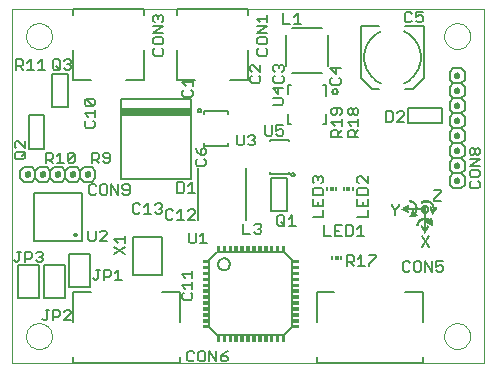
<source format=gto>
G75*
%MOIN*%
%OFA0B0*%
%FSLAX24Y24*%
%IPPOS*%
%LPD*%
%AMOC8*
5,1,8,0,0,1.08239X$1,22.5*
%
%ADD10C,0.0000*%
%ADD11C,0.0050*%
%ADD12C,0.0080*%
%ADD13C,0.0060*%
%ADD14C,0.0001*%
%ADD15R,0.0059X0.0118*%
%ADD16R,0.0118X0.0118*%
%ADD17R,0.0005X0.0005*%
%ADD18R,0.0015X0.0005*%
%ADD19R,0.0025X0.0005*%
%ADD20R,0.0035X0.0005*%
%ADD21R,0.0045X0.0005*%
%ADD22R,0.0050X0.0005*%
%ADD23R,0.0055X0.0005*%
%ADD24R,0.0065X0.0005*%
%ADD25R,0.0075X0.0005*%
%ADD26R,0.0085X0.0005*%
%ADD27R,0.0095X0.0005*%
%ADD28R,0.0105X0.0005*%
%ADD29R,0.0115X0.0005*%
%ADD30R,0.0120X0.0005*%
%ADD31R,0.0125X0.0005*%
%ADD32R,0.0135X0.0005*%
%ADD33R,0.0145X0.0005*%
%ADD34R,0.0155X0.0005*%
%ADD35R,0.0165X0.0005*%
%ADD36R,0.0175X0.0005*%
%ADD37R,0.0185X0.0005*%
%ADD38R,0.0190X0.0005*%
%ADD39R,0.0195X0.0005*%
%ADD40R,0.0070X0.0005*%
%ADD41R,0.0060X0.0005*%
%ADD42R,0.0040X0.0005*%
%ADD43R,0.0020X0.0005*%
%ADD44R,0.0030X0.0005*%
%ADD45R,0.0090X0.0005*%
%ADD46R,0.0100X0.0005*%
%ADD47R,0.0140X0.0005*%
%ADD48R,0.0150X0.0005*%
%ADD49R,0.0160X0.0005*%
%ADD50R,0.0170X0.0005*%
%ADD51R,0.0200X0.0005*%
%ADD52R,0.0210X0.0005*%
%ADD53R,0.0215X0.0005*%
%ADD54R,0.0220X0.0005*%
%ADD55R,0.0280X0.0005*%
%ADD56R,0.0275X0.0005*%
%ADD57R,0.0110X0.0005*%
%ADD58R,0.0130X0.0005*%
%ADD59R,0.0080X0.0005*%
%ADD60R,0.0335X0.0005*%
%ADD61R,0.0320X0.0005*%
%ADD62R,0.0305X0.0005*%
%ADD63R,0.0290X0.0005*%
%ADD64R,0.0255X0.0005*%
%ADD65R,0.0235X0.0005*%
%ADD66R,0.0205X0.0005*%
%ADD67R,0.0230X0.0005*%
%ADD68R,0.0225X0.0005*%
%ADD69R,0.0010X0.0005*%
%ADD70R,0.0180X0.0005*%
%ADD71R,0.0675X0.0005*%
%ADD72R,0.0680X0.0005*%
%ADD73R,0.0690X0.0005*%
%ADD74R,0.0700X0.0005*%
%ADD75R,0.0705X0.0005*%
%ADD76R,0.0695X0.0005*%
%ADD77R,0.0330X0.0005*%
%ADD78R,0.0315X0.0005*%
%ADD79R,0.0300X0.0005*%
%ADD80R,0.0270X0.0005*%
%ADD81R,0.0250X0.0005*%
D10*
X002071Y001060D02*
X002071Y012871D01*
X017819Y012871D01*
X017819Y001060D01*
X002071Y001060D01*
X002544Y001965D02*
X002546Y002006D01*
X002552Y002047D01*
X002562Y002087D01*
X002575Y002126D01*
X002592Y002163D01*
X002613Y002199D01*
X002637Y002233D01*
X002664Y002264D01*
X002693Y002292D01*
X002726Y002318D01*
X002760Y002340D01*
X002797Y002359D01*
X002835Y002374D01*
X002875Y002386D01*
X002915Y002394D01*
X002956Y002398D01*
X002998Y002398D01*
X003039Y002394D01*
X003079Y002386D01*
X003119Y002374D01*
X003157Y002359D01*
X003193Y002340D01*
X003228Y002318D01*
X003261Y002292D01*
X003290Y002264D01*
X003317Y002233D01*
X003341Y002199D01*
X003362Y002163D01*
X003379Y002126D01*
X003392Y002087D01*
X003402Y002047D01*
X003408Y002006D01*
X003410Y001965D01*
X003408Y001924D01*
X003402Y001883D01*
X003392Y001843D01*
X003379Y001804D01*
X003362Y001767D01*
X003341Y001731D01*
X003317Y001697D01*
X003290Y001666D01*
X003261Y001638D01*
X003228Y001612D01*
X003194Y001590D01*
X003157Y001571D01*
X003119Y001556D01*
X003079Y001544D01*
X003039Y001536D01*
X002998Y001532D01*
X002956Y001532D01*
X002915Y001536D01*
X002875Y001544D01*
X002835Y001556D01*
X002797Y001571D01*
X002761Y001590D01*
X002726Y001612D01*
X002693Y001638D01*
X002664Y001666D01*
X002637Y001697D01*
X002613Y001731D01*
X002592Y001767D01*
X002575Y001804D01*
X002562Y001843D01*
X002552Y001883D01*
X002546Y001924D01*
X002544Y001965D01*
X008453Y002257D02*
X008453Y002343D01*
X008650Y002343D01*
X008650Y002257D01*
X008453Y002257D01*
X008453Y002454D02*
X008453Y002540D01*
X008650Y002540D01*
X008650Y002454D01*
X008453Y002454D01*
X008453Y002650D02*
X008453Y002737D01*
X008650Y002737D01*
X008650Y002650D01*
X008453Y002650D01*
X008453Y002847D02*
X008453Y002934D01*
X008650Y002934D01*
X008650Y002847D01*
X008453Y002847D01*
X008453Y003044D02*
X008453Y003131D01*
X008650Y003131D01*
X008650Y003044D01*
X008453Y003044D01*
X008453Y003241D02*
X008453Y003328D01*
X008650Y003328D01*
X008650Y003241D01*
X008453Y003241D01*
X008453Y003438D02*
X008453Y003524D01*
X008650Y003524D01*
X008650Y003438D01*
X008453Y003438D01*
X008453Y003635D02*
X008453Y003721D01*
X008650Y003721D01*
X008650Y003635D01*
X008453Y003635D01*
X008453Y003832D02*
X008453Y003918D01*
X008650Y003918D01*
X008650Y003832D01*
X008453Y003832D01*
X008453Y004028D02*
X008453Y004115D01*
X008650Y004115D01*
X008650Y004028D01*
X008453Y004028D01*
X008453Y004225D02*
X008453Y004312D01*
X008650Y004312D01*
X008650Y004225D01*
X008453Y004225D01*
X008453Y004422D02*
X008453Y004509D01*
X008650Y004509D01*
X008650Y004422D01*
X008453Y004422D01*
X008902Y004761D02*
X008902Y004958D01*
X008988Y004958D01*
X008988Y004761D01*
X008902Y004761D01*
X009099Y004761D02*
X009099Y004958D01*
X009185Y004958D01*
X009185Y004761D01*
X009099Y004761D01*
X009296Y004761D02*
X009296Y004958D01*
X009382Y004958D01*
X009382Y004761D01*
X009296Y004761D01*
X009492Y004761D02*
X009492Y004958D01*
X009579Y004958D01*
X009579Y004761D01*
X009492Y004761D01*
X009689Y004761D02*
X009689Y004958D01*
X009776Y004958D01*
X009776Y004761D01*
X009689Y004761D01*
X009886Y004761D02*
X009886Y004958D01*
X009973Y004958D01*
X009973Y004761D01*
X009886Y004761D01*
X010083Y004761D02*
X010083Y004958D01*
X010170Y004958D01*
X010170Y004761D01*
X010083Y004761D01*
X010280Y004761D02*
X010280Y004958D01*
X010366Y004958D01*
X010366Y004761D01*
X010280Y004761D01*
X010477Y004761D02*
X010477Y004958D01*
X010563Y004958D01*
X010563Y004761D01*
X010477Y004761D01*
X010674Y004761D02*
X010674Y004958D01*
X010760Y004958D01*
X010760Y004761D01*
X010674Y004761D01*
X010870Y004761D02*
X010870Y004958D01*
X010957Y004958D01*
X010957Y004761D01*
X010870Y004761D01*
X011067Y004761D02*
X011067Y004958D01*
X011154Y004958D01*
X011154Y004761D01*
X011067Y004761D01*
X011406Y004509D02*
X011603Y004509D01*
X011603Y004422D01*
X011406Y004422D01*
X011406Y004509D01*
X011406Y004312D02*
X011603Y004312D01*
X011603Y004225D01*
X011406Y004225D01*
X011406Y004312D01*
X011406Y004115D02*
X011603Y004115D01*
X011603Y004028D01*
X011406Y004028D01*
X011406Y004115D01*
X011406Y003918D02*
X011603Y003918D01*
X011603Y003832D01*
X011406Y003832D01*
X011406Y003918D01*
X011406Y003721D02*
X011603Y003721D01*
X011603Y003635D01*
X011406Y003635D01*
X011406Y003721D01*
X011406Y003524D02*
X011603Y003524D01*
X011603Y003438D01*
X011406Y003438D01*
X011406Y003524D01*
X011406Y003328D02*
X011603Y003328D01*
X011603Y003241D01*
X011406Y003241D01*
X011406Y003328D01*
X011406Y003131D02*
X011603Y003131D01*
X011603Y003044D01*
X011406Y003044D01*
X011406Y003131D01*
X011406Y002934D02*
X011603Y002934D01*
X011603Y002847D01*
X011406Y002847D01*
X011406Y002934D01*
X011406Y002737D02*
X011603Y002737D01*
X011603Y002650D01*
X011406Y002650D01*
X011406Y002737D01*
X011406Y002540D02*
X011603Y002540D01*
X011603Y002454D01*
X011406Y002454D01*
X011406Y002540D01*
X011406Y002343D02*
X011603Y002343D01*
X011603Y002257D01*
X011406Y002257D01*
X011406Y002343D01*
X011154Y002005D02*
X011154Y001808D01*
X011067Y001808D01*
X011067Y002005D01*
X011154Y002005D01*
X010957Y002005D02*
X010957Y001808D01*
X010870Y001808D01*
X010870Y002005D01*
X010957Y002005D01*
X010760Y002005D02*
X010760Y001808D01*
X010674Y001808D01*
X010674Y002005D01*
X010760Y002005D01*
X010563Y002005D02*
X010563Y001808D01*
X010477Y001808D01*
X010477Y002005D01*
X010563Y002005D01*
X010366Y002005D02*
X010366Y001808D01*
X010280Y001808D01*
X010280Y002005D01*
X010366Y002005D01*
X010170Y002005D02*
X010170Y001808D01*
X010083Y001808D01*
X010083Y002005D01*
X010170Y002005D01*
X009973Y002005D02*
X009973Y001808D01*
X009886Y001808D01*
X009886Y002005D01*
X009973Y002005D01*
X009776Y002005D02*
X009776Y001808D01*
X009689Y001808D01*
X009689Y002005D01*
X009776Y002005D01*
X009579Y002005D02*
X009579Y001808D01*
X009492Y001808D01*
X009492Y002005D01*
X009579Y002005D01*
X009382Y002005D02*
X009382Y001808D01*
X009296Y001808D01*
X009296Y002005D01*
X009382Y002005D01*
X009185Y002005D02*
X009185Y001808D01*
X009099Y001808D01*
X009099Y002005D01*
X009185Y002005D01*
X008988Y002005D02*
X008988Y001808D01*
X008902Y001808D01*
X008902Y002005D01*
X008988Y002005D01*
X016481Y001965D02*
X016483Y002006D01*
X016489Y002047D01*
X016499Y002087D01*
X016512Y002126D01*
X016529Y002163D01*
X016550Y002199D01*
X016574Y002233D01*
X016601Y002264D01*
X016630Y002292D01*
X016663Y002318D01*
X016697Y002340D01*
X016734Y002359D01*
X016772Y002374D01*
X016812Y002386D01*
X016852Y002394D01*
X016893Y002398D01*
X016935Y002398D01*
X016976Y002394D01*
X017016Y002386D01*
X017056Y002374D01*
X017094Y002359D01*
X017130Y002340D01*
X017165Y002318D01*
X017198Y002292D01*
X017227Y002264D01*
X017254Y002233D01*
X017278Y002199D01*
X017299Y002163D01*
X017316Y002126D01*
X017329Y002087D01*
X017339Y002047D01*
X017345Y002006D01*
X017347Y001965D01*
X017345Y001924D01*
X017339Y001883D01*
X017329Y001843D01*
X017316Y001804D01*
X017299Y001767D01*
X017278Y001731D01*
X017254Y001697D01*
X017227Y001666D01*
X017198Y001638D01*
X017165Y001612D01*
X017131Y001590D01*
X017094Y001571D01*
X017056Y001556D01*
X017016Y001544D01*
X016976Y001536D01*
X016935Y001532D01*
X016893Y001532D01*
X016852Y001536D01*
X016812Y001544D01*
X016772Y001556D01*
X016734Y001571D01*
X016698Y001590D01*
X016663Y001612D01*
X016630Y001638D01*
X016601Y001666D01*
X016574Y001697D01*
X016550Y001731D01*
X016529Y001767D01*
X016512Y001804D01*
X016499Y001843D01*
X016489Y001883D01*
X016483Y001924D01*
X016481Y001965D01*
X016481Y011965D02*
X016483Y012006D01*
X016489Y012047D01*
X016499Y012087D01*
X016512Y012126D01*
X016529Y012163D01*
X016550Y012199D01*
X016574Y012233D01*
X016601Y012264D01*
X016630Y012292D01*
X016663Y012318D01*
X016697Y012340D01*
X016734Y012359D01*
X016772Y012374D01*
X016812Y012386D01*
X016852Y012394D01*
X016893Y012398D01*
X016935Y012398D01*
X016976Y012394D01*
X017016Y012386D01*
X017056Y012374D01*
X017094Y012359D01*
X017130Y012340D01*
X017165Y012318D01*
X017198Y012292D01*
X017227Y012264D01*
X017254Y012233D01*
X017278Y012199D01*
X017299Y012163D01*
X017316Y012126D01*
X017329Y012087D01*
X017339Y012047D01*
X017345Y012006D01*
X017347Y011965D01*
X017345Y011924D01*
X017339Y011883D01*
X017329Y011843D01*
X017316Y011804D01*
X017299Y011767D01*
X017278Y011731D01*
X017254Y011697D01*
X017227Y011666D01*
X017198Y011638D01*
X017165Y011612D01*
X017131Y011590D01*
X017094Y011571D01*
X017056Y011556D01*
X017016Y011544D01*
X016976Y011536D01*
X016935Y011532D01*
X016893Y011532D01*
X016852Y011536D01*
X016812Y011544D01*
X016772Y011556D01*
X016734Y011571D01*
X016698Y011590D01*
X016663Y011612D01*
X016630Y011638D01*
X016601Y011666D01*
X016574Y011697D01*
X016550Y011731D01*
X016529Y011767D01*
X016512Y011804D01*
X016499Y011843D01*
X016489Y011883D01*
X016483Y011924D01*
X016481Y011965D01*
X002544Y011965D02*
X002546Y012006D01*
X002552Y012047D01*
X002562Y012087D01*
X002575Y012126D01*
X002592Y012163D01*
X002613Y012199D01*
X002637Y012233D01*
X002664Y012264D01*
X002693Y012292D01*
X002726Y012318D01*
X002760Y012340D01*
X002797Y012359D01*
X002835Y012374D01*
X002875Y012386D01*
X002915Y012394D01*
X002956Y012398D01*
X002998Y012398D01*
X003039Y012394D01*
X003079Y012386D01*
X003119Y012374D01*
X003157Y012359D01*
X003193Y012340D01*
X003228Y012318D01*
X003261Y012292D01*
X003290Y012264D01*
X003317Y012233D01*
X003341Y012199D01*
X003362Y012163D01*
X003379Y012126D01*
X003392Y012087D01*
X003402Y012047D01*
X003408Y012006D01*
X003410Y011965D01*
X003408Y011924D01*
X003402Y011883D01*
X003392Y011843D01*
X003379Y011804D01*
X003362Y011767D01*
X003341Y011731D01*
X003317Y011697D01*
X003290Y011666D01*
X003261Y011638D01*
X003228Y011612D01*
X003194Y011590D01*
X003157Y011571D01*
X003119Y011556D01*
X003079Y011544D01*
X003039Y011536D01*
X002998Y011532D01*
X002956Y011532D01*
X002915Y011536D01*
X002875Y011544D01*
X002835Y011556D01*
X002797Y011571D01*
X002761Y011590D01*
X002726Y011612D01*
X002693Y011638D01*
X002664Y011666D01*
X002637Y011697D01*
X002613Y011731D01*
X002592Y011767D01*
X002575Y011804D01*
X002562Y011843D01*
X002552Y011883D01*
X002546Y011924D01*
X002544Y011965D01*
D11*
X002697Y011193D02*
X002697Y010842D01*
X002580Y010842D02*
X002814Y010842D01*
X002948Y010842D02*
X003182Y010842D01*
X003065Y010842D02*
X003065Y011193D01*
X002948Y011076D01*
X002697Y011193D02*
X002580Y011076D01*
X002445Y011134D02*
X002445Y011018D01*
X002387Y010959D01*
X002212Y010959D01*
X002328Y010959D02*
X002445Y010842D01*
X002212Y010842D02*
X002212Y011193D01*
X002387Y011193D01*
X002445Y011134D01*
X003435Y011141D02*
X003435Y010907D01*
X003493Y010849D01*
X003610Y010849D01*
X003668Y010907D01*
X003668Y011141D01*
X003610Y011199D01*
X003493Y011199D01*
X003435Y011141D01*
X003552Y010965D02*
X003668Y010849D01*
X003803Y010907D02*
X003861Y010849D01*
X003978Y010849D01*
X004037Y010907D01*
X004037Y010965D01*
X003978Y011024D01*
X003920Y011024D01*
X003978Y011024D02*
X004037Y011082D01*
X004037Y011141D01*
X003978Y011199D01*
X003861Y011199D01*
X003803Y011141D01*
X004118Y011493D02*
X004118Y010509D01*
X004709Y010509D01*
X004789Y009887D02*
X004556Y009887D01*
X004789Y009654D01*
X004848Y009712D01*
X004848Y009829D01*
X004789Y009887D01*
X004556Y009887D02*
X004497Y009829D01*
X004497Y009712D01*
X004556Y009654D01*
X004789Y009654D01*
X004848Y009519D02*
X004848Y009285D01*
X004848Y009402D02*
X004497Y009402D01*
X004614Y009285D01*
X004556Y009151D02*
X004497Y009092D01*
X004497Y008975D01*
X004556Y008917D01*
X004789Y008917D01*
X004848Y008975D01*
X004848Y009092D01*
X004789Y009151D01*
X005713Y009328D02*
X005713Y009524D01*
X008036Y009524D01*
X008036Y009328D01*
X005713Y009328D01*
X005713Y009353D02*
X008036Y009353D01*
X008036Y009402D02*
X005713Y009402D01*
X005713Y009450D02*
X008036Y009450D01*
X008036Y009499D02*
X005713Y009499D01*
X005713Y009879D02*
X008036Y009879D01*
X008036Y007202D01*
X005713Y007202D01*
X005713Y009879D01*
X005890Y010509D02*
X006481Y010509D01*
X006481Y011493D01*
X006775Y011496D02*
X006775Y011380D01*
X006833Y011321D01*
X007067Y011321D01*
X007125Y011380D01*
X007125Y011496D01*
X007067Y011555D01*
X007067Y011689D02*
X007125Y011748D01*
X007125Y011865D01*
X007067Y011923D01*
X006833Y011923D01*
X006775Y011865D01*
X006775Y011748D01*
X006833Y011689D01*
X007067Y011689D01*
X006833Y011555D02*
X006775Y011496D01*
X006775Y012058D02*
X007125Y012291D01*
X006775Y012291D01*
X006833Y012426D02*
X006775Y012484D01*
X006775Y012601D01*
X006833Y012660D01*
X006891Y012660D01*
X006950Y012601D01*
X007008Y012660D01*
X007067Y012660D01*
X007125Y012601D01*
X007125Y012484D01*
X007067Y012426D01*
X006950Y012543D02*
X006950Y012601D01*
X006481Y012674D02*
X006481Y012871D01*
X004118Y012871D01*
X004118Y012674D01*
X006775Y012058D02*
X007125Y012058D01*
X007583Y011493D02*
X007583Y010509D01*
X008174Y010509D01*
X008109Y010545D02*
X008109Y010312D01*
X008109Y010428D02*
X007759Y010428D01*
X007876Y010312D01*
X007817Y010177D02*
X007759Y010118D01*
X007759Y010002D01*
X007817Y009943D01*
X008051Y009943D01*
X008109Y010002D01*
X008109Y010118D01*
X008051Y010177D01*
X008275Y009485D02*
X008277Y009499D01*
X008283Y009513D01*
X008291Y009525D01*
X008303Y009533D01*
X008317Y009539D01*
X008331Y009541D01*
X008345Y009539D01*
X008359Y009533D01*
X008371Y009525D01*
X008379Y009513D01*
X008385Y009499D01*
X008387Y009485D01*
X008385Y009471D01*
X008379Y009457D01*
X008371Y009445D01*
X008359Y009437D01*
X008345Y009431D01*
X008331Y009429D01*
X008317Y009431D01*
X008303Y009437D01*
X008291Y009445D01*
X008283Y009457D01*
X008277Y009471D01*
X008275Y009485D01*
X008488Y009485D02*
X008488Y009387D01*
X008488Y009485D02*
X009276Y009485D01*
X009276Y009387D01*
X009576Y008679D02*
X009576Y008387D01*
X009635Y008329D01*
X009752Y008329D01*
X009810Y008387D01*
X009810Y008679D01*
X009945Y008621D02*
X010003Y008679D01*
X010120Y008679D01*
X010178Y008621D01*
X010178Y008563D01*
X010120Y008504D01*
X010178Y008446D01*
X010178Y008387D01*
X010120Y008329D01*
X010003Y008329D01*
X009945Y008387D01*
X010062Y008504D02*
X010120Y008504D01*
X010521Y008702D02*
X010580Y008644D01*
X010697Y008644D01*
X010755Y008702D01*
X010755Y008994D01*
X010890Y008994D02*
X010890Y008819D01*
X011006Y008878D01*
X011065Y008878D01*
X011123Y008819D01*
X011123Y008702D01*
X011065Y008644D01*
X010948Y008644D01*
X010890Y008702D01*
X010693Y008521D02*
X010693Y008461D01*
X010693Y008521D02*
X011323Y008521D01*
X011323Y008461D01*
X011123Y008994D02*
X010890Y008994D01*
X010521Y008994D02*
X010521Y008702D01*
X010769Y009679D02*
X011061Y009679D01*
X011119Y009737D01*
X011119Y009854D01*
X011061Y009913D01*
X010769Y009913D01*
X010944Y010047D02*
X010944Y010281D01*
X010849Y010416D02*
X011082Y010416D01*
X011141Y010474D01*
X011141Y010591D01*
X011082Y010649D01*
X011082Y010784D02*
X011141Y010842D01*
X011141Y010959D01*
X011082Y011017D01*
X011024Y011017D01*
X010966Y010959D01*
X010966Y010901D01*
X010966Y010959D02*
X010907Y011017D01*
X010849Y011017D01*
X010790Y010959D01*
X010790Y010842D01*
X010849Y010784D01*
X010849Y010649D02*
X010790Y010591D01*
X010790Y010474D01*
X010849Y010416D01*
X010769Y010222D02*
X010944Y010047D01*
X011119Y010222D02*
X010769Y010222D01*
X010353Y010474D02*
X010353Y010591D01*
X010295Y010649D01*
X010353Y010784D02*
X010120Y011017D01*
X010061Y011017D01*
X010003Y010959D01*
X010003Y010842D01*
X010061Y010784D01*
X010061Y010649D02*
X010003Y010591D01*
X010003Y010474D01*
X010061Y010416D01*
X010295Y010416D01*
X010353Y010474D01*
X010353Y010784D02*
X010353Y011017D01*
X010298Y011321D02*
X010239Y011380D01*
X010239Y011496D01*
X010298Y011555D01*
X010298Y011689D02*
X010239Y011748D01*
X010239Y011865D01*
X010298Y011923D01*
X010531Y011923D01*
X010589Y011865D01*
X010589Y011748D01*
X010531Y011689D01*
X010298Y011689D01*
X010531Y011555D02*
X010589Y011496D01*
X010589Y011380D01*
X010531Y011321D01*
X010298Y011321D01*
X009945Y011493D02*
X009945Y010509D01*
X009355Y010509D01*
X010239Y012058D02*
X010589Y012291D01*
X010239Y012291D01*
X010356Y012426D02*
X010239Y012543D01*
X010589Y012543D01*
X010589Y012426D02*
X010589Y012660D01*
X011123Y012728D02*
X011123Y012378D01*
X011357Y012378D01*
X011492Y012378D02*
X011725Y012378D01*
X011608Y012378D02*
X011608Y012728D01*
X011492Y012611D01*
X011402Y012241D02*
X012426Y012241D01*
X012622Y012005D02*
X012622Y010981D01*
X012686Y010892D02*
X012862Y010717D01*
X012862Y010950D01*
X013037Y010892D02*
X012686Y010892D01*
X012426Y010745D02*
X011402Y010745D01*
X011205Y010981D02*
X011205Y012005D01*
X010589Y012058D02*
X010239Y012058D01*
X009945Y012674D02*
X009945Y012871D01*
X007583Y012871D01*
X007583Y012674D01*
X012686Y010523D02*
X012686Y010407D01*
X012745Y010348D01*
X012978Y010348D01*
X013037Y010407D01*
X013037Y010523D01*
X012978Y010582D01*
X012745Y010582D02*
X012686Y010523D01*
X012778Y009575D02*
X012719Y009516D01*
X012719Y009400D01*
X012778Y009341D01*
X012836Y009341D01*
X012895Y009400D01*
X012895Y009575D01*
X013011Y009575D02*
X012778Y009575D01*
X013011Y009575D02*
X013070Y009516D01*
X013070Y009400D01*
X013011Y009341D01*
X013070Y009206D02*
X013070Y008973D01*
X013070Y009090D02*
X012719Y009090D01*
X012836Y008973D01*
X012778Y008838D02*
X012895Y008838D01*
X012953Y008780D01*
X012953Y008605D01*
X012953Y008721D02*
X013070Y008838D01*
X013271Y008780D02*
X013329Y008838D01*
X013446Y008838D01*
X013504Y008780D01*
X013504Y008605D01*
X013504Y008721D02*
X013621Y008838D01*
X013621Y008973D02*
X013621Y009206D01*
X013621Y009090D02*
X013271Y009090D01*
X013387Y008973D01*
X013271Y008780D02*
X013271Y008605D01*
X013621Y008605D01*
X013070Y008605D02*
X012719Y008605D01*
X012719Y008780D01*
X012778Y008838D01*
X013329Y009341D02*
X013387Y009341D01*
X013446Y009400D01*
X013446Y009516D01*
X013504Y009575D01*
X013563Y009575D01*
X013621Y009516D01*
X013621Y009400D01*
X013563Y009341D01*
X013504Y009341D01*
X013446Y009400D01*
X013446Y009516D02*
X013387Y009575D01*
X013329Y009575D01*
X013271Y009516D01*
X013271Y009400D01*
X013329Y009341D01*
X014550Y009458D02*
X014550Y009108D01*
X014726Y009108D01*
X014784Y009167D01*
X014784Y009400D01*
X014726Y009458D01*
X014550Y009458D01*
X014919Y009400D02*
X014977Y009458D01*
X015094Y009458D01*
X015152Y009400D01*
X015152Y009342D01*
X014919Y009108D01*
X015152Y009108D01*
X016664Y009020D02*
X016664Y009270D01*
X016789Y009395D01*
X016664Y009520D01*
X016664Y009770D01*
X016789Y009895D01*
X016664Y010020D01*
X016664Y010270D01*
X016789Y010395D01*
X016664Y010520D01*
X016664Y010770D01*
X016789Y010895D01*
X017039Y010895D01*
X017164Y010770D01*
X017164Y010520D01*
X017039Y010395D01*
X017164Y010270D01*
X017164Y010020D01*
X017039Y009895D01*
X017164Y009770D01*
X017164Y009520D01*
X017039Y009395D01*
X017164Y009270D01*
X017164Y009020D01*
X017039Y008895D01*
X017164Y008770D01*
X017164Y008520D01*
X017039Y008395D01*
X017164Y008270D01*
X017164Y008020D01*
X017039Y007895D01*
X017164Y007770D01*
X017164Y007520D01*
X017039Y007395D01*
X017164Y007270D01*
X017164Y007020D01*
X017039Y006895D01*
X016789Y006895D01*
X016664Y007020D01*
X016664Y007270D01*
X016789Y007395D01*
X016664Y007520D01*
X016664Y007770D01*
X016789Y007895D01*
X016664Y008020D01*
X016664Y008270D01*
X016789Y008395D01*
X016664Y008520D01*
X016664Y008770D01*
X016789Y008895D01*
X016664Y009020D01*
X016789Y008895D02*
X017039Y008895D01*
X016953Y009076D02*
X016934Y009069D01*
X016914Y009066D01*
X016893Y009069D01*
X016874Y009076D01*
X016858Y009089D01*
X016846Y009105D01*
X016838Y009124D01*
X016835Y009145D01*
X016838Y009165D01*
X016846Y009184D01*
X016858Y009200D01*
X016874Y009213D01*
X016893Y009221D01*
X016914Y009223D01*
X016934Y009221D01*
X016953Y009213D01*
X016969Y009200D01*
X016982Y009184D01*
X016990Y009165D01*
X016992Y009145D01*
X016990Y009124D01*
X016982Y009105D01*
X016969Y009089D01*
X016953Y009076D01*
X016984Y009111D02*
X016843Y009111D01*
X016837Y009159D02*
X016990Y009159D01*
X016959Y009208D02*
X016868Y009208D01*
X016789Y009395D02*
X017039Y009395D01*
X016953Y009576D02*
X016934Y009569D01*
X016914Y009566D01*
X016893Y009569D01*
X016874Y009576D01*
X016858Y009589D01*
X016846Y009605D01*
X016838Y009624D01*
X016835Y009645D01*
X016838Y009665D01*
X016846Y009684D01*
X016858Y009700D01*
X016874Y009713D01*
X016893Y009721D01*
X016914Y009723D01*
X016934Y009721D01*
X016953Y009713D01*
X016969Y009700D01*
X016982Y009684D01*
X016990Y009665D01*
X016992Y009645D01*
X016990Y009624D01*
X016982Y009605D01*
X016969Y009589D01*
X016953Y009576D01*
X016975Y009596D02*
X016853Y009596D01*
X016835Y009644D02*
X016992Y009644D01*
X016975Y009693D02*
X016852Y009693D01*
X016789Y009895D02*
X017039Y009895D01*
X016953Y010076D02*
X016934Y010069D01*
X016914Y010066D01*
X016893Y010069D01*
X016874Y010076D01*
X016858Y010089D01*
X016846Y010105D01*
X016838Y010124D01*
X016835Y010145D01*
X016838Y010165D01*
X016846Y010184D01*
X016858Y010200D01*
X016874Y010213D01*
X016893Y010221D01*
X016914Y010223D01*
X016934Y010221D01*
X016953Y010213D01*
X016969Y010200D01*
X016982Y010184D01*
X016990Y010165D01*
X016992Y010145D01*
X016990Y010124D01*
X016982Y010105D01*
X016969Y010089D01*
X016953Y010076D01*
X016959Y010081D02*
X016868Y010081D01*
X016837Y010129D02*
X016990Y010129D01*
X016984Y010178D02*
X016843Y010178D01*
X016789Y010395D02*
X017039Y010395D01*
X016953Y010576D02*
X016934Y010569D01*
X016914Y010566D01*
X016893Y010569D01*
X016874Y010576D01*
X016858Y010589D01*
X016846Y010605D01*
X016838Y010624D01*
X016835Y010645D01*
X016838Y010665D01*
X016846Y010684D01*
X016858Y010700D01*
X016874Y010713D01*
X016893Y010721D01*
X016914Y010723D01*
X016934Y010721D01*
X016953Y010713D01*
X016969Y010700D01*
X016982Y010684D01*
X016990Y010665D01*
X016992Y010645D01*
X016990Y010624D01*
X016982Y010605D01*
X016969Y010589D01*
X016953Y010576D01*
X016915Y010566D02*
X016913Y010566D01*
X016842Y010614D02*
X016986Y010614D01*
X016990Y010663D02*
X016837Y010663D01*
X016873Y010711D02*
X016955Y010711D01*
X015711Y012424D02*
X015594Y012424D01*
X015535Y012482D01*
X015535Y012599D02*
X015652Y012657D01*
X015711Y012657D01*
X015769Y012599D01*
X015769Y012482D01*
X015711Y012424D01*
X015535Y012599D02*
X015535Y012774D01*
X015769Y012774D01*
X015401Y012715D02*
X015342Y012774D01*
X015225Y012774D01*
X015167Y012715D01*
X015167Y012482D01*
X015225Y012424D01*
X015342Y012424D01*
X015401Y012482D01*
X016893Y008721D02*
X016914Y008723D01*
X016934Y008721D01*
X016953Y008713D01*
X016969Y008700D01*
X016982Y008684D01*
X016990Y008665D01*
X016992Y008645D01*
X016990Y008624D01*
X016982Y008605D01*
X016969Y008589D01*
X016953Y008576D01*
X016934Y008569D01*
X016914Y008566D01*
X016893Y008569D01*
X016874Y008576D01*
X016858Y008589D01*
X016846Y008605D01*
X016838Y008624D01*
X016835Y008645D01*
X016838Y008665D01*
X016846Y008684D01*
X016858Y008700D01*
X016874Y008713D01*
X016893Y008721D01*
X016911Y008723D02*
X016916Y008723D01*
X016986Y008674D02*
X016842Y008674D01*
X016837Y008626D02*
X016990Y008626D01*
X016954Y008577D02*
X016873Y008577D01*
X016789Y008395D02*
X017039Y008395D01*
X016953Y008213D02*
X016969Y008200D01*
X016982Y008184D01*
X016990Y008165D01*
X016992Y008145D01*
X016990Y008124D01*
X016982Y008105D01*
X016969Y008089D01*
X016953Y008076D01*
X016934Y008069D01*
X016914Y008066D01*
X016893Y008069D01*
X016874Y008076D01*
X016858Y008089D01*
X016846Y008105D01*
X016838Y008124D01*
X016835Y008145D01*
X016838Y008165D01*
X016846Y008184D01*
X016858Y008200D01*
X016874Y008213D01*
X016893Y008221D01*
X016914Y008223D01*
X016934Y008221D01*
X016953Y008213D01*
X016978Y008189D02*
X016850Y008189D01*
X016835Y008141D02*
X016992Y008141D01*
X016972Y008092D02*
X016855Y008092D01*
X016789Y007895D02*
X017039Y007895D01*
X016953Y007713D02*
X016969Y007700D01*
X016982Y007684D01*
X016990Y007665D01*
X016992Y007645D01*
X016990Y007624D01*
X016982Y007605D01*
X016969Y007589D01*
X016953Y007576D01*
X016934Y007569D01*
X016914Y007566D01*
X016893Y007569D01*
X016874Y007576D01*
X016858Y007589D01*
X016846Y007605D01*
X016838Y007624D01*
X016835Y007645D01*
X016838Y007665D01*
X016846Y007684D01*
X016858Y007700D01*
X016874Y007713D01*
X016893Y007721D01*
X016914Y007723D01*
X016934Y007721D01*
X016953Y007713D01*
X016964Y007704D02*
X016864Y007704D01*
X016836Y007656D02*
X016991Y007656D01*
X016983Y007607D02*
X016845Y007607D01*
X016789Y007395D02*
X017039Y007395D01*
X016953Y007213D02*
X016969Y007200D01*
X016982Y007184D01*
X016990Y007165D01*
X016992Y007145D01*
X016990Y007124D01*
X016982Y007105D01*
X016969Y007089D01*
X016953Y007076D01*
X016934Y007069D01*
X016914Y007066D01*
X016893Y007069D01*
X016874Y007076D01*
X016858Y007089D01*
X016846Y007105D01*
X016838Y007124D01*
X016835Y007145D01*
X016838Y007165D01*
X016846Y007184D01*
X016858Y007200D01*
X016874Y007213D01*
X016893Y007221D01*
X016914Y007223D01*
X016934Y007221D01*
X016953Y007213D01*
X016937Y007219D02*
X016890Y007219D01*
X016840Y007171D02*
X016987Y007171D01*
X016989Y007122D02*
X016838Y007122D01*
X016880Y007074D02*
X016947Y007074D01*
X017332Y007070D02*
X017332Y006954D01*
X017390Y006895D01*
X017624Y006895D01*
X017682Y006954D01*
X017682Y007070D01*
X017624Y007129D01*
X017624Y007263D02*
X017390Y007263D01*
X017332Y007322D01*
X017332Y007439D01*
X017390Y007497D01*
X017624Y007497D01*
X017682Y007439D01*
X017682Y007322D01*
X017624Y007263D01*
X017390Y007129D02*
X017332Y007070D01*
X017332Y007632D02*
X017682Y007865D01*
X017332Y007865D01*
X017390Y008000D02*
X017449Y008000D01*
X017507Y008058D01*
X017566Y008000D01*
X017624Y008000D01*
X017682Y008058D01*
X017682Y008175D01*
X017624Y008234D01*
X017566Y008234D01*
X017507Y008175D01*
X017449Y008234D01*
X017390Y008234D01*
X017332Y008175D01*
X017332Y008058D01*
X017390Y008000D01*
X017507Y008058D02*
X017507Y008175D01*
X017682Y007632D02*
X017332Y007632D01*
X016385Y006829D02*
X016385Y006771D01*
X016151Y006537D01*
X016151Y006479D01*
X016385Y006479D01*
X016385Y006829D02*
X016151Y006829D01*
X014968Y006356D02*
X014968Y006298D01*
X014851Y006181D01*
X014851Y006006D01*
X014851Y006181D02*
X014734Y006298D01*
X014734Y006356D01*
X013942Y006319D02*
X013942Y006552D01*
X013942Y006687D02*
X013942Y006862D01*
X013884Y006920D01*
X013650Y006920D01*
X013592Y006862D01*
X013592Y006687D01*
X013942Y006687D01*
X013767Y006435D02*
X013767Y006319D01*
X013592Y006319D02*
X013942Y006319D01*
X013942Y006184D02*
X013942Y005950D01*
X013592Y005950D01*
X013698Y005662D02*
X013698Y005311D01*
X013581Y005311D02*
X013815Y005311D01*
X013581Y005545D02*
X013698Y005662D01*
X013446Y005603D02*
X013388Y005662D01*
X013213Y005662D01*
X013213Y005311D01*
X013388Y005311D01*
X013446Y005370D01*
X013446Y005603D01*
X013078Y005662D02*
X012844Y005662D01*
X012844Y005311D01*
X013078Y005311D01*
X012961Y005486D02*
X012844Y005486D01*
X012710Y005311D02*
X012476Y005311D01*
X012476Y005662D01*
X012446Y005950D02*
X012096Y005950D01*
X012446Y005950D02*
X012446Y006184D01*
X012446Y006319D02*
X012096Y006319D01*
X012096Y006552D01*
X012096Y006687D02*
X012096Y006862D01*
X012154Y006920D01*
X012388Y006920D01*
X012446Y006862D01*
X012446Y006687D01*
X012096Y006687D01*
X012446Y006552D02*
X012446Y006319D01*
X012271Y006319D02*
X012271Y006435D01*
X011412Y005996D02*
X011412Y005646D01*
X011528Y005646D02*
X011295Y005646D01*
X011160Y005646D02*
X011043Y005762D01*
X010985Y005646D02*
X010926Y005704D01*
X010926Y005937D01*
X010985Y005996D01*
X011102Y005996D01*
X011160Y005937D01*
X011160Y005704D01*
X011102Y005646D01*
X010985Y005646D01*
X011295Y005879D02*
X011412Y005996D01*
X010387Y005662D02*
X010387Y005603D01*
X010328Y005545D01*
X010387Y005487D01*
X010387Y005428D01*
X010328Y005370D01*
X010211Y005370D01*
X010153Y005428D01*
X010018Y005370D02*
X009785Y005370D01*
X009785Y005720D01*
X010153Y005662D02*
X010211Y005720D01*
X010328Y005720D01*
X010387Y005662D01*
X010328Y005545D02*
X010270Y005545D01*
X011154Y004761D02*
X011406Y004509D01*
X011406Y002257D01*
X011154Y002005D01*
X008902Y002005D01*
X008650Y002257D01*
X008650Y004509D01*
X008902Y004761D01*
X011154Y004761D01*
X012229Y003422D02*
X012819Y003422D01*
X012229Y003422D02*
X012229Y002438D01*
X012229Y001257D02*
X012229Y001060D01*
X015772Y001060D01*
X015772Y001257D01*
X015772Y002438D02*
X015772Y003422D01*
X015181Y003422D01*
X015169Y004110D02*
X015111Y004169D01*
X015111Y004402D01*
X015169Y004460D01*
X015286Y004460D01*
X015345Y004402D01*
X015479Y004402D02*
X015479Y004169D01*
X015538Y004110D01*
X015655Y004110D01*
X015713Y004169D01*
X015713Y004402D01*
X015655Y004460D01*
X015538Y004460D01*
X015479Y004402D01*
X015345Y004169D02*
X015286Y004110D01*
X015169Y004110D01*
X015848Y004110D02*
X015848Y004460D01*
X016081Y004110D01*
X016081Y004460D01*
X016216Y004460D02*
X016216Y004285D01*
X016333Y004344D01*
X016391Y004344D01*
X016450Y004285D01*
X016450Y004169D01*
X016391Y004110D01*
X016274Y004110D01*
X016216Y004169D01*
X016216Y004460D02*
X016450Y004460D01*
X015971Y004943D02*
X015738Y005293D01*
X015971Y005293D02*
X015738Y004943D01*
X014208Y004664D02*
X014208Y004605D01*
X013975Y004372D01*
X013975Y004313D01*
X013840Y004313D02*
X013606Y004313D01*
X013723Y004313D02*
X013723Y004664D01*
X013606Y004547D01*
X013471Y004605D02*
X013413Y004664D01*
X013238Y004664D01*
X013238Y004313D01*
X013238Y004430D02*
X013413Y004430D01*
X013471Y004488D01*
X013471Y004605D01*
X013355Y004430D02*
X013471Y004313D01*
X013975Y004664D02*
X014208Y004664D01*
X013592Y006319D02*
X013592Y006552D01*
X013650Y007055D02*
X013592Y007114D01*
X013592Y007230D01*
X013650Y007289D01*
X013709Y007289D01*
X013942Y007055D01*
X013942Y007289D01*
X012446Y007230D02*
X012446Y007114D01*
X012388Y007055D01*
X012271Y007172D02*
X012271Y007230D01*
X012329Y007289D01*
X012388Y007289D01*
X012446Y007230D01*
X012271Y007230D02*
X012213Y007289D01*
X012154Y007289D01*
X012096Y007230D01*
X012096Y007114D01*
X012154Y007055D01*
X011385Y007359D02*
X011387Y007373D01*
X011393Y007387D01*
X011401Y007399D01*
X011413Y007407D01*
X011427Y007413D01*
X011441Y007415D01*
X011455Y007413D01*
X011469Y007407D01*
X011481Y007399D01*
X011489Y007387D01*
X011495Y007373D01*
X011497Y007359D01*
X011495Y007345D01*
X011489Y007331D01*
X011481Y007319D01*
X011469Y007311D01*
X011455Y007305D01*
X011441Y007303D01*
X011427Y007305D01*
X011413Y007311D01*
X011401Y007319D01*
X011393Y007331D01*
X011387Y007345D01*
X011385Y007359D01*
X011323Y007379D02*
X011323Y007438D01*
X011323Y007379D02*
X010693Y007379D01*
X010693Y007438D01*
X009276Y008304D02*
X009276Y008402D01*
X009276Y008304D02*
X008488Y008304D01*
X008488Y008402D01*
X008490Y008234D02*
X008432Y008234D01*
X008373Y008175D01*
X008373Y008000D01*
X008490Y008000D01*
X008549Y008058D01*
X008549Y008175D01*
X008490Y008234D01*
X008257Y008117D02*
X008373Y008000D01*
X008257Y008117D02*
X008198Y008234D01*
X008257Y007865D02*
X008198Y007807D01*
X008198Y007690D01*
X008257Y007632D01*
X008490Y007632D01*
X008549Y007690D01*
X008549Y007807D01*
X008490Y007865D01*
X008073Y007105D02*
X008073Y006754D01*
X007957Y006754D02*
X008190Y006754D01*
X007957Y006988D02*
X008073Y007105D01*
X007822Y007046D02*
X007763Y007105D01*
X007588Y007105D01*
X007588Y006754D01*
X007763Y006754D01*
X007822Y006813D01*
X007822Y007046D01*
X007082Y006337D02*
X007082Y006279D01*
X007024Y006221D01*
X007082Y006162D01*
X007082Y006104D01*
X007024Y006046D01*
X006907Y006046D01*
X006849Y006104D01*
X006714Y006046D02*
X006480Y006046D01*
X006597Y006046D02*
X006597Y006396D01*
X006480Y006279D01*
X006345Y006337D02*
X006287Y006396D01*
X006170Y006396D01*
X006112Y006337D01*
X006112Y006104D01*
X006170Y006046D01*
X006287Y006046D01*
X006345Y006104D01*
X006849Y006337D02*
X006907Y006396D01*
X007024Y006396D01*
X007082Y006337D01*
X007024Y006221D02*
X006965Y006221D01*
X007214Y006141D02*
X007214Y005907D01*
X007273Y005849D01*
X007389Y005849D01*
X007448Y005907D01*
X007583Y005849D02*
X007816Y005849D01*
X007699Y005849D02*
X007699Y006199D01*
X007583Y006082D01*
X007448Y006141D02*
X007389Y006199D01*
X007273Y006199D01*
X007214Y006141D01*
X007951Y006141D02*
X008009Y006199D01*
X008126Y006199D01*
X008184Y006141D01*
X008184Y006082D01*
X007951Y005849D01*
X008184Y005849D01*
X008207Y005405D02*
X008207Y005113D01*
X008149Y005055D01*
X008032Y005055D01*
X007974Y005113D01*
X007974Y005405D01*
X008342Y005289D02*
X008459Y005405D01*
X008459Y005055D01*
X008342Y005055D02*
X008576Y005055D01*
X008945Y004367D02*
X008947Y004394D01*
X008953Y004421D01*
X008962Y004447D01*
X008975Y004471D01*
X008991Y004494D01*
X009010Y004513D01*
X009032Y004530D01*
X009056Y004544D01*
X009081Y004554D01*
X009108Y004561D01*
X009135Y004564D01*
X009163Y004563D01*
X009190Y004558D01*
X009216Y004550D01*
X009240Y004538D01*
X009263Y004522D01*
X009284Y004504D01*
X009301Y004483D01*
X009316Y004459D01*
X009327Y004434D01*
X009335Y004408D01*
X009339Y004381D01*
X009339Y004353D01*
X009335Y004326D01*
X009327Y004300D01*
X009316Y004275D01*
X009301Y004251D01*
X009284Y004230D01*
X009263Y004212D01*
X009241Y004196D01*
X009216Y004184D01*
X009190Y004176D01*
X009163Y004171D01*
X009135Y004170D01*
X009108Y004173D01*
X009081Y004180D01*
X009056Y004190D01*
X009032Y004204D01*
X009010Y004221D01*
X008991Y004240D01*
X008975Y004263D01*
X008962Y004287D01*
X008953Y004313D01*
X008947Y004340D01*
X008945Y004367D01*
X008090Y004153D02*
X008090Y003919D01*
X008090Y004036D02*
X007740Y004036D01*
X007856Y003919D01*
X008090Y003785D02*
X008090Y003551D01*
X008090Y003668D02*
X007740Y003668D01*
X007856Y003551D01*
X007798Y003416D02*
X007740Y003358D01*
X007740Y003241D01*
X007798Y003183D01*
X008031Y003183D01*
X008090Y003241D01*
X008090Y003358D01*
X008031Y003416D01*
X007662Y003422D02*
X007071Y003422D01*
X007662Y003422D02*
X007662Y002438D01*
X007981Y001475D02*
X007923Y001416D01*
X007923Y001183D01*
X007981Y001124D01*
X008098Y001124D01*
X008156Y001183D01*
X008291Y001183D02*
X008350Y001124D01*
X008466Y001124D01*
X008525Y001183D01*
X008525Y001416D01*
X008466Y001475D01*
X008350Y001475D01*
X008291Y001416D01*
X008291Y001183D01*
X008156Y001416D02*
X008098Y001475D01*
X007981Y001475D01*
X007662Y001257D02*
X007662Y001060D01*
X004118Y001060D01*
X004118Y001257D01*
X004118Y002438D02*
X004118Y003422D01*
X004709Y003422D01*
X004829Y003835D02*
X004888Y003835D01*
X004946Y003893D01*
X004946Y004185D01*
X004888Y004185D02*
X005004Y004185D01*
X005139Y004185D02*
X005314Y004185D01*
X005373Y004126D01*
X005373Y004010D01*
X005314Y003951D01*
X005139Y003951D01*
X005139Y003835D02*
X005139Y004185D01*
X005507Y004068D02*
X005624Y004185D01*
X005624Y003835D01*
X005507Y003835D02*
X005741Y003835D01*
X006107Y004013D02*
X007091Y004013D01*
X007091Y005273D01*
X006107Y005273D01*
X006107Y004013D01*
X005832Y004718D02*
X005482Y004952D01*
X005598Y005087D02*
X005482Y005203D01*
X005832Y005203D01*
X005832Y005087D02*
X005832Y005320D01*
X005832Y004952D02*
X005482Y004718D01*
X005229Y005134D02*
X004996Y005134D01*
X005229Y005367D01*
X005229Y005426D01*
X005171Y005484D01*
X005054Y005484D01*
X004996Y005426D01*
X004861Y005484D02*
X004861Y005192D01*
X004802Y005134D01*
X004686Y005134D01*
X004627Y005192D01*
X004627Y005484D01*
X004158Y005351D02*
X004160Y005363D01*
X004165Y005374D01*
X004174Y005383D01*
X004185Y005388D01*
X004197Y005390D01*
X004209Y005388D01*
X004220Y005383D01*
X004229Y005374D01*
X004234Y005363D01*
X004236Y005351D01*
X004234Y005339D01*
X004229Y005328D01*
X004220Y005319D01*
X004209Y005314D01*
X004197Y005312D01*
X004185Y005314D01*
X004174Y005319D01*
X004165Y005328D01*
X004160Y005339D01*
X004158Y005351D01*
X004394Y005154D02*
X004394Y006729D01*
X002819Y006729D01*
X002819Y005154D01*
X004394Y005154D01*
X003106Y004723D02*
X003106Y004665D01*
X003047Y004607D01*
X003106Y004548D01*
X003106Y004490D01*
X003047Y004431D01*
X002931Y004431D01*
X002872Y004490D01*
X002989Y004607D02*
X003047Y004607D01*
X003106Y004723D02*
X003047Y004782D01*
X002931Y004782D01*
X002872Y004723D01*
X002737Y004723D02*
X002737Y004607D01*
X002679Y004548D01*
X002504Y004548D01*
X002504Y004431D02*
X002504Y004782D01*
X002679Y004782D01*
X002737Y004723D01*
X002369Y004782D02*
X002252Y004782D01*
X002311Y004782D02*
X002311Y004490D01*
X002252Y004431D01*
X002194Y004431D01*
X002136Y004490D01*
X003195Y002846D02*
X003311Y002846D01*
X003253Y002846D02*
X003253Y002554D01*
X003195Y002496D01*
X003136Y002496D01*
X003078Y002554D01*
X003446Y002496D02*
X003446Y002846D01*
X003621Y002846D01*
X003680Y002788D01*
X003680Y002671D01*
X003621Y002613D01*
X003446Y002613D01*
X003814Y002496D02*
X004048Y002729D01*
X004048Y002788D01*
X003990Y002846D01*
X003873Y002846D01*
X003814Y002788D01*
X003814Y002496D02*
X004048Y002496D01*
X004829Y003835D02*
X004771Y003893D01*
X004714Y006675D02*
X004655Y006734D01*
X004655Y006967D01*
X004714Y007026D01*
X004830Y007026D01*
X004889Y006967D01*
X005024Y006967D02*
X005024Y006734D01*
X005082Y006675D01*
X005199Y006675D01*
X005257Y006734D01*
X005257Y006967D01*
X005199Y007026D01*
X005082Y007026D01*
X005024Y006967D01*
X004889Y006734D02*
X004830Y006675D01*
X004714Y006675D01*
X005392Y006675D02*
X005392Y007026D01*
X005625Y006675D01*
X005625Y007026D01*
X005760Y006967D02*
X005760Y006909D01*
X005819Y006851D01*
X005994Y006851D01*
X005994Y006967D02*
X005935Y007026D01*
X005819Y007026D01*
X005760Y006967D01*
X005760Y006734D02*
X005819Y006675D01*
X005935Y006675D01*
X005994Y006734D01*
X005994Y006967D01*
X005289Y007732D02*
X005172Y007732D01*
X005114Y007791D01*
X005172Y007907D02*
X005347Y007907D01*
X005347Y007791D02*
X005347Y008024D01*
X005289Y008082D01*
X005172Y008082D01*
X005114Y008024D01*
X005114Y007966D01*
X005172Y007907D01*
X004979Y007907D02*
X004921Y007849D01*
X004745Y007849D01*
X004745Y007732D02*
X004745Y008082D01*
X004921Y008082D01*
X004979Y008024D01*
X004979Y007907D01*
X004862Y007849D02*
X004979Y007732D01*
X005289Y007732D02*
X005347Y007791D01*
X004675Y007399D02*
X004683Y007380D01*
X004685Y007359D01*
X004683Y007339D01*
X004675Y007320D01*
X004662Y007303D01*
X004646Y007291D01*
X004627Y007283D01*
X004607Y007280D01*
X004586Y007283D01*
X004567Y007291D01*
X004551Y007303D01*
X004538Y007320D01*
X004531Y007339D01*
X004528Y007359D01*
X004531Y007380D01*
X004538Y007399D01*
X004551Y007415D01*
X004567Y007427D01*
X004586Y007435D01*
X004607Y007438D01*
X004627Y007435D01*
X004646Y007427D01*
X004662Y007415D01*
X004675Y007399D01*
X004683Y007380D01*
X004685Y007359D01*
X004683Y007339D01*
X004675Y007320D01*
X004662Y007303D01*
X004646Y007291D01*
X004627Y007283D01*
X004607Y007280D01*
X004586Y007283D01*
X004567Y007291D01*
X004551Y007303D01*
X004538Y007320D01*
X004531Y007339D01*
X004528Y007359D01*
X004531Y007380D01*
X004538Y007399D01*
X004551Y007415D01*
X004567Y007427D01*
X004586Y007435D01*
X004607Y007438D01*
X004627Y007435D01*
X004646Y007427D01*
X004662Y007415D01*
X004675Y007399D01*
X004663Y007413D02*
X004550Y007413D01*
X004663Y007413D01*
X004685Y007365D02*
X004529Y007365D01*
X004685Y007365D01*
X004672Y007316D02*
X004541Y007316D01*
X004672Y007316D01*
X004185Y007359D02*
X004183Y007380D01*
X004175Y007399D01*
X004162Y007415D01*
X004146Y007427D01*
X004127Y007435D01*
X004107Y007438D01*
X004086Y007435D01*
X004067Y007427D01*
X004051Y007415D01*
X004038Y007399D01*
X004031Y007380D01*
X004028Y007359D01*
X004031Y007339D01*
X004038Y007320D01*
X004051Y007303D01*
X004067Y007291D01*
X004086Y007283D01*
X004107Y007280D01*
X004127Y007283D01*
X004146Y007291D01*
X004162Y007303D01*
X004175Y007320D01*
X004183Y007339D01*
X004185Y007359D01*
X004183Y007380D01*
X004175Y007399D01*
X004162Y007415D01*
X004146Y007427D01*
X004127Y007435D01*
X004107Y007438D01*
X004086Y007435D01*
X004067Y007427D01*
X004051Y007415D01*
X004038Y007399D01*
X004031Y007380D01*
X004028Y007359D01*
X004031Y007339D01*
X004038Y007320D01*
X004051Y007303D01*
X004067Y007291D01*
X004086Y007283D01*
X004107Y007280D01*
X004127Y007283D01*
X004146Y007291D01*
X004162Y007303D01*
X004175Y007320D01*
X004183Y007339D01*
X004185Y007359D01*
X004185Y007365D02*
X004029Y007365D01*
X004185Y007365D01*
X004172Y007316D02*
X004041Y007316D01*
X004172Y007316D01*
X004163Y007413D02*
X004050Y007413D01*
X004163Y007413D01*
X004108Y007732D02*
X003991Y007732D01*
X003933Y007791D01*
X004166Y008024D01*
X004166Y007791D01*
X004108Y007732D01*
X003933Y007791D02*
X003933Y008024D01*
X003991Y008082D01*
X004108Y008082D01*
X004166Y008024D01*
X003798Y007732D02*
X003564Y007732D01*
X003681Y007732D02*
X003681Y008082D01*
X003564Y007966D01*
X003429Y008024D02*
X003429Y007907D01*
X003371Y007849D01*
X003196Y007849D01*
X003313Y007849D02*
X003429Y007732D01*
X003196Y007732D02*
X003196Y008082D01*
X003371Y008082D01*
X003429Y008024D01*
X003586Y007435D02*
X003607Y007438D01*
X003627Y007435D01*
X003646Y007427D01*
X003662Y007415D01*
X003675Y007399D01*
X003683Y007380D01*
X003685Y007359D01*
X003683Y007339D01*
X003675Y007320D01*
X003662Y007303D01*
X003646Y007291D01*
X003627Y007283D01*
X003607Y007280D01*
X003586Y007283D01*
X003567Y007291D01*
X003551Y007303D01*
X003538Y007320D01*
X003531Y007339D01*
X003528Y007359D01*
X003531Y007380D01*
X003538Y007399D01*
X003551Y007415D01*
X003567Y007427D01*
X003586Y007435D01*
X003607Y007438D01*
X003627Y007435D01*
X003646Y007427D01*
X003662Y007415D01*
X003675Y007399D01*
X003683Y007380D01*
X003685Y007359D01*
X003683Y007339D01*
X003675Y007320D01*
X003662Y007303D01*
X003646Y007291D01*
X003627Y007283D01*
X003607Y007280D01*
X003586Y007283D01*
X003567Y007291D01*
X003551Y007303D01*
X003538Y007320D01*
X003531Y007339D01*
X003528Y007359D01*
X003531Y007380D01*
X003538Y007399D01*
X003551Y007415D01*
X003567Y007427D01*
X003586Y007435D01*
X003550Y007413D02*
X003663Y007413D01*
X003550Y007413D01*
X003529Y007365D02*
X003685Y007365D01*
X003529Y007365D01*
X003541Y007316D02*
X003672Y007316D01*
X003541Y007316D01*
X003185Y007359D02*
X003183Y007380D01*
X003175Y007399D01*
X003162Y007415D01*
X003146Y007427D01*
X003127Y007435D01*
X003107Y007438D01*
X003086Y007435D01*
X003067Y007427D01*
X003051Y007415D01*
X003038Y007399D01*
X003031Y007380D01*
X003028Y007359D01*
X003031Y007339D01*
X003038Y007320D01*
X003051Y007303D01*
X003067Y007291D01*
X003086Y007283D01*
X003107Y007280D01*
X003127Y007283D01*
X003146Y007291D01*
X003162Y007303D01*
X003175Y007320D01*
X003183Y007339D01*
X003185Y007359D01*
X003183Y007380D01*
X003175Y007399D01*
X003162Y007415D01*
X003146Y007427D01*
X003127Y007435D01*
X003107Y007438D01*
X003086Y007435D01*
X003067Y007427D01*
X003051Y007415D01*
X003038Y007399D01*
X003031Y007380D01*
X003028Y007359D01*
X003031Y007339D01*
X003038Y007320D01*
X003051Y007303D01*
X003067Y007291D01*
X003086Y007283D01*
X003107Y007280D01*
X003127Y007283D01*
X003146Y007291D01*
X003162Y007303D01*
X003175Y007320D01*
X003183Y007339D01*
X003185Y007359D01*
X003185Y007365D02*
X003029Y007365D01*
X003185Y007365D01*
X003172Y007316D02*
X003041Y007316D01*
X003172Y007316D01*
X003163Y007413D02*
X003050Y007413D01*
X003163Y007413D01*
X002683Y007380D02*
X002685Y007359D01*
X002683Y007339D01*
X002675Y007320D01*
X002662Y007303D01*
X002646Y007291D01*
X002627Y007283D01*
X002607Y007280D01*
X002586Y007283D01*
X002567Y007291D01*
X002551Y007303D01*
X002538Y007320D01*
X002531Y007339D01*
X002528Y007359D01*
X002531Y007380D01*
X002538Y007399D01*
X002551Y007415D01*
X002567Y007427D01*
X002586Y007435D01*
X002607Y007438D01*
X002627Y007435D01*
X002646Y007427D01*
X002662Y007415D01*
X002675Y007399D01*
X002683Y007380D01*
X002685Y007359D01*
X002683Y007339D01*
X002675Y007320D01*
X002662Y007303D01*
X002646Y007291D01*
X002627Y007283D01*
X002607Y007280D01*
X002586Y007283D01*
X002567Y007291D01*
X002551Y007303D01*
X002538Y007320D01*
X002531Y007339D01*
X002528Y007359D01*
X002531Y007380D01*
X002538Y007399D01*
X002551Y007415D01*
X002567Y007427D01*
X002586Y007435D01*
X002607Y007438D01*
X002627Y007435D01*
X002646Y007427D01*
X002662Y007415D01*
X002675Y007399D01*
X002683Y007380D01*
X002685Y007365D02*
X002529Y007365D01*
X002685Y007365D01*
X002672Y007316D02*
X002541Y007316D01*
X002672Y007316D01*
X002663Y007413D02*
X002550Y007413D01*
X002663Y007413D01*
X002460Y007857D02*
X002227Y007857D01*
X002168Y007915D01*
X002168Y008032D01*
X002227Y008090D01*
X002460Y008090D01*
X002519Y008032D01*
X002519Y007915D01*
X002460Y007857D01*
X002402Y007973D02*
X002519Y008090D01*
X002519Y008225D02*
X002285Y008458D01*
X002227Y008458D01*
X002168Y008400D01*
X002168Y008283D01*
X002227Y008225D01*
X002519Y008225D02*
X002519Y008458D01*
X008660Y001475D02*
X008893Y001124D01*
X008893Y001475D01*
X009028Y001299D02*
X009203Y001299D01*
X009261Y001241D01*
X009261Y001183D01*
X009203Y001124D01*
X009086Y001124D01*
X009028Y001183D01*
X009028Y001299D01*
X009145Y001416D01*
X009261Y001475D01*
X008660Y001475D02*
X008660Y001124D01*
D12*
X008272Y005824D02*
X008272Y007556D01*
X009886Y007556D02*
X009886Y005824D01*
X011274Y009042D02*
X011274Y009382D01*
X011274Y009042D02*
X011374Y009042D01*
X012454Y009042D02*
X012554Y009042D01*
X012554Y009382D01*
X012554Y009982D02*
X012554Y010322D01*
X012454Y010322D01*
X012753Y010117D02*
X012755Y010136D01*
X012761Y010153D01*
X012770Y010169D01*
X012782Y010183D01*
X012797Y010194D01*
X012814Y010202D01*
X012833Y010206D01*
X012851Y010206D01*
X012870Y010202D01*
X012886Y010194D01*
X012902Y010183D01*
X012914Y010169D01*
X012923Y010153D01*
X012929Y010136D01*
X012931Y010117D01*
X012929Y010098D01*
X012923Y010081D01*
X012914Y010065D01*
X012902Y010051D01*
X012887Y010040D01*
X012870Y010032D01*
X012851Y010028D01*
X012833Y010028D01*
X012814Y010032D01*
X012798Y010040D01*
X012782Y010051D01*
X012770Y010065D01*
X012761Y010081D01*
X012755Y010098D01*
X012753Y010117D01*
X013717Y010568D02*
X014071Y010213D01*
X014327Y010213D01*
X013717Y010568D02*
X013717Y012300D01*
X014327Y012300D01*
X015193Y012300D02*
X015803Y012300D01*
X015803Y010568D01*
X015449Y010213D01*
X015193Y010213D01*
X015134Y010391D02*
X015189Y010417D01*
X015242Y010447D01*
X015294Y010480D01*
X015343Y010516D01*
X015389Y010555D01*
X015433Y010597D01*
X015475Y010642D01*
X015513Y010689D01*
X015548Y010739D01*
X015580Y010791D01*
X015608Y010845D01*
X015633Y010900D01*
X015654Y010958D01*
X015672Y011016D01*
X015685Y011075D01*
X015695Y011135D01*
X015701Y011196D01*
X015703Y011257D01*
X015701Y011318D01*
X015695Y011379D01*
X015685Y011439D01*
X015672Y011498D01*
X015654Y011556D01*
X015633Y011614D01*
X015608Y011669D01*
X015580Y011723D01*
X015548Y011775D01*
X015513Y011825D01*
X015475Y011872D01*
X015433Y011917D01*
X015389Y011959D01*
X015343Y011998D01*
X015294Y012034D01*
X015242Y012067D01*
X015189Y012097D01*
X015134Y012123D01*
X014386Y012123D02*
X014331Y012097D01*
X014278Y012067D01*
X014226Y012034D01*
X014177Y011998D01*
X014131Y011959D01*
X014087Y011917D01*
X014045Y011872D01*
X014007Y011825D01*
X013972Y011775D01*
X013940Y011723D01*
X013912Y011669D01*
X013887Y011614D01*
X013866Y011556D01*
X013848Y011498D01*
X013835Y011439D01*
X013825Y011379D01*
X013819Y011318D01*
X013817Y011257D01*
X013819Y011196D01*
X013825Y011135D01*
X013835Y011075D01*
X013848Y011016D01*
X013866Y010958D01*
X013887Y010900D01*
X013912Y010845D01*
X013940Y010791D01*
X013972Y010739D01*
X014007Y010689D01*
X014045Y010642D01*
X014087Y010597D01*
X014131Y010555D01*
X014177Y010516D01*
X014226Y010480D01*
X014278Y010447D01*
X014331Y010417D01*
X014386Y010391D01*
X011374Y010322D02*
X011274Y010322D01*
X011274Y010022D01*
D13*
X011229Y007250D02*
X010709Y007250D01*
X010709Y006130D01*
X011229Y006130D01*
X011229Y007250D01*
X015291Y009068D02*
X016411Y009068D01*
X016411Y009588D01*
X015291Y009588D01*
X015291Y009068D01*
X004857Y007484D02*
X004857Y007234D01*
X004732Y007109D01*
X004482Y007109D01*
X004357Y007234D01*
X004232Y007109D01*
X003982Y007109D01*
X003857Y007234D01*
X003732Y007109D01*
X003482Y007109D01*
X003357Y007234D01*
X003232Y007109D01*
X002982Y007109D01*
X002857Y007234D01*
X002732Y007109D01*
X002482Y007109D01*
X002357Y007234D01*
X002357Y007484D01*
X002482Y007609D01*
X002732Y007609D01*
X002857Y007484D01*
X002982Y007609D01*
X003232Y007609D01*
X003357Y007484D01*
X003482Y007609D01*
X003732Y007609D01*
X003857Y007484D01*
X003982Y007609D01*
X004232Y007609D01*
X004357Y007484D01*
X004482Y007609D01*
X004732Y007609D01*
X004857Y007484D01*
X004357Y007484D02*
X004357Y007234D01*
X003857Y007234D02*
X003857Y007484D01*
X003357Y007484D02*
X003357Y007234D01*
X002857Y007234D02*
X002857Y007484D01*
X002638Y008216D02*
X002638Y009336D01*
X003158Y009336D01*
X003158Y008216D01*
X002638Y008216D01*
X003425Y009594D02*
X003425Y010714D01*
X003945Y010714D01*
X003945Y009594D01*
X003425Y009594D01*
X003985Y004720D02*
X004685Y004720D01*
X004685Y003620D01*
X003985Y003620D01*
X003985Y004720D01*
X003829Y004336D02*
X003129Y004336D01*
X003129Y003236D01*
X003829Y003236D01*
X003829Y004336D01*
X002972Y004326D02*
X002272Y004326D01*
X002272Y003226D01*
X002972Y003226D01*
X002972Y004326D01*
D14*
X008453Y004312D02*
X008650Y004312D01*
X008650Y004311D02*
X008453Y004311D01*
X008453Y004310D02*
X008650Y004310D01*
X008650Y004309D02*
X008453Y004309D01*
X008453Y004308D02*
X008650Y004308D01*
X008650Y004307D02*
X008453Y004307D01*
X008453Y004306D02*
X008650Y004306D01*
X008650Y004305D02*
X008453Y004305D01*
X008453Y004304D02*
X008650Y004304D01*
X008650Y004303D02*
X008453Y004303D01*
X008453Y004302D02*
X008650Y004302D01*
X008650Y004301D02*
X008453Y004301D01*
X008453Y004300D02*
X008650Y004300D01*
X008650Y004299D02*
X008453Y004299D01*
X008453Y004298D02*
X008650Y004298D01*
X008650Y004297D02*
X008453Y004297D01*
X008453Y004296D02*
X008650Y004296D01*
X008650Y004295D02*
X008453Y004295D01*
X008453Y004294D02*
X008650Y004294D01*
X008650Y004293D02*
X008453Y004293D01*
X008453Y004292D02*
X008650Y004292D01*
X008650Y004291D02*
X008453Y004291D01*
X008453Y004290D02*
X008650Y004290D01*
X008650Y004289D02*
X008453Y004289D01*
X008453Y004288D02*
X008650Y004288D01*
X008650Y004287D02*
X008453Y004287D01*
X008453Y004286D02*
X008650Y004286D01*
X008650Y004285D02*
X008453Y004285D01*
X008453Y004284D02*
X008650Y004284D01*
X008650Y004283D02*
X008453Y004283D01*
X008453Y004282D02*
X008650Y004282D01*
X008650Y004281D02*
X008453Y004281D01*
X008453Y004280D02*
X008650Y004280D01*
X008650Y004279D02*
X008453Y004279D01*
X008453Y004278D02*
X008650Y004278D01*
X008650Y004277D02*
X008453Y004277D01*
X008453Y004276D02*
X008650Y004276D01*
X008650Y004275D02*
X008453Y004275D01*
X008453Y004274D02*
X008650Y004274D01*
X008650Y004273D02*
X008453Y004273D01*
X008453Y004272D02*
X008650Y004272D01*
X008650Y004271D02*
X008453Y004271D01*
X008453Y004270D02*
X008650Y004270D01*
X008650Y004269D02*
X008453Y004269D01*
X008453Y004268D02*
X008650Y004268D01*
X008650Y004267D02*
X008453Y004267D01*
X008453Y004266D02*
X008650Y004266D01*
X008650Y004265D02*
X008453Y004265D01*
X008453Y004264D02*
X008650Y004264D01*
X008650Y004263D02*
X008453Y004263D01*
X008453Y004262D02*
X008650Y004262D01*
X008650Y004261D02*
X008453Y004261D01*
X008453Y004260D02*
X008650Y004260D01*
X008650Y004259D02*
X008453Y004259D01*
X008453Y004258D02*
X008650Y004258D01*
X008650Y004257D02*
X008453Y004257D01*
X008453Y004256D02*
X008650Y004256D01*
X008650Y004255D02*
X008453Y004255D01*
X008453Y004254D02*
X008650Y004254D01*
X008650Y004253D02*
X008453Y004253D01*
X008453Y004252D02*
X008650Y004252D01*
X008650Y004251D02*
X008453Y004251D01*
X008453Y004250D02*
X008650Y004250D01*
X008650Y004249D02*
X008453Y004249D01*
X008453Y004248D02*
X008650Y004248D01*
X008650Y004247D02*
X008453Y004247D01*
X008453Y004246D02*
X008650Y004246D01*
X008650Y004245D02*
X008453Y004245D01*
X008453Y004244D02*
X008650Y004244D01*
X008650Y004243D02*
X008453Y004243D01*
X008453Y004242D02*
X008650Y004242D01*
X008650Y004241D02*
X008453Y004241D01*
X008453Y004240D02*
X008650Y004240D01*
X008650Y004239D02*
X008453Y004239D01*
X008453Y004238D02*
X008650Y004238D01*
X008650Y004237D02*
X008453Y004237D01*
X008453Y004236D02*
X008650Y004236D01*
X008650Y004235D02*
X008453Y004235D01*
X008453Y004234D02*
X008650Y004234D01*
X008650Y004233D02*
X008453Y004233D01*
X008453Y004232D02*
X008650Y004232D01*
X008650Y004231D02*
X008453Y004231D01*
X008453Y004230D02*
X008650Y004230D01*
X008650Y004229D02*
X008453Y004229D01*
X008453Y004228D02*
X008650Y004228D01*
X008650Y004227D02*
X008453Y004227D01*
X008453Y004226D02*
X008650Y004226D01*
X008650Y004115D02*
X008453Y004115D01*
X008453Y004114D02*
X008650Y004114D01*
X008650Y004113D02*
X008453Y004113D01*
X008453Y004112D02*
X008650Y004112D01*
X008650Y004111D02*
X008453Y004111D01*
X008453Y004110D02*
X008650Y004110D01*
X008650Y004109D02*
X008453Y004109D01*
X008453Y004108D02*
X008650Y004108D01*
X008650Y004107D02*
X008453Y004107D01*
X008453Y004106D02*
X008650Y004106D01*
X008650Y004105D02*
X008453Y004105D01*
X008453Y004104D02*
X008650Y004104D01*
X008650Y004103D02*
X008453Y004103D01*
X008453Y004102D02*
X008650Y004102D01*
X008650Y004101D02*
X008453Y004101D01*
X008453Y004100D02*
X008650Y004100D01*
X008650Y004099D02*
X008453Y004099D01*
X008453Y004098D02*
X008650Y004098D01*
X008650Y004097D02*
X008453Y004097D01*
X008453Y004096D02*
X008650Y004096D01*
X008650Y004095D02*
X008453Y004095D01*
X008453Y004094D02*
X008650Y004094D01*
X008650Y004093D02*
X008453Y004093D01*
X008453Y004092D02*
X008650Y004092D01*
X008650Y004091D02*
X008453Y004091D01*
X008453Y004090D02*
X008650Y004090D01*
X008650Y004089D02*
X008453Y004089D01*
X008453Y004088D02*
X008650Y004088D01*
X008650Y004087D02*
X008453Y004087D01*
X008453Y004086D02*
X008650Y004086D01*
X008650Y004085D02*
X008453Y004085D01*
X008453Y004084D02*
X008650Y004084D01*
X008650Y004083D02*
X008453Y004083D01*
X008453Y004082D02*
X008650Y004082D01*
X008650Y004081D02*
X008453Y004081D01*
X008453Y004080D02*
X008650Y004080D01*
X008650Y004079D02*
X008453Y004079D01*
X008453Y004078D02*
X008650Y004078D01*
X008650Y004077D02*
X008453Y004077D01*
X008453Y004076D02*
X008650Y004076D01*
X008650Y004075D02*
X008453Y004075D01*
X008453Y004074D02*
X008650Y004074D01*
X008650Y004073D02*
X008453Y004073D01*
X008453Y004072D02*
X008650Y004072D01*
X008650Y004071D02*
X008453Y004071D01*
X008453Y004070D02*
X008650Y004070D01*
X008650Y004069D02*
X008453Y004069D01*
X008453Y004068D02*
X008650Y004068D01*
X008650Y004067D02*
X008453Y004067D01*
X008453Y004066D02*
X008650Y004066D01*
X008650Y004065D02*
X008453Y004065D01*
X008453Y004064D02*
X008650Y004064D01*
X008650Y004063D02*
X008453Y004063D01*
X008453Y004062D02*
X008650Y004062D01*
X008650Y004061D02*
X008453Y004061D01*
X008453Y004060D02*
X008650Y004060D01*
X008650Y004059D02*
X008453Y004059D01*
X008453Y004058D02*
X008650Y004058D01*
X008650Y004057D02*
X008453Y004057D01*
X008453Y004056D02*
X008650Y004056D01*
X008650Y004055D02*
X008453Y004055D01*
X008453Y004054D02*
X008650Y004054D01*
X008650Y004053D02*
X008453Y004053D01*
X008453Y004052D02*
X008650Y004052D01*
X008650Y004051D02*
X008453Y004051D01*
X008453Y004050D02*
X008650Y004050D01*
X008650Y004049D02*
X008453Y004049D01*
X008453Y004048D02*
X008650Y004048D01*
X008650Y004047D02*
X008453Y004047D01*
X008453Y004046D02*
X008650Y004046D01*
X008650Y004045D02*
X008453Y004045D01*
X008453Y004044D02*
X008650Y004044D01*
X008650Y004043D02*
X008453Y004043D01*
X008453Y004042D02*
X008650Y004042D01*
X008650Y004041D02*
X008453Y004041D01*
X008453Y004040D02*
X008650Y004040D01*
X008650Y004039D02*
X008453Y004039D01*
X008453Y004038D02*
X008650Y004038D01*
X008650Y004037D02*
X008453Y004037D01*
X008453Y004036D02*
X008650Y004036D01*
X008650Y004035D02*
X008453Y004035D01*
X008453Y004034D02*
X008650Y004034D01*
X008650Y004033D02*
X008453Y004033D01*
X008453Y004032D02*
X008650Y004032D01*
X008650Y004031D02*
X008453Y004031D01*
X008453Y004030D02*
X008650Y004030D01*
X008650Y004029D02*
X008453Y004029D01*
X008453Y003918D02*
X008650Y003918D01*
X008650Y003917D02*
X008453Y003917D01*
X008453Y003916D02*
X008650Y003916D01*
X008650Y003915D02*
X008453Y003915D01*
X008453Y003914D02*
X008650Y003914D01*
X008650Y003913D02*
X008453Y003913D01*
X008453Y003912D02*
X008650Y003912D01*
X008650Y003911D02*
X008453Y003911D01*
X008453Y003910D02*
X008650Y003910D01*
X008650Y003909D02*
X008453Y003909D01*
X008453Y003908D02*
X008650Y003908D01*
X008650Y003907D02*
X008453Y003907D01*
X008453Y003906D02*
X008650Y003906D01*
X008650Y003905D02*
X008453Y003905D01*
X008453Y003904D02*
X008650Y003904D01*
X008650Y003903D02*
X008453Y003903D01*
X008453Y003902D02*
X008650Y003902D01*
X008650Y003901D02*
X008453Y003901D01*
X008453Y003900D02*
X008650Y003900D01*
X008650Y003899D02*
X008453Y003899D01*
X008453Y003898D02*
X008650Y003898D01*
X008650Y003897D02*
X008453Y003897D01*
X008453Y003896D02*
X008650Y003896D01*
X008650Y003895D02*
X008453Y003895D01*
X008453Y003894D02*
X008650Y003894D01*
X008650Y003893D02*
X008453Y003893D01*
X008453Y003892D02*
X008650Y003892D01*
X008650Y003891D02*
X008453Y003891D01*
X008453Y003890D02*
X008650Y003890D01*
X008650Y003889D02*
X008453Y003889D01*
X008453Y003888D02*
X008650Y003888D01*
X008650Y003887D02*
X008453Y003887D01*
X008453Y003886D02*
X008650Y003886D01*
X008650Y003885D02*
X008453Y003885D01*
X008453Y003884D02*
X008650Y003884D01*
X008650Y003883D02*
X008453Y003883D01*
X008453Y003882D02*
X008650Y003882D01*
X008650Y003881D02*
X008453Y003881D01*
X008453Y003880D02*
X008650Y003880D01*
X008650Y003879D02*
X008453Y003879D01*
X008453Y003878D02*
X008650Y003878D01*
X008650Y003877D02*
X008453Y003877D01*
X008453Y003876D02*
X008650Y003876D01*
X008650Y003875D02*
X008453Y003875D01*
X008453Y003874D02*
X008650Y003874D01*
X008650Y003873D02*
X008453Y003873D01*
X008453Y003872D02*
X008650Y003872D01*
X008650Y003871D02*
X008453Y003871D01*
X008453Y003870D02*
X008650Y003870D01*
X008650Y003869D02*
X008453Y003869D01*
X008453Y003868D02*
X008650Y003868D01*
X008650Y003867D02*
X008453Y003867D01*
X008453Y003866D02*
X008650Y003866D01*
X008650Y003865D02*
X008453Y003865D01*
X008453Y003864D02*
X008650Y003864D01*
X008650Y003863D02*
X008453Y003863D01*
X008453Y003862D02*
X008650Y003862D01*
X008650Y003861D02*
X008453Y003861D01*
X008453Y003860D02*
X008650Y003860D01*
X008650Y003859D02*
X008453Y003859D01*
X008453Y003858D02*
X008650Y003858D01*
X008650Y003857D02*
X008453Y003857D01*
X008453Y003856D02*
X008650Y003856D01*
X008650Y003855D02*
X008453Y003855D01*
X008453Y003854D02*
X008650Y003854D01*
X008650Y003853D02*
X008453Y003853D01*
X008453Y003852D02*
X008650Y003852D01*
X008650Y003851D02*
X008453Y003851D01*
X008453Y003850D02*
X008650Y003850D01*
X008650Y003849D02*
X008453Y003849D01*
X008453Y003848D02*
X008650Y003848D01*
X008650Y003847D02*
X008453Y003847D01*
X008453Y003846D02*
X008650Y003846D01*
X008650Y003845D02*
X008453Y003845D01*
X008453Y003844D02*
X008650Y003844D01*
X008650Y003843D02*
X008453Y003843D01*
X008453Y003842D02*
X008650Y003842D01*
X008650Y003841D02*
X008453Y003841D01*
X008453Y003840D02*
X008650Y003840D01*
X008650Y003839D02*
X008453Y003839D01*
X008453Y003838D02*
X008650Y003838D01*
X008650Y003837D02*
X008453Y003837D01*
X008453Y003836D02*
X008650Y003836D01*
X008650Y003835D02*
X008453Y003835D01*
X008453Y003834D02*
X008650Y003834D01*
X008650Y003833D02*
X008453Y003833D01*
X008453Y003832D02*
X008650Y003832D01*
X008650Y003721D02*
X008453Y003721D01*
X008453Y003720D02*
X008650Y003720D01*
X008650Y003719D02*
X008453Y003719D01*
X008453Y003718D02*
X008650Y003718D01*
X008650Y003717D02*
X008453Y003717D01*
X008453Y003716D02*
X008650Y003716D01*
X008650Y003715D02*
X008453Y003715D01*
X008453Y003714D02*
X008650Y003714D01*
X008650Y003713D02*
X008453Y003713D01*
X008453Y003712D02*
X008650Y003712D01*
X008650Y003711D02*
X008453Y003711D01*
X008453Y003710D02*
X008650Y003710D01*
X008650Y003709D02*
X008453Y003709D01*
X008453Y003708D02*
X008650Y003708D01*
X008650Y003707D02*
X008453Y003707D01*
X008453Y003706D02*
X008650Y003706D01*
X008650Y003705D02*
X008453Y003705D01*
X008453Y003704D02*
X008650Y003704D01*
X008650Y003703D02*
X008453Y003703D01*
X008453Y003702D02*
X008650Y003702D01*
X008650Y003701D02*
X008453Y003701D01*
X008453Y003700D02*
X008650Y003700D01*
X008650Y003699D02*
X008453Y003699D01*
X008453Y003698D02*
X008650Y003698D01*
X008650Y003697D02*
X008453Y003697D01*
X008453Y003696D02*
X008650Y003696D01*
X008650Y003695D02*
X008453Y003695D01*
X008453Y003694D02*
X008650Y003694D01*
X008650Y003693D02*
X008453Y003693D01*
X008453Y003692D02*
X008650Y003692D01*
X008650Y003691D02*
X008453Y003691D01*
X008453Y003690D02*
X008650Y003690D01*
X008650Y003689D02*
X008453Y003689D01*
X008453Y003688D02*
X008650Y003688D01*
X008650Y003687D02*
X008453Y003687D01*
X008453Y003686D02*
X008650Y003686D01*
X008650Y003685D02*
X008453Y003685D01*
X008453Y003684D02*
X008650Y003684D01*
X008650Y003683D02*
X008453Y003683D01*
X008453Y003682D02*
X008650Y003682D01*
X008650Y003681D02*
X008453Y003681D01*
X008453Y003680D02*
X008650Y003680D01*
X008650Y003679D02*
X008453Y003679D01*
X008453Y003678D02*
X008650Y003678D01*
X008650Y003677D02*
X008453Y003677D01*
X008453Y003676D02*
X008650Y003676D01*
X008650Y003675D02*
X008453Y003675D01*
X008453Y003674D02*
X008650Y003674D01*
X008650Y003673D02*
X008453Y003673D01*
X008453Y003672D02*
X008650Y003672D01*
X008650Y003671D02*
X008453Y003671D01*
X008453Y003670D02*
X008650Y003670D01*
X008650Y003669D02*
X008453Y003669D01*
X008453Y003668D02*
X008650Y003668D01*
X008650Y003667D02*
X008453Y003667D01*
X008453Y003666D02*
X008650Y003666D01*
X008650Y003665D02*
X008453Y003665D01*
X008453Y003664D02*
X008650Y003664D01*
X008650Y003663D02*
X008453Y003663D01*
X008453Y003662D02*
X008650Y003662D01*
X008650Y003661D02*
X008453Y003661D01*
X008453Y003660D02*
X008650Y003660D01*
X008650Y003659D02*
X008453Y003659D01*
X008453Y003658D02*
X008650Y003658D01*
X008650Y003657D02*
X008453Y003657D01*
X008453Y003656D02*
X008650Y003656D01*
X008650Y003655D02*
X008453Y003655D01*
X008453Y003654D02*
X008650Y003654D01*
X008650Y003653D02*
X008453Y003653D01*
X008453Y003652D02*
X008650Y003652D01*
X008650Y003651D02*
X008453Y003651D01*
X008453Y003650D02*
X008650Y003650D01*
X008650Y003649D02*
X008453Y003649D01*
X008453Y003648D02*
X008650Y003648D01*
X008650Y003647D02*
X008453Y003647D01*
X008453Y003646D02*
X008650Y003646D01*
X008650Y003645D02*
X008453Y003645D01*
X008453Y003644D02*
X008650Y003644D01*
X008650Y003643D02*
X008453Y003643D01*
X008453Y003642D02*
X008650Y003642D01*
X008650Y003641D02*
X008453Y003641D01*
X008453Y003640D02*
X008650Y003640D01*
X008650Y003639D02*
X008453Y003639D01*
X008453Y003638D02*
X008650Y003638D01*
X008650Y003637D02*
X008453Y003637D01*
X008453Y003636D02*
X008650Y003636D01*
X008650Y003635D02*
X008453Y003635D01*
X008453Y003523D02*
X008650Y003523D01*
X008650Y003522D02*
X008453Y003522D01*
X008453Y003521D02*
X008650Y003521D01*
X008650Y003520D02*
X008453Y003520D01*
X008650Y003520D01*
X008650Y003519D02*
X008453Y003519D01*
X008453Y003518D02*
X008650Y003518D01*
X008650Y003517D02*
X008453Y003517D01*
X008453Y003516D02*
X008650Y003516D01*
X008650Y003515D02*
X008453Y003515D01*
X008453Y003514D02*
X008650Y003514D01*
X008650Y003513D02*
X008453Y003513D01*
X008453Y003512D02*
X008650Y003512D01*
X008650Y003511D02*
X008453Y003511D01*
X008453Y003510D02*
X008650Y003510D01*
X008650Y003509D02*
X008453Y003509D01*
X008453Y003508D02*
X008650Y003508D01*
X008650Y003507D02*
X008453Y003507D01*
X008453Y003506D02*
X008650Y003506D01*
X008650Y003505D02*
X008453Y003505D01*
X008453Y003504D02*
X008650Y003504D01*
X008650Y003503D02*
X008453Y003503D01*
X008453Y003502D02*
X008650Y003502D01*
X008650Y003501D02*
X008453Y003501D01*
X008453Y003500D02*
X008650Y003500D01*
X008650Y003499D02*
X008453Y003499D01*
X008453Y003498D02*
X008650Y003498D01*
X008650Y003497D02*
X008453Y003497D01*
X008453Y003496D02*
X008650Y003496D01*
X008650Y003495D02*
X008453Y003495D01*
X008453Y003494D02*
X008650Y003494D01*
X008650Y003493D02*
X008453Y003493D01*
X008453Y003492D02*
X008650Y003492D01*
X008650Y003491D02*
X008453Y003491D01*
X008453Y003490D02*
X008650Y003490D01*
X008650Y003489D02*
X008453Y003489D01*
X008453Y003488D02*
X008650Y003488D01*
X008650Y003487D02*
X008453Y003487D01*
X008453Y003486D02*
X008650Y003486D01*
X008650Y003485D02*
X008453Y003485D01*
X008453Y003484D02*
X008650Y003484D01*
X008650Y003483D02*
X008453Y003483D01*
X008453Y003482D02*
X008650Y003482D01*
X008650Y003481D02*
X008453Y003481D01*
X008453Y003480D02*
X008650Y003480D01*
X008650Y003479D02*
X008453Y003479D01*
X008453Y003478D02*
X008650Y003478D01*
X008650Y003477D02*
X008453Y003477D01*
X008453Y003476D02*
X008650Y003476D01*
X008650Y003475D02*
X008453Y003475D01*
X008453Y003474D02*
X008650Y003474D01*
X008650Y003473D02*
X008453Y003473D01*
X008453Y003472D02*
X008650Y003472D01*
X008650Y003471D02*
X008453Y003471D01*
X008453Y003470D02*
X008650Y003470D01*
X008650Y003469D02*
X008453Y003469D01*
X008453Y003468D02*
X008650Y003468D01*
X008650Y003467D02*
X008453Y003467D01*
X008453Y003466D02*
X008650Y003466D01*
X008650Y003465D02*
X008453Y003465D01*
X008453Y003464D02*
X008650Y003464D01*
X008650Y003463D02*
X008453Y003463D01*
X008453Y003462D02*
X008650Y003462D01*
X008650Y003461D02*
X008453Y003461D01*
X008453Y003460D02*
X008650Y003460D01*
X008650Y003459D02*
X008453Y003459D01*
X008453Y003458D02*
X008650Y003458D01*
X008650Y003457D02*
X008453Y003457D01*
X008453Y003456D02*
X008650Y003456D01*
X008650Y003455D02*
X008453Y003455D01*
X008453Y003454D02*
X008650Y003454D01*
X008650Y003453D02*
X008453Y003453D01*
X008453Y003452D02*
X008650Y003452D01*
X008650Y003451D02*
X008453Y003451D01*
X008453Y003450D02*
X008650Y003450D01*
X008650Y003449D02*
X008453Y003449D01*
X008453Y003448D02*
X008650Y003448D01*
X008650Y003447D02*
X008453Y003447D01*
X008453Y003446D02*
X008650Y003446D01*
X008650Y003445D02*
X008453Y003445D01*
X008453Y003444D02*
X008650Y003444D01*
X008650Y003443D02*
X008453Y003443D01*
X008453Y003442D02*
X008650Y003442D01*
X008650Y003441D02*
X008453Y003441D01*
X008453Y003440D02*
X008650Y003440D01*
X008650Y003439D02*
X008453Y003439D01*
X008453Y003327D02*
X008650Y003327D01*
X008650Y003326D02*
X008453Y003326D01*
X008453Y003325D02*
X008650Y003325D01*
X008650Y003324D02*
X008453Y003324D01*
X008453Y003323D02*
X008650Y003323D01*
X008650Y003322D02*
X008453Y003322D01*
X008453Y003321D02*
X008650Y003321D01*
X008650Y003320D02*
X008453Y003320D01*
X008453Y003319D02*
X008650Y003319D01*
X008650Y003318D02*
X008453Y003318D01*
X008453Y003317D02*
X008650Y003317D01*
X008650Y003316D02*
X008453Y003316D01*
X008453Y003315D02*
X008650Y003315D01*
X008650Y003314D02*
X008453Y003314D01*
X008453Y003313D02*
X008650Y003313D01*
X008650Y003312D02*
X008453Y003312D01*
X008453Y003311D02*
X008650Y003311D01*
X008650Y003310D02*
X008453Y003310D01*
X008453Y003309D02*
X008650Y003309D01*
X008650Y003308D02*
X008453Y003308D01*
X008453Y003307D02*
X008650Y003307D01*
X008650Y003306D02*
X008453Y003306D01*
X008453Y003305D02*
X008650Y003305D01*
X008650Y003304D02*
X008453Y003304D01*
X008453Y003303D02*
X008650Y003303D01*
X008650Y003302D02*
X008453Y003302D01*
X008453Y003301D02*
X008650Y003301D01*
X008650Y003300D02*
X008453Y003300D01*
X008453Y003299D02*
X008650Y003299D01*
X008650Y003298D02*
X008453Y003298D01*
X008453Y003297D02*
X008650Y003297D01*
X008650Y003296D02*
X008453Y003296D01*
X008453Y003295D02*
X008650Y003295D01*
X008650Y003294D02*
X008453Y003294D01*
X008453Y003293D02*
X008650Y003293D01*
X008650Y003292D02*
X008453Y003292D01*
X008453Y003291D02*
X008650Y003291D01*
X008650Y003290D02*
X008453Y003290D01*
X008453Y003289D02*
X008650Y003289D01*
X008650Y003288D02*
X008453Y003288D01*
X008453Y003287D02*
X008650Y003287D01*
X008650Y003286D02*
X008453Y003286D01*
X008453Y003285D02*
X008650Y003285D01*
X008650Y003284D02*
X008453Y003284D01*
X008453Y003283D02*
X008650Y003283D01*
X008650Y003282D02*
X008453Y003282D01*
X008453Y003281D02*
X008650Y003281D01*
X008650Y003280D02*
X008453Y003280D01*
X008453Y003279D02*
X008650Y003279D01*
X008650Y003278D02*
X008453Y003278D01*
X008453Y003277D02*
X008650Y003277D01*
X008650Y003276D02*
X008453Y003276D01*
X008453Y003275D02*
X008650Y003275D01*
X008650Y003274D02*
X008453Y003274D01*
X008453Y003273D02*
X008650Y003273D01*
X008650Y003272D02*
X008453Y003272D01*
X008453Y003271D02*
X008650Y003271D01*
X008650Y003270D02*
X008453Y003270D01*
X008453Y003269D02*
X008650Y003269D01*
X008650Y003268D02*
X008453Y003268D01*
X008453Y003267D02*
X008650Y003267D01*
X008650Y003266D02*
X008453Y003266D01*
X008453Y003265D02*
X008650Y003265D01*
X008650Y003264D02*
X008453Y003264D01*
X008453Y003263D02*
X008650Y003263D01*
X008650Y003262D02*
X008453Y003262D01*
X008453Y003261D02*
X008650Y003261D01*
X008650Y003260D02*
X008453Y003260D01*
X008453Y003259D02*
X008650Y003259D01*
X008650Y003258D02*
X008453Y003258D01*
X008453Y003257D02*
X008650Y003257D01*
X008650Y003256D02*
X008453Y003256D01*
X008453Y003255D02*
X008650Y003255D01*
X008650Y003254D02*
X008453Y003254D01*
X008453Y003253D02*
X008650Y003253D01*
X008650Y003252D02*
X008453Y003252D01*
X008453Y003251D02*
X008650Y003251D01*
X008650Y003250D02*
X008453Y003250D01*
X008453Y003249D02*
X008650Y003249D01*
X008650Y003248D02*
X008453Y003248D01*
X008453Y003247D02*
X008650Y003247D01*
X008650Y003246D02*
X008453Y003246D01*
X008453Y003245D02*
X008650Y003245D01*
X008650Y003244D02*
X008453Y003244D01*
X008453Y003243D02*
X008650Y003243D01*
X008650Y003242D02*
X008453Y003242D01*
X008453Y003130D02*
X008650Y003130D01*
X008650Y003129D02*
X008453Y003129D01*
X008453Y003128D02*
X008650Y003128D01*
X008650Y003127D02*
X008453Y003127D01*
X008453Y003126D02*
X008650Y003126D01*
X008650Y003125D02*
X008453Y003125D01*
X008453Y003124D02*
X008650Y003124D01*
X008650Y003123D02*
X008453Y003123D01*
X008453Y003122D02*
X008650Y003122D01*
X008650Y003121D02*
X008453Y003121D01*
X008453Y003120D02*
X008650Y003120D01*
X008650Y003119D02*
X008453Y003119D01*
X008453Y003118D02*
X008650Y003118D01*
X008650Y003117D02*
X008453Y003117D01*
X008453Y003116D02*
X008650Y003116D01*
X008650Y003115D02*
X008453Y003115D01*
X008453Y003114D02*
X008650Y003114D01*
X008650Y003113D02*
X008453Y003113D01*
X008453Y003112D02*
X008650Y003112D01*
X008650Y003111D02*
X008453Y003111D01*
X008453Y003110D02*
X008650Y003110D01*
X008650Y003109D02*
X008453Y003109D01*
X008453Y003108D02*
X008650Y003108D01*
X008650Y003107D02*
X008453Y003107D01*
X008453Y003106D02*
X008650Y003106D01*
X008650Y003105D02*
X008453Y003105D01*
X008453Y003104D02*
X008650Y003104D01*
X008650Y003103D02*
X008453Y003103D01*
X008453Y003102D02*
X008650Y003102D01*
X008650Y003101D02*
X008453Y003101D01*
X008453Y003100D02*
X008650Y003100D01*
X008650Y003099D02*
X008453Y003099D01*
X008453Y003098D02*
X008650Y003098D01*
X008650Y003097D02*
X008453Y003097D01*
X008453Y003096D02*
X008650Y003096D01*
X008650Y003095D02*
X008453Y003095D01*
X008453Y003094D02*
X008650Y003094D01*
X008650Y003093D02*
X008453Y003093D01*
X008453Y003092D02*
X008650Y003092D01*
X008650Y003091D02*
X008453Y003091D01*
X008453Y003090D02*
X008650Y003090D01*
X008650Y003089D02*
X008453Y003089D01*
X008453Y003088D02*
X008650Y003088D01*
X008650Y003087D02*
X008453Y003087D01*
X008453Y003086D02*
X008650Y003086D01*
X008650Y003085D02*
X008453Y003085D01*
X008453Y003084D02*
X008650Y003084D01*
X008650Y003083D02*
X008453Y003083D01*
X008453Y003082D02*
X008650Y003082D01*
X008650Y003081D02*
X008453Y003081D01*
X008453Y003080D02*
X008650Y003080D01*
X008650Y003079D02*
X008453Y003079D01*
X008453Y003078D02*
X008650Y003078D01*
X008650Y003077D02*
X008453Y003077D01*
X008453Y003076D02*
X008650Y003076D01*
X008650Y003075D02*
X008453Y003075D01*
X008453Y003074D02*
X008650Y003074D01*
X008650Y003073D02*
X008453Y003073D01*
X008453Y003072D02*
X008650Y003072D01*
X008650Y003071D02*
X008453Y003071D01*
X008453Y003070D02*
X008650Y003070D01*
X008650Y003069D02*
X008453Y003069D01*
X008453Y003068D02*
X008650Y003068D01*
X008650Y003067D02*
X008453Y003067D01*
X008453Y003066D02*
X008650Y003066D01*
X008650Y003065D02*
X008453Y003065D01*
X008453Y003064D02*
X008650Y003064D01*
X008650Y003063D02*
X008453Y003063D01*
X008453Y003062D02*
X008650Y003062D01*
X008650Y003061D02*
X008453Y003061D01*
X008453Y003060D02*
X008650Y003060D01*
X008650Y003059D02*
X008453Y003059D01*
X008453Y003058D02*
X008650Y003058D01*
X008650Y003057D02*
X008453Y003057D01*
X008453Y003056D02*
X008650Y003056D01*
X008650Y003055D02*
X008453Y003055D01*
X008453Y003054D02*
X008650Y003054D01*
X008650Y003053D02*
X008453Y003053D01*
X008453Y003052D02*
X008650Y003052D01*
X008650Y003051D02*
X008453Y003051D01*
X008453Y003050D02*
X008650Y003050D01*
X008650Y003049D02*
X008453Y003049D01*
X008453Y003048D02*
X008650Y003048D01*
X008650Y003047D02*
X008453Y003047D01*
X008453Y003046D02*
X008650Y003046D01*
X008650Y003045D02*
X008453Y003045D01*
X008453Y002933D02*
X008650Y002933D01*
X008650Y002932D02*
X008453Y002932D01*
X008453Y002931D02*
X008650Y002931D01*
X008650Y002930D02*
X008453Y002930D01*
X008453Y002929D02*
X008650Y002929D01*
X008650Y002928D02*
X008453Y002928D01*
X008453Y002927D02*
X008650Y002927D01*
X008650Y002926D02*
X008453Y002926D01*
X008453Y002925D02*
X008650Y002925D01*
X008650Y002924D02*
X008453Y002924D01*
X008453Y002923D02*
X008650Y002923D01*
X008650Y002922D02*
X008453Y002922D01*
X008453Y002921D02*
X008650Y002921D01*
X008650Y002920D02*
X008453Y002920D01*
X008453Y002919D02*
X008650Y002919D01*
X008650Y002918D02*
X008453Y002918D01*
X008453Y002917D02*
X008650Y002917D01*
X008650Y002916D02*
X008453Y002916D01*
X008453Y002915D02*
X008650Y002915D01*
X008650Y002914D02*
X008453Y002914D01*
X008453Y002913D02*
X008650Y002913D01*
X008650Y002912D02*
X008453Y002912D01*
X008453Y002911D02*
X008650Y002911D01*
X008650Y002910D02*
X008453Y002910D01*
X008453Y002909D02*
X008650Y002909D01*
X008650Y002908D02*
X008453Y002908D01*
X008453Y002907D02*
X008650Y002907D01*
X008650Y002906D02*
X008453Y002906D01*
X008453Y002905D02*
X008650Y002905D01*
X008650Y002904D02*
X008453Y002904D01*
X008453Y002903D02*
X008650Y002903D01*
X008650Y002902D02*
X008453Y002902D01*
X008453Y002901D02*
X008650Y002901D01*
X008650Y002900D02*
X008453Y002900D01*
X008453Y002899D02*
X008650Y002899D01*
X008650Y002898D02*
X008453Y002898D01*
X008453Y002897D02*
X008650Y002897D01*
X008650Y002896D02*
X008453Y002896D01*
X008453Y002895D02*
X008650Y002895D01*
X008650Y002894D02*
X008453Y002894D01*
X008453Y002893D02*
X008650Y002893D01*
X008650Y002892D02*
X008453Y002892D01*
X008453Y002891D02*
X008650Y002891D01*
X008650Y002890D02*
X008453Y002890D01*
X008453Y002889D02*
X008650Y002889D01*
X008650Y002888D02*
X008453Y002888D01*
X008453Y002887D02*
X008650Y002887D01*
X008650Y002886D02*
X008453Y002886D01*
X008453Y002885D02*
X008650Y002885D01*
X008650Y002884D02*
X008453Y002884D01*
X008453Y002883D02*
X008650Y002883D01*
X008650Y002882D02*
X008453Y002882D01*
X008453Y002881D02*
X008650Y002881D01*
X008650Y002880D02*
X008453Y002880D01*
X008453Y002879D02*
X008650Y002879D01*
X008650Y002878D02*
X008453Y002878D01*
X008453Y002877D02*
X008650Y002877D01*
X008650Y002876D02*
X008453Y002876D01*
X008453Y002875D02*
X008650Y002875D01*
X008650Y002874D02*
X008453Y002874D01*
X008453Y002873D02*
X008650Y002873D01*
X008650Y002872D02*
X008453Y002872D01*
X008453Y002871D02*
X008650Y002871D01*
X008650Y002870D02*
X008453Y002870D01*
X008453Y002869D02*
X008650Y002869D01*
X008650Y002868D02*
X008453Y002868D01*
X008453Y002867D02*
X008650Y002867D01*
X008650Y002866D02*
X008453Y002866D01*
X008453Y002865D02*
X008650Y002865D01*
X008650Y002864D02*
X008453Y002864D01*
X008453Y002863D02*
X008650Y002863D01*
X008650Y002862D02*
X008453Y002862D01*
X008453Y002861D02*
X008650Y002861D01*
X008650Y002860D02*
X008453Y002860D01*
X008453Y002859D02*
X008650Y002859D01*
X008650Y002858D02*
X008453Y002858D01*
X008453Y002857D02*
X008650Y002857D01*
X008650Y002856D02*
X008453Y002856D01*
X008453Y002855D02*
X008650Y002855D01*
X008650Y002854D02*
X008453Y002854D01*
X008453Y002853D02*
X008650Y002853D01*
X008650Y002852D02*
X008453Y002852D01*
X008453Y002851D02*
X008650Y002851D01*
X008650Y002850D02*
X008453Y002850D01*
X008453Y002849D02*
X008650Y002849D01*
X008650Y002848D02*
X008453Y002848D01*
X008453Y002736D02*
X008650Y002736D01*
X008650Y002735D02*
X008453Y002735D01*
X008453Y002734D02*
X008650Y002734D01*
X008650Y002733D02*
X008453Y002733D01*
X008453Y002732D02*
X008650Y002732D01*
X008650Y002731D02*
X008453Y002731D01*
X008453Y002730D02*
X008650Y002730D01*
X008650Y002729D02*
X008453Y002729D01*
X008453Y002728D02*
X008650Y002728D01*
X008650Y002727D02*
X008453Y002727D01*
X008453Y002726D02*
X008650Y002726D01*
X008650Y002725D02*
X008453Y002725D01*
X008453Y002724D02*
X008650Y002724D01*
X008650Y002723D02*
X008453Y002723D01*
X008453Y002722D02*
X008650Y002722D01*
X008650Y002721D02*
X008453Y002721D01*
X008453Y002720D02*
X008650Y002720D01*
X008650Y002719D02*
X008453Y002719D01*
X008453Y002718D02*
X008650Y002718D01*
X008650Y002717D02*
X008453Y002717D01*
X008453Y002716D02*
X008650Y002716D01*
X008650Y002715D02*
X008453Y002715D01*
X008453Y002714D02*
X008650Y002714D01*
X008650Y002713D02*
X008453Y002713D01*
X008453Y002712D02*
X008650Y002712D01*
X008650Y002711D02*
X008453Y002711D01*
X008453Y002710D02*
X008650Y002710D01*
X008650Y002709D02*
X008453Y002709D01*
X008453Y002708D02*
X008650Y002708D01*
X008650Y002707D02*
X008453Y002707D01*
X008453Y002706D02*
X008650Y002706D01*
X008650Y002705D02*
X008453Y002705D01*
X008453Y002704D02*
X008650Y002704D01*
X008650Y002703D02*
X008453Y002703D01*
X008453Y002702D02*
X008650Y002702D01*
X008650Y002701D02*
X008453Y002701D01*
X008453Y002700D02*
X008650Y002700D01*
X008650Y002699D02*
X008453Y002699D01*
X008453Y002698D02*
X008650Y002698D01*
X008650Y002697D02*
X008453Y002697D01*
X008453Y002696D02*
X008650Y002696D01*
X008650Y002695D02*
X008453Y002695D01*
X008453Y002694D02*
X008650Y002694D01*
X008650Y002693D02*
X008453Y002693D01*
X008453Y002692D02*
X008650Y002692D01*
X008650Y002691D02*
X008453Y002691D01*
X008453Y002690D02*
X008650Y002690D01*
X008650Y002689D02*
X008453Y002689D01*
X008453Y002688D02*
X008650Y002688D01*
X008650Y002687D02*
X008453Y002687D01*
X008453Y002686D02*
X008650Y002686D01*
X008650Y002685D02*
X008453Y002685D01*
X008453Y002684D02*
X008650Y002684D01*
X008650Y002683D02*
X008453Y002683D01*
X008453Y002682D02*
X008650Y002682D01*
X008650Y002681D02*
X008453Y002681D01*
X008453Y002680D02*
X008650Y002680D01*
X008650Y002679D02*
X008453Y002679D01*
X008453Y002678D02*
X008650Y002678D01*
X008650Y002677D02*
X008453Y002677D01*
X008453Y002676D02*
X008650Y002676D01*
X008650Y002675D02*
X008453Y002675D01*
X008453Y002674D02*
X008650Y002674D01*
X008650Y002673D02*
X008453Y002673D01*
X008453Y002672D02*
X008650Y002672D01*
X008650Y002671D02*
X008453Y002671D01*
X008453Y002670D02*
X008650Y002670D01*
X008650Y002669D02*
X008453Y002669D01*
X008453Y002668D02*
X008650Y002668D01*
X008650Y002667D02*
X008453Y002667D01*
X008453Y002666D02*
X008650Y002666D01*
X008650Y002665D02*
X008453Y002665D01*
X008453Y002664D02*
X008650Y002664D01*
X008650Y002663D02*
X008453Y002663D01*
X008453Y002662D02*
X008650Y002662D01*
X008650Y002661D02*
X008453Y002661D01*
X008453Y002660D02*
X008650Y002660D01*
X008650Y002659D02*
X008453Y002659D01*
X008453Y002658D02*
X008650Y002658D01*
X008650Y002657D02*
X008453Y002657D01*
X008453Y002656D02*
X008650Y002656D01*
X008650Y002655D02*
X008453Y002655D01*
X008453Y002654D02*
X008650Y002654D01*
X008650Y002653D02*
X008453Y002653D01*
X008453Y002652D02*
X008650Y002652D01*
X008650Y002651D02*
X008453Y002651D01*
X008453Y002539D02*
X008650Y002539D01*
X008650Y002538D02*
X008453Y002538D01*
X008453Y002537D02*
X008650Y002537D01*
X008650Y002536D02*
X008453Y002536D01*
X008453Y002535D02*
X008650Y002535D01*
X008650Y002534D02*
X008453Y002534D01*
X008453Y002533D02*
X008650Y002533D01*
X008650Y002532D02*
X008453Y002532D01*
X008453Y002531D02*
X008650Y002531D01*
X008650Y002530D02*
X008453Y002530D01*
X008453Y002529D02*
X008650Y002529D01*
X008650Y002528D02*
X008453Y002528D01*
X008453Y002527D02*
X008650Y002527D01*
X008650Y002526D02*
X008453Y002526D01*
X008453Y002525D02*
X008650Y002525D01*
X008650Y002524D02*
X008453Y002524D01*
X008453Y002523D02*
X008650Y002523D01*
X008650Y002522D02*
X008453Y002522D01*
X008453Y002521D02*
X008650Y002521D01*
X008650Y002520D02*
X008453Y002520D01*
X008453Y002519D02*
X008650Y002519D01*
X008650Y002518D02*
X008453Y002518D01*
X008453Y002517D02*
X008650Y002517D01*
X008650Y002516D02*
X008453Y002516D01*
X008453Y002515D02*
X008650Y002515D01*
X008650Y002514D02*
X008453Y002514D01*
X008453Y002513D02*
X008650Y002513D01*
X008650Y002512D02*
X008453Y002512D01*
X008453Y002511D02*
X008650Y002511D01*
X008650Y002510D02*
X008453Y002510D01*
X008453Y002509D02*
X008650Y002509D01*
X008650Y002508D02*
X008453Y002508D01*
X008453Y002507D02*
X008650Y002507D01*
X008650Y002506D02*
X008453Y002506D01*
X008453Y002505D02*
X008650Y002505D01*
X008453Y002505D01*
X008453Y002504D02*
X008650Y002504D01*
X008650Y002503D02*
X008453Y002503D01*
X008453Y002502D02*
X008650Y002502D01*
X008650Y002501D02*
X008453Y002501D01*
X008453Y002500D02*
X008650Y002500D01*
X008650Y002499D02*
X008453Y002499D01*
X008453Y002498D02*
X008650Y002498D01*
X008650Y002497D02*
X008453Y002497D01*
X008453Y002496D02*
X008650Y002496D01*
X008650Y002495D02*
X008453Y002495D01*
X008453Y002494D02*
X008650Y002494D01*
X008650Y002493D02*
X008453Y002493D01*
X008453Y002492D02*
X008650Y002492D01*
X008650Y002491D02*
X008453Y002491D01*
X008453Y002490D02*
X008650Y002490D01*
X008650Y002489D02*
X008453Y002489D01*
X008453Y002488D02*
X008650Y002488D01*
X008650Y002487D02*
X008453Y002487D01*
X008453Y002486D02*
X008650Y002486D01*
X008650Y002485D02*
X008453Y002485D01*
X008453Y002484D02*
X008650Y002484D01*
X008650Y002483D02*
X008453Y002483D01*
X008453Y002482D02*
X008650Y002482D01*
X008650Y002481D02*
X008453Y002481D01*
X008453Y002480D02*
X008650Y002480D01*
X008650Y002479D02*
X008453Y002479D01*
X008453Y002478D02*
X008650Y002478D01*
X008650Y002477D02*
X008453Y002477D01*
X008453Y002476D02*
X008650Y002476D01*
X008650Y002475D02*
X008453Y002475D01*
X008453Y002474D02*
X008650Y002474D01*
X008650Y002473D02*
X008453Y002473D01*
X008453Y002472D02*
X008650Y002472D01*
X008650Y002471D02*
X008453Y002471D01*
X008453Y002470D02*
X008650Y002470D01*
X008650Y002469D02*
X008453Y002469D01*
X008453Y002468D02*
X008650Y002468D01*
X008650Y002467D02*
X008453Y002467D01*
X008453Y002466D02*
X008650Y002466D01*
X008650Y002465D02*
X008453Y002465D01*
X008453Y002464D02*
X008650Y002464D01*
X008650Y002463D02*
X008453Y002463D01*
X008453Y002462D02*
X008650Y002462D01*
X008650Y002461D02*
X008453Y002461D01*
X008453Y002460D02*
X008650Y002460D01*
X008650Y002459D02*
X008453Y002459D01*
X008453Y002458D02*
X008650Y002458D01*
X008650Y002457D02*
X008453Y002457D01*
X008453Y002456D02*
X008650Y002456D01*
X008650Y002455D02*
X008453Y002455D01*
X008453Y002343D02*
X008650Y002343D01*
X008650Y002342D02*
X008453Y002342D01*
X008453Y002341D02*
X008650Y002341D01*
X008650Y002340D02*
X008453Y002340D01*
X008453Y002339D02*
X008650Y002339D01*
X008650Y002338D02*
X008453Y002338D01*
X008453Y002337D02*
X008650Y002337D01*
X008650Y002336D02*
X008453Y002336D01*
X008453Y002335D02*
X008650Y002335D01*
X008650Y002334D02*
X008453Y002334D01*
X008453Y002333D02*
X008650Y002333D01*
X008650Y002332D02*
X008453Y002332D01*
X008453Y002331D02*
X008650Y002331D01*
X008650Y002330D02*
X008453Y002330D01*
X008453Y002329D02*
X008650Y002329D01*
X008650Y002328D02*
X008453Y002328D01*
X008453Y002327D02*
X008650Y002327D01*
X008650Y002326D02*
X008453Y002326D01*
X008453Y002325D02*
X008650Y002325D01*
X008650Y002324D02*
X008453Y002324D01*
X008453Y002323D02*
X008650Y002323D01*
X008650Y002322D02*
X008453Y002322D01*
X008453Y002321D02*
X008650Y002321D01*
X008650Y002320D02*
X008453Y002320D01*
X008453Y002319D02*
X008650Y002319D01*
X008650Y002318D02*
X008453Y002318D01*
X008453Y002317D02*
X008650Y002317D01*
X008650Y002316D02*
X008453Y002316D01*
X008453Y002315D02*
X008650Y002315D01*
X008650Y002314D02*
X008453Y002314D01*
X008453Y002313D02*
X008650Y002313D01*
X008650Y002312D02*
X008453Y002312D01*
X008453Y002311D02*
X008650Y002311D01*
X008650Y002310D02*
X008453Y002310D01*
X008453Y002309D02*
X008650Y002309D01*
X008650Y002308D02*
X008453Y002308D01*
X008453Y002307D02*
X008650Y002307D01*
X008650Y002306D02*
X008453Y002306D01*
X008453Y002305D02*
X008650Y002305D01*
X008650Y002304D02*
X008453Y002304D01*
X008453Y002303D02*
X008650Y002303D01*
X008650Y002302D02*
X008453Y002302D01*
X008453Y002301D02*
X008650Y002301D01*
X008650Y002300D02*
X008453Y002300D01*
X008453Y002299D02*
X008650Y002299D01*
X008650Y002298D02*
X008453Y002298D01*
X008453Y002297D02*
X008650Y002297D01*
X008650Y002296D02*
X008453Y002296D01*
X008453Y002295D02*
X008650Y002295D01*
X008650Y002294D02*
X008453Y002294D01*
X008453Y002293D02*
X008650Y002293D01*
X008650Y002292D02*
X008453Y002292D01*
X008453Y002291D02*
X008650Y002291D01*
X008650Y002290D02*
X008453Y002290D01*
X008453Y002289D02*
X008650Y002289D01*
X008650Y002288D02*
X008453Y002288D01*
X008453Y002287D02*
X008650Y002287D01*
X008650Y002286D02*
X008453Y002286D01*
X008453Y002285D02*
X008650Y002285D01*
X008650Y002284D02*
X008453Y002284D01*
X008453Y002283D02*
X008650Y002283D01*
X008650Y002282D02*
X008453Y002282D01*
X008453Y002281D02*
X008650Y002281D01*
X008650Y002280D02*
X008453Y002280D01*
X008453Y002279D02*
X008650Y002279D01*
X008650Y002278D02*
X008453Y002278D01*
X008453Y002277D02*
X008650Y002277D01*
X008650Y002276D02*
X008453Y002276D01*
X008453Y002275D02*
X008650Y002275D01*
X008650Y002274D02*
X008453Y002274D01*
X008453Y002273D02*
X008650Y002273D01*
X008650Y002272D02*
X008453Y002272D01*
X008453Y002271D02*
X008650Y002271D01*
X008650Y002270D02*
X008453Y002270D01*
X008453Y002269D02*
X008650Y002269D01*
X008650Y002268D02*
X008453Y002268D01*
X008453Y002267D02*
X008650Y002267D01*
X008650Y002266D02*
X008453Y002266D01*
X008453Y002265D02*
X008650Y002265D01*
X008650Y002264D02*
X008453Y002264D01*
X008453Y002263D02*
X008650Y002263D01*
X008650Y002262D02*
X008453Y002262D01*
X008453Y002261D02*
X008650Y002261D01*
X008650Y002260D02*
X008453Y002260D01*
X008453Y002259D02*
X008650Y002259D01*
X008650Y002258D02*
X008453Y002258D01*
X008902Y002004D02*
X008988Y002004D01*
X008988Y002003D02*
X008902Y002003D01*
X008902Y002002D02*
X008988Y002002D01*
X008988Y002001D02*
X008902Y002001D01*
X008902Y002000D02*
X008988Y002000D01*
X008988Y001999D02*
X008902Y001999D01*
X008902Y001998D02*
X008988Y001998D01*
X008988Y001997D02*
X008902Y001997D01*
X008902Y001996D02*
X008988Y001996D01*
X008988Y001995D02*
X008902Y001995D01*
X008902Y001994D02*
X008988Y001994D01*
X008988Y001993D02*
X008902Y001993D01*
X008902Y001992D02*
X008988Y001992D01*
X008988Y001991D02*
X008902Y001991D01*
X008902Y001990D02*
X008988Y001990D01*
X008988Y001989D02*
X008902Y001989D01*
X008902Y001988D02*
X008988Y001988D01*
X008988Y001987D02*
X008902Y001987D01*
X008902Y001986D02*
X008988Y001986D01*
X008988Y001985D02*
X008902Y001985D01*
X008902Y001984D02*
X008988Y001984D01*
X008988Y001983D02*
X008902Y001983D01*
X008902Y001982D02*
X008988Y001982D01*
X008988Y001981D02*
X008902Y001981D01*
X008902Y001980D02*
X008988Y001980D01*
X008988Y001979D02*
X008902Y001979D01*
X008902Y001978D02*
X008988Y001978D01*
X008988Y001977D02*
X008902Y001977D01*
X008902Y001976D02*
X008988Y001976D01*
X008988Y001975D02*
X008902Y001975D01*
X008902Y001974D02*
X008988Y001974D01*
X008988Y001973D02*
X008902Y001973D01*
X008902Y001972D02*
X008988Y001972D01*
X008988Y001971D02*
X008902Y001971D01*
X008902Y001970D02*
X008988Y001970D01*
X008988Y001969D02*
X008902Y001969D01*
X008902Y001968D02*
X008988Y001968D01*
X008988Y001967D02*
X008902Y001967D01*
X008902Y001966D02*
X008988Y001966D01*
X008988Y001965D02*
X008902Y001965D01*
X008902Y001964D02*
X008988Y001964D01*
X008988Y001963D02*
X008902Y001963D01*
X008902Y001962D02*
X008988Y001962D01*
X008988Y001961D02*
X008902Y001961D01*
X008902Y001960D02*
X008988Y001960D01*
X008988Y001959D02*
X008902Y001959D01*
X008902Y001958D02*
X008988Y001958D01*
X008988Y001957D02*
X008902Y001957D01*
X008902Y001956D02*
X008988Y001956D01*
X008988Y001955D02*
X008902Y001955D01*
X008902Y001954D02*
X008988Y001954D01*
X008988Y001953D02*
X008902Y001953D01*
X008902Y001952D02*
X008988Y001952D01*
X008988Y001951D02*
X008902Y001951D01*
X008902Y001950D02*
X008988Y001950D01*
X008988Y001949D02*
X008902Y001949D01*
X008902Y001948D02*
X008988Y001948D01*
X008988Y001947D02*
X008902Y001947D01*
X008902Y001946D02*
X008988Y001946D01*
X008988Y001945D02*
X008902Y001945D01*
X008902Y001944D02*
X008988Y001944D01*
X008988Y001943D02*
X008902Y001943D01*
X008902Y001942D02*
X008988Y001942D01*
X008988Y001941D02*
X008902Y001941D01*
X008902Y001940D02*
X008988Y001940D01*
X008988Y001939D02*
X008902Y001939D01*
X008902Y001938D02*
X008988Y001938D01*
X008988Y001937D02*
X008902Y001937D01*
X008902Y001936D02*
X008988Y001936D01*
X008988Y001935D02*
X008902Y001935D01*
X008902Y001934D02*
X008988Y001934D01*
X008988Y001933D02*
X008902Y001933D01*
X008902Y001932D02*
X008988Y001932D01*
X008988Y001931D02*
X008902Y001931D01*
X008902Y001930D02*
X008988Y001930D01*
X008988Y001929D02*
X008902Y001929D01*
X008902Y001928D02*
X008988Y001928D01*
X008988Y001927D02*
X008902Y001927D01*
X008902Y001926D02*
X008988Y001926D01*
X008988Y001925D02*
X008902Y001925D01*
X008902Y001924D02*
X008988Y001924D01*
X008988Y001923D02*
X008902Y001923D01*
X008902Y001922D02*
X008988Y001922D01*
X008988Y001921D02*
X008902Y001921D01*
X008902Y001920D02*
X008988Y001920D01*
X008988Y001919D02*
X008902Y001919D01*
X008902Y001918D02*
X008988Y001918D01*
X008988Y001917D02*
X008902Y001917D01*
X008902Y001916D02*
X008988Y001916D01*
X008988Y001915D02*
X008902Y001915D01*
X008902Y001914D02*
X008988Y001914D01*
X008988Y001913D02*
X008902Y001913D01*
X008902Y001912D02*
X008988Y001912D01*
X008988Y001911D02*
X008902Y001911D01*
X008902Y001910D02*
X008988Y001910D01*
X008988Y001909D02*
X008902Y001909D01*
X008902Y001908D02*
X008988Y001908D01*
X008988Y001907D02*
X008902Y001907D01*
X008902Y001906D02*
X008988Y001906D01*
X008988Y001905D02*
X008902Y001905D01*
X008902Y001904D02*
X008988Y001904D01*
X008988Y001903D02*
X008902Y001903D01*
X008902Y001902D02*
X008988Y001902D01*
X008988Y001901D02*
X008902Y001901D01*
X008902Y001900D02*
X008988Y001900D01*
X008988Y001899D02*
X008902Y001899D01*
X008902Y001898D02*
X008988Y001898D01*
X008988Y001897D02*
X008902Y001897D01*
X008902Y001896D02*
X008988Y001896D01*
X008988Y001895D02*
X008902Y001895D01*
X008902Y001894D02*
X008988Y001894D01*
X008988Y001893D02*
X008902Y001893D01*
X008902Y001892D02*
X008988Y001892D01*
X008988Y001891D02*
X008902Y001891D01*
X008902Y001890D02*
X008988Y001890D01*
X008988Y001889D02*
X008902Y001889D01*
X008902Y001888D02*
X008988Y001888D01*
X008988Y001887D02*
X008902Y001887D01*
X008902Y001886D02*
X008988Y001886D01*
X008988Y001885D02*
X008902Y001885D01*
X008902Y001884D02*
X008988Y001884D01*
X008988Y001883D02*
X008902Y001883D01*
X008902Y001882D02*
X008988Y001882D01*
X008988Y001881D02*
X008902Y001881D01*
X008902Y001880D02*
X008988Y001880D01*
X008988Y001879D02*
X008902Y001879D01*
X008902Y001878D02*
X008988Y001878D01*
X008988Y001877D02*
X008902Y001877D01*
X008902Y001876D02*
X008988Y001876D01*
X008988Y001875D02*
X008902Y001875D01*
X008902Y001874D02*
X008988Y001874D01*
X008988Y001873D02*
X008902Y001873D01*
X008902Y001872D02*
X008988Y001872D01*
X008988Y001871D02*
X008902Y001871D01*
X008902Y001870D02*
X008988Y001870D01*
X008988Y001869D02*
X008902Y001869D01*
X008902Y001868D02*
X008988Y001868D01*
X008988Y001867D02*
X008902Y001867D01*
X008902Y001866D02*
X008988Y001866D01*
X008988Y001865D02*
X008902Y001865D01*
X008902Y001864D02*
X008988Y001864D01*
X008988Y001863D02*
X008902Y001863D01*
X008902Y001862D02*
X008988Y001862D01*
X008988Y001861D02*
X008902Y001861D01*
X008902Y001860D02*
X008988Y001860D01*
X008988Y001859D02*
X008902Y001859D01*
X008902Y001858D02*
X008988Y001858D01*
X008988Y001857D02*
X008902Y001857D01*
X008902Y001856D02*
X008988Y001856D01*
X008988Y001855D02*
X008902Y001855D01*
X008902Y001854D02*
X008988Y001854D01*
X008988Y001853D02*
X008902Y001853D01*
X008902Y001852D02*
X008988Y001852D01*
X008988Y001851D02*
X008902Y001851D01*
X008902Y001850D02*
X008988Y001850D01*
X008988Y001849D02*
X008902Y001849D01*
X008902Y001848D02*
X008988Y001848D01*
X008988Y001847D02*
X008902Y001847D01*
X008902Y001846D02*
X008988Y001846D01*
X008988Y001845D02*
X008902Y001845D01*
X008902Y001844D02*
X008988Y001844D01*
X008988Y001843D02*
X008902Y001843D01*
X008902Y001842D02*
X008988Y001842D01*
X008988Y001841D02*
X008902Y001841D01*
X008902Y001840D02*
X008988Y001840D01*
X008988Y001839D02*
X008902Y001839D01*
X008902Y001838D02*
X008988Y001838D01*
X008988Y001837D02*
X008902Y001837D01*
X008902Y001836D02*
X008988Y001836D01*
X008988Y001835D02*
X008902Y001835D01*
X008902Y001834D02*
X008988Y001834D01*
X008988Y001833D02*
X008902Y001833D01*
X008902Y001832D02*
X008988Y001832D01*
X008988Y001831D02*
X008902Y001831D01*
X008902Y001830D02*
X008988Y001830D01*
X008988Y001829D02*
X008902Y001829D01*
X008902Y001828D02*
X008988Y001828D01*
X008988Y001827D02*
X008902Y001827D01*
X008902Y001826D02*
X008988Y001826D01*
X008988Y001825D02*
X008902Y001825D01*
X008902Y001824D02*
X008988Y001824D01*
X008988Y001823D02*
X008902Y001823D01*
X008902Y001822D02*
X008988Y001822D01*
X008988Y001821D02*
X008902Y001821D01*
X008902Y001820D02*
X008988Y001820D01*
X008988Y001819D02*
X008902Y001819D01*
X008902Y001818D02*
X008988Y001818D01*
X008988Y001817D02*
X008902Y001817D01*
X008902Y001816D02*
X008988Y001816D01*
X008988Y001815D02*
X008902Y001815D01*
X008902Y001814D02*
X008988Y001814D01*
X008988Y001813D02*
X008902Y001813D01*
X008902Y001812D02*
X008988Y001812D01*
X008988Y001811D02*
X008902Y001811D01*
X008902Y001810D02*
X008988Y001810D01*
X008988Y001809D02*
X008902Y001809D01*
X008902Y001808D02*
X008988Y001808D01*
X009099Y001808D02*
X009185Y001808D01*
X009185Y001809D02*
X009099Y001809D01*
X009099Y001810D02*
X009185Y001810D01*
X009185Y001811D02*
X009099Y001811D01*
X009099Y001812D02*
X009185Y001812D01*
X009185Y001813D02*
X009099Y001813D01*
X009099Y001814D02*
X009185Y001814D01*
X009185Y001815D02*
X009099Y001815D01*
X009099Y001816D02*
X009185Y001816D01*
X009185Y001817D02*
X009099Y001817D01*
X009099Y001818D02*
X009185Y001818D01*
X009185Y001819D02*
X009099Y001819D01*
X009099Y001820D02*
X009185Y001820D01*
X009185Y001821D02*
X009099Y001821D01*
X009099Y001822D02*
X009185Y001822D01*
X009185Y001823D02*
X009099Y001823D01*
X009099Y001824D02*
X009185Y001824D01*
X009185Y001825D02*
X009099Y001825D01*
X009099Y001826D02*
X009185Y001826D01*
X009185Y001827D02*
X009099Y001827D01*
X009099Y001828D02*
X009185Y001828D01*
X009185Y001829D02*
X009099Y001829D01*
X009099Y001830D02*
X009185Y001830D01*
X009185Y001831D02*
X009099Y001831D01*
X009099Y001832D02*
X009185Y001832D01*
X009185Y001833D02*
X009099Y001833D01*
X009099Y001834D02*
X009185Y001834D01*
X009185Y001835D02*
X009099Y001835D01*
X009099Y001836D02*
X009185Y001836D01*
X009185Y001837D02*
X009099Y001837D01*
X009099Y001838D02*
X009185Y001838D01*
X009185Y001839D02*
X009099Y001839D01*
X009099Y001840D02*
X009185Y001840D01*
X009185Y001841D02*
X009099Y001841D01*
X009099Y001842D02*
X009185Y001842D01*
X009185Y001843D02*
X009099Y001843D01*
X009099Y001844D02*
X009185Y001844D01*
X009185Y001845D02*
X009099Y001845D01*
X009099Y001846D02*
X009185Y001846D01*
X009185Y001847D02*
X009099Y001847D01*
X009099Y001848D02*
X009185Y001848D01*
X009185Y001849D02*
X009099Y001849D01*
X009099Y001850D02*
X009185Y001850D01*
X009185Y001851D02*
X009099Y001851D01*
X009099Y001852D02*
X009185Y001852D01*
X009185Y001853D02*
X009099Y001853D01*
X009099Y001854D02*
X009185Y001854D01*
X009185Y001855D02*
X009099Y001855D01*
X009099Y001856D02*
X009185Y001856D01*
X009185Y001857D02*
X009099Y001857D01*
X009099Y001858D02*
X009185Y001858D01*
X009185Y001859D02*
X009099Y001859D01*
X009099Y001860D02*
X009185Y001860D01*
X009185Y001861D02*
X009099Y001861D01*
X009099Y001862D02*
X009185Y001862D01*
X009185Y001863D02*
X009099Y001863D01*
X009099Y001864D02*
X009185Y001864D01*
X009185Y001865D02*
X009099Y001865D01*
X009099Y001866D02*
X009185Y001866D01*
X009185Y001867D02*
X009099Y001867D01*
X009099Y001868D02*
X009185Y001868D01*
X009185Y001869D02*
X009099Y001869D01*
X009099Y001870D02*
X009185Y001870D01*
X009185Y001871D02*
X009099Y001871D01*
X009099Y001872D02*
X009185Y001872D01*
X009185Y001873D02*
X009099Y001873D01*
X009099Y001874D02*
X009185Y001874D01*
X009185Y001875D02*
X009099Y001875D01*
X009099Y001876D02*
X009185Y001876D01*
X009185Y001877D02*
X009099Y001877D01*
X009099Y001878D02*
X009185Y001878D01*
X009185Y001879D02*
X009099Y001879D01*
X009099Y001880D02*
X009185Y001880D01*
X009185Y001881D02*
X009099Y001881D01*
X009099Y001882D02*
X009185Y001882D01*
X009185Y001883D02*
X009099Y001883D01*
X009099Y001884D02*
X009185Y001884D01*
X009185Y001885D02*
X009099Y001885D01*
X009099Y001886D02*
X009185Y001886D01*
X009185Y001887D02*
X009099Y001887D01*
X009099Y001888D02*
X009185Y001888D01*
X009185Y001889D02*
X009099Y001889D01*
X009099Y001890D02*
X009185Y001890D01*
X009185Y001891D02*
X009099Y001891D01*
X009099Y001892D02*
X009185Y001892D01*
X009185Y001893D02*
X009099Y001893D01*
X009099Y001894D02*
X009185Y001894D01*
X009185Y001895D02*
X009099Y001895D01*
X009099Y001896D02*
X009185Y001896D01*
X009185Y001897D02*
X009099Y001897D01*
X009099Y001898D02*
X009185Y001898D01*
X009185Y001899D02*
X009099Y001899D01*
X009099Y001900D02*
X009185Y001900D01*
X009185Y001901D02*
X009099Y001901D01*
X009099Y001902D02*
X009185Y001902D01*
X009185Y001903D02*
X009099Y001903D01*
X009099Y001904D02*
X009185Y001904D01*
X009185Y001905D02*
X009099Y001905D01*
X009099Y001906D02*
X009185Y001906D01*
X009185Y001907D02*
X009099Y001907D01*
X009099Y001908D02*
X009185Y001908D01*
X009185Y001909D02*
X009099Y001909D01*
X009099Y001910D02*
X009185Y001910D01*
X009185Y001911D02*
X009099Y001911D01*
X009099Y001912D02*
X009185Y001912D01*
X009185Y001913D02*
X009099Y001913D01*
X009099Y001914D02*
X009185Y001914D01*
X009185Y001915D02*
X009099Y001915D01*
X009099Y001916D02*
X009185Y001916D01*
X009185Y001917D02*
X009099Y001917D01*
X009099Y001918D02*
X009185Y001918D01*
X009185Y001919D02*
X009099Y001919D01*
X009099Y001920D02*
X009185Y001920D01*
X009185Y001921D02*
X009099Y001921D01*
X009099Y001922D02*
X009185Y001922D01*
X009185Y001923D02*
X009099Y001923D01*
X009099Y001924D02*
X009185Y001924D01*
X009185Y001925D02*
X009099Y001925D01*
X009099Y001926D02*
X009185Y001926D01*
X009185Y001927D02*
X009099Y001927D01*
X009099Y001928D02*
X009185Y001928D01*
X009185Y001929D02*
X009099Y001929D01*
X009099Y001930D02*
X009185Y001930D01*
X009185Y001931D02*
X009099Y001931D01*
X009099Y001932D02*
X009185Y001932D01*
X009185Y001933D02*
X009099Y001933D01*
X009099Y001934D02*
X009185Y001934D01*
X009185Y001935D02*
X009099Y001935D01*
X009099Y001936D02*
X009185Y001936D01*
X009185Y001937D02*
X009099Y001937D01*
X009099Y001938D02*
X009185Y001938D01*
X009185Y001939D02*
X009099Y001939D01*
X009099Y001940D02*
X009185Y001940D01*
X009185Y001941D02*
X009099Y001941D01*
X009099Y001942D02*
X009185Y001942D01*
X009185Y001943D02*
X009099Y001943D01*
X009099Y001944D02*
X009185Y001944D01*
X009185Y001945D02*
X009099Y001945D01*
X009099Y001946D02*
X009185Y001946D01*
X009185Y001947D02*
X009099Y001947D01*
X009099Y001948D02*
X009185Y001948D01*
X009185Y001949D02*
X009099Y001949D01*
X009099Y001950D02*
X009185Y001950D01*
X009185Y001951D02*
X009099Y001951D01*
X009099Y001952D02*
X009185Y001952D01*
X009185Y001953D02*
X009099Y001953D01*
X009099Y001954D02*
X009185Y001954D01*
X009185Y001955D02*
X009099Y001955D01*
X009099Y001956D02*
X009185Y001956D01*
X009185Y001957D02*
X009099Y001957D01*
X009099Y001958D02*
X009185Y001958D01*
X009185Y001959D02*
X009099Y001959D01*
X009099Y001960D02*
X009185Y001960D01*
X009185Y001961D02*
X009099Y001961D01*
X009099Y001962D02*
X009185Y001962D01*
X009185Y001963D02*
X009099Y001963D01*
X009099Y001964D02*
X009185Y001964D01*
X009185Y001965D02*
X009099Y001965D01*
X009099Y001966D02*
X009185Y001966D01*
X009185Y001967D02*
X009099Y001967D01*
X009099Y001968D02*
X009185Y001968D01*
X009185Y001969D02*
X009099Y001969D01*
X009099Y001970D02*
X009185Y001970D01*
X009185Y001971D02*
X009099Y001971D01*
X009099Y001972D02*
X009185Y001972D01*
X009185Y001973D02*
X009099Y001973D01*
X009099Y001974D02*
X009185Y001974D01*
X009185Y001975D02*
X009099Y001975D01*
X009099Y001976D02*
X009185Y001976D01*
X009185Y001977D02*
X009099Y001977D01*
X009099Y001978D02*
X009185Y001978D01*
X009185Y001979D02*
X009099Y001979D01*
X009099Y001980D02*
X009185Y001980D01*
X009185Y001981D02*
X009099Y001981D01*
X009099Y001982D02*
X009185Y001982D01*
X009185Y001983D02*
X009099Y001983D01*
X009099Y001984D02*
X009185Y001984D01*
X009185Y001985D02*
X009099Y001985D01*
X009099Y001986D02*
X009185Y001986D01*
X009185Y001987D02*
X009099Y001987D01*
X009099Y001988D02*
X009185Y001988D01*
X009185Y001989D02*
X009099Y001989D01*
X009099Y001990D02*
X009185Y001990D01*
X009185Y001991D02*
X009099Y001991D01*
X009099Y001992D02*
X009185Y001992D01*
X009185Y001993D02*
X009099Y001993D01*
X009099Y001994D02*
X009185Y001994D01*
X009185Y001995D02*
X009099Y001995D01*
X009099Y001996D02*
X009185Y001996D01*
X009185Y001997D02*
X009099Y001997D01*
X009099Y001998D02*
X009185Y001998D01*
X009185Y001999D02*
X009099Y001999D01*
X009099Y002000D02*
X009185Y002000D01*
X009185Y002001D02*
X009099Y002001D01*
X009099Y002002D02*
X009185Y002002D01*
X009185Y002003D02*
X009099Y002003D01*
X009099Y002004D02*
X009185Y002004D01*
X009296Y002004D02*
X009382Y002004D01*
X009382Y002003D02*
X009296Y002003D01*
X009296Y002002D02*
X009382Y002002D01*
X009382Y002001D02*
X009296Y002001D01*
X009296Y002000D02*
X009382Y002000D01*
X009382Y001999D02*
X009296Y001999D01*
X009296Y001998D02*
X009382Y001998D01*
X009382Y001997D02*
X009296Y001997D01*
X009296Y001996D02*
X009382Y001996D01*
X009382Y001995D02*
X009296Y001995D01*
X009296Y001994D02*
X009382Y001994D01*
X009382Y001993D02*
X009296Y001993D01*
X009296Y001992D02*
X009382Y001992D01*
X009382Y001991D02*
X009296Y001991D01*
X009296Y001990D02*
X009382Y001990D01*
X009382Y001989D02*
X009296Y001989D01*
X009296Y001988D02*
X009382Y001988D01*
X009382Y001987D02*
X009296Y001987D01*
X009296Y001986D02*
X009382Y001986D01*
X009382Y001985D02*
X009296Y001985D01*
X009296Y001984D02*
X009382Y001984D01*
X009382Y001983D02*
X009296Y001983D01*
X009296Y001982D02*
X009382Y001982D01*
X009382Y001981D02*
X009296Y001981D01*
X009296Y001980D02*
X009382Y001980D01*
X009382Y001979D02*
X009296Y001979D01*
X009296Y001978D02*
X009382Y001978D01*
X009382Y001977D02*
X009296Y001977D01*
X009296Y001976D02*
X009382Y001976D01*
X009382Y001975D02*
X009296Y001975D01*
X009296Y001974D02*
X009382Y001974D01*
X009382Y001973D02*
X009296Y001973D01*
X009296Y001972D02*
X009382Y001972D01*
X009382Y001971D02*
X009296Y001971D01*
X009296Y001970D02*
X009382Y001970D01*
X009382Y001969D02*
X009296Y001969D01*
X009296Y001968D02*
X009382Y001968D01*
X009382Y001967D02*
X009296Y001967D01*
X009296Y001966D02*
X009382Y001966D01*
X009382Y001965D02*
X009296Y001965D01*
X009296Y001964D02*
X009382Y001964D01*
X009382Y001963D02*
X009296Y001963D01*
X009296Y001962D02*
X009382Y001962D01*
X009382Y001961D02*
X009296Y001961D01*
X009296Y001960D02*
X009382Y001960D01*
X009382Y001959D02*
X009296Y001959D01*
X009296Y001958D02*
X009382Y001958D01*
X009382Y001957D02*
X009296Y001957D01*
X009296Y001956D02*
X009382Y001956D01*
X009382Y001955D02*
X009296Y001955D01*
X009296Y001954D02*
X009382Y001954D01*
X009382Y001953D02*
X009296Y001953D01*
X009296Y001952D02*
X009382Y001952D01*
X009382Y001951D02*
X009296Y001951D01*
X009296Y001950D02*
X009382Y001950D01*
X009382Y001949D02*
X009296Y001949D01*
X009296Y001948D02*
X009382Y001948D01*
X009382Y001947D02*
X009296Y001947D01*
X009296Y001946D02*
X009382Y001946D01*
X009382Y001945D02*
X009296Y001945D01*
X009296Y001944D02*
X009382Y001944D01*
X009382Y001943D02*
X009296Y001943D01*
X009296Y001942D02*
X009382Y001942D01*
X009382Y001941D02*
X009296Y001941D01*
X009296Y001940D02*
X009382Y001940D01*
X009382Y001939D02*
X009296Y001939D01*
X009296Y001938D02*
X009382Y001938D01*
X009382Y001937D02*
X009296Y001937D01*
X009296Y001936D02*
X009382Y001936D01*
X009382Y001935D02*
X009296Y001935D01*
X009296Y001934D02*
X009382Y001934D01*
X009382Y001933D02*
X009296Y001933D01*
X009296Y001932D02*
X009382Y001932D01*
X009382Y001931D02*
X009296Y001931D01*
X009296Y001930D02*
X009382Y001930D01*
X009382Y001929D02*
X009296Y001929D01*
X009296Y001928D02*
X009382Y001928D01*
X009382Y001927D02*
X009296Y001927D01*
X009296Y001926D02*
X009382Y001926D01*
X009382Y001925D02*
X009296Y001925D01*
X009296Y001924D02*
X009382Y001924D01*
X009382Y001923D02*
X009296Y001923D01*
X009296Y001922D02*
X009382Y001922D01*
X009382Y001921D02*
X009296Y001921D01*
X009296Y001920D02*
X009382Y001920D01*
X009382Y001919D02*
X009296Y001919D01*
X009296Y001918D02*
X009382Y001918D01*
X009382Y001917D02*
X009296Y001917D01*
X009296Y001916D02*
X009382Y001916D01*
X009382Y001915D02*
X009296Y001915D01*
X009296Y001914D02*
X009382Y001914D01*
X009382Y001913D02*
X009296Y001913D01*
X009296Y001912D02*
X009382Y001912D01*
X009382Y001911D02*
X009296Y001911D01*
X009296Y001910D02*
X009382Y001910D01*
X009382Y001909D02*
X009296Y001909D01*
X009296Y001908D02*
X009382Y001908D01*
X009382Y001907D02*
X009296Y001907D01*
X009296Y001906D02*
X009382Y001906D01*
X009382Y001905D02*
X009296Y001905D01*
X009296Y001904D02*
X009382Y001904D01*
X009382Y001903D02*
X009296Y001903D01*
X009296Y001902D02*
X009382Y001902D01*
X009382Y001901D02*
X009296Y001901D01*
X009296Y001900D02*
X009382Y001900D01*
X009382Y001899D02*
X009296Y001899D01*
X009296Y001898D02*
X009382Y001898D01*
X009382Y001897D02*
X009296Y001897D01*
X009296Y001896D02*
X009382Y001896D01*
X009382Y001895D02*
X009296Y001895D01*
X009296Y001894D02*
X009382Y001894D01*
X009382Y001893D02*
X009296Y001893D01*
X009296Y001892D02*
X009382Y001892D01*
X009382Y001891D02*
X009296Y001891D01*
X009296Y001890D02*
X009382Y001890D01*
X009382Y001889D02*
X009296Y001889D01*
X009296Y001888D02*
X009382Y001888D01*
X009382Y001887D02*
X009296Y001887D01*
X009296Y001886D02*
X009382Y001886D01*
X009382Y001885D02*
X009296Y001885D01*
X009296Y001884D02*
X009382Y001884D01*
X009382Y001883D02*
X009296Y001883D01*
X009296Y001882D02*
X009382Y001882D01*
X009382Y001881D02*
X009296Y001881D01*
X009296Y001880D02*
X009382Y001880D01*
X009382Y001879D02*
X009296Y001879D01*
X009296Y001878D02*
X009382Y001878D01*
X009382Y001877D02*
X009296Y001877D01*
X009296Y001876D02*
X009382Y001876D01*
X009382Y001875D02*
X009296Y001875D01*
X009296Y001874D02*
X009382Y001874D01*
X009382Y001873D02*
X009296Y001873D01*
X009296Y001872D02*
X009382Y001872D01*
X009382Y001871D02*
X009296Y001871D01*
X009296Y001870D02*
X009382Y001870D01*
X009382Y001869D02*
X009296Y001869D01*
X009296Y001868D02*
X009382Y001868D01*
X009382Y001867D02*
X009296Y001867D01*
X009296Y001866D02*
X009382Y001866D01*
X009382Y001865D02*
X009296Y001865D01*
X009296Y001864D02*
X009382Y001864D01*
X009382Y001863D02*
X009296Y001863D01*
X009296Y001862D02*
X009382Y001862D01*
X009382Y001861D02*
X009296Y001861D01*
X009296Y001860D02*
X009382Y001860D01*
X009382Y001859D02*
X009296Y001859D01*
X009296Y001858D02*
X009382Y001858D01*
X009382Y001857D02*
X009296Y001857D01*
X009296Y001856D02*
X009382Y001856D01*
X009382Y001855D02*
X009296Y001855D01*
X009296Y001854D02*
X009382Y001854D01*
X009382Y001853D02*
X009296Y001853D01*
X009296Y001852D02*
X009382Y001852D01*
X009382Y001851D02*
X009296Y001851D01*
X009296Y001850D02*
X009382Y001850D01*
X009382Y001849D02*
X009296Y001849D01*
X009296Y001848D02*
X009382Y001848D01*
X009382Y001847D02*
X009296Y001847D01*
X009296Y001846D02*
X009382Y001846D01*
X009382Y001845D02*
X009296Y001845D01*
X009296Y001844D02*
X009382Y001844D01*
X009382Y001843D02*
X009296Y001843D01*
X009296Y001842D02*
X009382Y001842D01*
X009382Y001841D02*
X009296Y001841D01*
X009296Y001840D02*
X009382Y001840D01*
X009382Y001839D02*
X009296Y001839D01*
X009296Y001838D02*
X009382Y001838D01*
X009382Y001837D02*
X009296Y001837D01*
X009296Y001836D02*
X009382Y001836D01*
X009382Y001835D02*
X009296Y001835D01*
X009296Y001834D02*
X009382Y001834D01*
X009382Y001833D02*
X009296Y001833D01*
X009296Y001832D02*
X009382Y001832D01*
X009382Y001831D02*
X009296Y001831D01*
X009296Y001830D02*
X009382Y001830D01*
X009382Y001829D02*
X009296Y001829D01*
X009296Y001828D02*
X009382Y001828D01*
X009382Y001827D02*
X009296Y001827D01*
X009296Y001826D02*
X009382Y001826D01*
X009382Y001825D02*
X009296Y001825D01*
X009296Y001824D02*
X009382Y001824D01*
X009382Y001823D02*
X009296Y001823D01*
X009296Y001822D02*
X009382Y001822D01*
X009382Y001821D02*
X009296Y001821D01*
X009296Y001820D02*
X009382Y001820D01*
X009382Y001819D02*
X009296Y001819D01*
X009296Y001818D02*
X009382Y001818D01*
X009382Y001817D02*
X009296Y001817D01*
X009296Y001816D02*
X009382Y001816D01*
X009382Y001815D02*
X009296Y001815D01*
X009296Y001814D02*
X009382Y001814D01*
X009382Y001813D02*
X009296Y001813D01*
X009296Y001812D02*
X009382Y001812D01*
X009382Y001811D02*
X009296Y001811D01*
X009296Y001810D02*
X009382Y001810D01*
X009382Y001809D02*
X009296Y001809D01*
X009296Y001808D02*
X009382Y001808D01*
X009492Y001808D02*
X009579Y001808D01*
X009579Y001809D02*
X009492Y001809D01*
X009492Y001810D02*
X009579Y001810D01*
X009579Y001811D02*
X009492Y001811D01*
X009492Y001812D02*
X009579Y001812D01*
X009579Y001813D02*
X009492Y001813D01*
X009492Y001814D02*
X009579Y001814D01*
X009579Y001815D02*
X009492Y001815D01*
X009492Y001816D02*
X009579Y001816D01*
X009579Y001817D02*
X009492Y001817D01*
X009492Y001818D02*
X009579Y001818D01*
X009579Y001819D02*
X009492Y001819D01*
X009492Y001820D02*
X009579Y001820D01*
X009579Y001821D02*
X009492Y001821D01*
X009492Y001822D02*
X009579Y001822D01*
X009579Y001823D02*
X009492Y001823D01*
X009492Y001824D02*
X009579Y001824D01*
X009579Y001825D02*
X009492Y001825D01*
X009492Y001826D02*
X009579Y001826D01*
X009579Y001827D02*
X009492Y001827D01*
X009492Y001828D02*
X009579Y001828D01*
X009579Y001829D02*
X009492Y001829D01*
X009492Y001830D02*
X009579Y001830D01*
X009579Y001831D02*
X009492Y001831D01*
X009492Y001832D02*
X009579Y001832D01*
X009579Y001833D02*
X009492Y001833D01*
X009492Y001834D02*
X009579Y001834D01*
X009579Y001835D02*
X009492Y001835D01*
X009492Y001836D02*
X009579Y001836D01*
X009579Y001837D02*
X009492Y001837D01*
X009492Y001838D02*
X009579Y001838D01*
X009579Y001839D02*
X009492Y001839D01*
X009492Y001840D02*
X009579Y001840D01*
X009579Y001841D02*
X009492Y001841D01*
X009492Y001842D02*
X009579Y001842D01*
X009579Y001843D02*
X009492Y001843D01*
X009492Y001844D02*
X009579Y001844D01*
X009579Y001845D02*
X009492Y001845D01*
X009492Y001846D02*
X009579Y001846D01*
X009579Y001847D02*
X009492Y001847D01*
X009492Y001848D02*
X009579Y001848D01*
X009579Y001849D02*
X009492Y001849D01*
X009492Y001850D02*
X009579Y001850D01*
X009579Y001851D02*
X009492Y001851D01*
X009492Y001852D02*
X009579Y001852D01*
X009579Y001853D02*
X009492Y001853D01*
X009492Y001854D02*
X009579Y001854D01*
X009579Y001855D02*
X009492Y001855D01*
X009492Y001856D02*
X009579Y001856D01*
X009579Y001857D02*
X009492Y001857D01*
X009492Y001858D02*
X009579Y001858D01*
X009579Y001859D02*
X009492Y001859D01*
X009492Y001860D02*
X009579Y001860D01*
X009579Y001861D02*
X009492Y001861D01*
X009492Y001862D02*
X009579Y001862D01*
X009579Y001863D02*
X009492Y001863D01*
X009492Y001864D02*
X009579Y001864D01*
X009579Y001865D02*
X009492Y001865D01*
X009492Y001866D02*
X009579Y001866D01*
X009579Y001867D02*
X009492Y001867D01*
X009492Y001868D02*
X009579Y001868D01*
X009579Y001869D02*
X009492Y001869D01*
X009492Y001870D02*
X009579Y001870D01*
X009579Y001871D02*
X009492Y001871D01*
X009492Y001872D02*
X009579Y001872D01*
X009579Y001873D02*
X009492Y001873D01*
X009492Y001874D02*
X009579Y001874D01*
X009579Y001875D02*
X009492Y001875D01*
X009492Y001876D02*
X009579Y001876D01*
X009579Y001877D02*
X009492Y001877D01*
X009492Y001878D02*
X009579Y001878D01*
X009579Y001879D02*
X009492Y001879D01*
X009492Y001880D02*
X009579Y001880D01*
X009579Y001881D02*
X009492Y001881D01*
X009492Y001882D02*
X009579Y001882D01*
X009579Y001883D02*
X009492Y001883D01*
X009492Y001884D02*
X009579Y001884D01*
X009579Y001885D02*
X009492Y001885D01*
X009492Y001886D02*
X009579Y001886D01*
X009579Y001887D02*
X009492Y001887D01*
X009492Y001888D02*
X009579Y001888D01*
X009579Y001889D02*
X009492Y001889D01*
X009492Y001890D02*
X009579Y001890D01*
X009579Y001891D02*
X009492Y001891D01*
X009492Y001892D02*
X009579Y001892D01*
X009579Y001893D02*
X009492Y001893D01*
X009492Y001894D02*
X009579Y001894D01*
X009579Y001895D02*
X009492Y001895D01*
X009492Y001896D02*
X009579Y001896D01*
X009579Y001897D02*
X009492Y001897D01*
X009492Y001898D02*
X009579Y001898D01*
X009579Y001899D02*
X009492Y001899D01*
X009492Y001900D02*
X009579Y001900D01*
X009579Y001901D02*
X009492Y001901D01*
X009492Y001902D02*
X009579Y001902D01*
X009579Y001903D02*
X009492Y001903D01*
X009492Y001904D02*
X009579Y001904D01*
X009579Y001905D02*
X009492Y001905D01*
X009492Y001906D02*
X009579Y001906D01*
X009579Y001907D02*
X009492Y001907D01*
X009492Y001908D02*
X009579Y001908D01*
X009579Y001909D02*
X009492Y001909D01*
X009492Y001910D02*
X009579Y001910D01*
X009579Y001911D02*
X009492Y001911D01*
X009492Y001912D02*
X009579Y001912D01*
X009579Y001913D02*
X009492Y001913D01*
X009492Y001914D02*
X009579Y001914D01*
X009579Y001915D02*
X009492Y001915D01*
X009492Y001916D02*
X009579Y001916D01*
X009579Y001917D02*
X009492Y001917D01*
X009492Y001918D02*
X009579Y001918D01*
X009579Y001919D02*
X009492Y001919D01*
X009492Y001920D02*
X009579Y001920D01*
X009579Y001921D02*
X009492Y001921D01*
X009492Y001922D02*
X009579Y001922D01*
X009579Y001923D02*
X009492Y001923D01*
X009492Y001924D02*
X009579Y001924D01*
X009579Y001925D02*
X009492Y001925D01*
X009492Y001926D02*
X009579Y001926D01*
X009579Y001927D02*
X009492Y001927D01*
X009492Y001928D02*
X009579Y001928D01*
X009579Y001929D02*
X009492Y001929D01*
X009492Y001930D02*
X009579Y001930D01*
X009579Y001931D02*
X009492Y001931D01*
X009492Y001932D02*
X009579Y001932D01*
X009579Y001933D02*
X009492Y001933D01*
X009492Y001934D02*
X009579Y001934D01*
X009579Y001935D02*
X009492Y001935D01*
X009492Y001936D02*
X009579Y001936D01*
X009579Y001937D02*
X009492Y001937D01*
X009492Y001938D02*
X009579Y001938D01*
X009579Y001939D02*
X009492Y001939D01*
X009492Y001940D02*
X009579Y001940D01*
X009579Y001941D02*
X009492Y001941D01*
X009492Y001942D02*
X009579Y001942D01*
X009579Y001943D02*
X009492Y001943D01*
X009492Y001944D02*
X009579Y001944D01*
X009579Y001945D02*
X009492Y001945D01*
X009492Y001946D02*
X009579Y001946D01*
X009579Y001947D02*
X009492Y001947D01*
X009492Y001948D02*
X009579Y001948D01*
X009579Y001949D02*
X009492Y001949D01*
X009492Y001950D02*
X009579Y001950D01*
X009579Y001951D02*
X009492Y001951D01*
X009492Y001952D02*
X009579Y001952D01*
X009579Y001953D02*
X009492Y001953D01*
X009492Y001954D02*
X009579Y001954D01*
X009579Y001955D02*
X009492Y001955D01*
X009492Y001956D02*
X009579Y001956D01*
X009579Y001957D02*
X009492Y001957D01*
X009492Y001958D02*
X009579Y001958D01*
X009579Y001959D02*
X009492Y001959D01*
X009492Y001960D02*
X009579Y001960D01*
X009579Y001961D02*
X009492Y001961D01*
X009492Y001962D02*
X009579Y001962D01*
X009579Y001963D02*
X009492Y001963D01*
X009492Y001964D02*
X009579Y001964D01*
X009579Y001965D02*
X009492Y001965D01*
X009492Y001966D02*
X009579Y001966D01*
X009579Y001967D02*
X009492Y001967D01*
X009492Y001968D02*
X009579Y001968D01*
X009579Y001969D02*
X009492Y001969D01*
X009492Y001970D02*
X009579Y001970D01*
X009579Y001971D02*
X009492Y001971D01*
X009492Y001972D02*
X009579Y001972D01*
X009579Y001973D02*
X009492Y001973D01*
X009492Y001974D02*
X009579Y001974D01*
X009579Y001975D02*
X009492Y001975D01*
X009492Y001976D02*
X009579Y001976D01*
X009579Y001977D02*
X009492Y001977D01*
X009492Y001978D02*
X009579Y001978D01*
X009579Y001979D02*
X009492Y001979D01*
X009492Y001980D02*
X009579Y001980D01*
X009579Y001981D02*
X009492Y001981D01*
X009492Y001982D02*
X009579Y001982D01*
X009579Y001983D02*
X009492Y001983D01*
X009492Y001984D02*
X009579Y001984D01*
X009579Y001985D02*
X009492Y001985D01*
X009492Y001986D02*
X009579Y001986D01*
X009579Y001987D02*
X009492Y001987D01*
X009492Y001988D02*
X009579Y001988D01*
X009579Y001989D02*
X009492Y001989D01*
X009492Y001990D02*
X009579Y001990D01*
X009579Y001991D02*
X009492Y001991D01*
X009492Y001992D02*
X009579Y001992D01*
X009579Y001993D02*
X009492Y001993D01*
X009492Y001994D02*
X009579Y001994D01*
X009579Y001995D02*
X009492Y001995D01*
X009492Y001996D02*
X009579Y001996D01*
X009579Y001997D02*
X009492Y001997D01*
X009492Y001998D02*
X009579Y001998D01*
X009579Y001999D02*
X009492Y001999D01*
X009492Y002000D02*
X009579Y002000D01*
X009579Y002001D02*
X009492Y002001D01*
X009492Y002002D02*
X009579Y002002D01*
X009579Y002003D02*
X009492Y002003D01*
X009492Y002004D02*
X009579Y002004D01*
X009689Y002004D02*
X009776Y002004D01*
X009776Y002003D02*
X009689Y002003D01*
X009689Y002002D02*
X009776Y002002D01*
X009776Y002001D02*
X009689Y002001D01*
X009689Y002000D02*
X009776Y002000D01*
X009776Y001999D02*
X009689Y001999D01*
X009689Y001998D02*
X009776Y001998D01*
X009776Y001997D02*
X009689Y001997D01*
X009689Y001996D02*
X009776Y001996D01*
X009776Y001995D02*
X009689Y001995D01*
X009689Y001994D02*
X009776Y001994D01*
X009776Y001993D02*
X009689Y001993D01*
X009689Y001992D02*
X009776Y001992D01*
X009776Y001991D02*
X009689Y001991D01*
X009689Y001990D02*
X009776Y001990D01*
X009776Y001989D02*
X009689Y001989D01*
X009689Y001988D02*
X009776Y001988D01*
X009776Y001987D02*
X009689Y001987D01*
X009689Y001986D02*
X009776Y001986D01*
X009776Y001985D02*
X009689Y001985D01*
X009689Y001984D02*
X009776Y001984D01*
X009776Y001983D02*
X009689Y001983D01*
X009689Y001982D02*
X009776Y001982D01*
X009776Y001981D02*
X009689Y001981D01*
X009689Y001980D02*
X009776Y001980D01*
X009776Y001979D02*
X009689Y001979D01*
X009689Y001978D02*
X009776Y001978D01*
X009776Y001977D02*
X009689Y001977D01*
X009689Y001976D02*
X009776Y001976D01*
X009776Y001975D02*
X009689Y001975D01*
X009689Y001974D02*
X009776Y001974D01*
X009776Y001973D02*
X009689Y001973D01*
X009689Y001972D02*
X009776Y001972D01*
X009776Y001971D02*
X009689Y001971D01*
X009689Y001970D02*
X009776Y001970D01*
X009776Y001969D02*
X009689Y001969D01*
X009689Y001968D02*
X009776Y001968D01*
X009776Y001967D02*
X009689Y001967D01*
X009689Y001966D02*
X009776Y001966D01*
X009776Y001965D02*
X009689Y001965D01*
X009689Y001964D02*
X009776Y001964D01*
X009776Y001963D02*
X009689Y001963D01*
X009689Y001962D02*
X009776Y001962D01*
X009776Y001961D02*
X009689Y001961D01*
X009689Y001960D02*
X009776Y001960D01*
X009776Y001959D02*
X009689Y001959D01*
X009689Y001958D02*
X009776Y001958D01*
X009776Y001957D02*
X009689Y001957D01*
X009689Y001956D02*
X009776Y001956D01*
X009776Y001955D02*
X009689Y001955D01*
X009689Y001954D02*
X009776Y001954D01*
X009776Y001953D02*
X009689Y001953D01*
X009689Y001952D02*
X009776Y001952D01*
X009776Y001951D02*
X009689Y001951D01*
X009689Y001950D02*
X009776Y001950D01*
X009776Y001949D02*
X009689Y001949D01*
X009689Y001948D02*
X009776Y001948D01*
X009776Y001947D02*
X009689Y001947D01*
X009689Y001946D02*
X009776Y001946D01*
X009776Y001945D02*
X009689Y001945D01*
X009689Y001944D02*
X009776Y001944D01*
X009776Y001943D02*
X009689Y001943D01*
X009689Y001942D02*
X009776Y001942D01*
X009776Y001941D02*
X009689Y001941D01*
X009689Y001940D02*
X009776Y001940D01*
X009776Y001939D02*
X009689Y001939D01*
X009689Y001938D02*
X009776Y001938D01*
X009776Y001937D02*
X009689Y001937D01*
X009689Y001936D02*
X009776Y001936D01*
X009776Y001935D02*
X009689Y001935D01*
X009689Y001934D02*
X009776Y001934D01*
X009776Y001933D02*
X009689Y001933D01*
X009689Y001932D02*
X009776Y001932D01*
X009776Y001931D02*
X009689Y001931D01*
X009689Y001930D02*
X009776Y001930D01*
X009776Y001929D02*
X009689Y001929D01*
X009689Y001928D02*
X009776Y001928D01*
X009776Y001927D02*
X009689Y001927D01*
X009689Y001926D02*
X009776Y001926D01*
X009776Y001925D02*
X009689Y001925D01*
X009689Y001924D02*
X009776Y001924D01*
X009776Y001923D02*
X009689Y001923D01*
X009689Y001922D02*
X009776Y001922D01*
X009776Y001921D02*
X009689Y001921D01*
X009689Y001920D02*
X009776Y001920D01*
X009776Y001919D02*
X009689Y001919D01*
X009689Y001918D02*
X009776Y001918D01*
X009776Y001917D02*
X009689Y001917D01*
X009689Y001916D02*
X009776Y001916D01*
X009776Y001915D02*
X009689Y001915D01*
X009689Y001914D02*
X009776Y001914D01*
X009776Y001913D02*
X009689Y001913D01*
X009689Y001912D02*
X009776Y001912D01*
X009776Y001911D02*
X009689Y001911D01*
X009689Y001910D02*
X009776Y001910D01*
X009776Y001909D02*
X009689Y001909D01*
X009689Y001908D02*
X009776Y001908D01*
X009776Y001907D02*
X009689Y001907D01*
X009689Y001906D02*
X009776Y001906D01*
X009776Y001905D02*
X009689Y001905D01*
X009689Y001904D02*
X009776Y001904D01*
X009776Y001903D02*
X009689Y001903D01*
X009689Y001902D02*
X009776Y001902D01*
X009776Y001901D02*
X009689Y001901D01*
X009689Y001900D02*
X009776Y001900D01*
X009776Y001899D02*
X009689Y001899D01*
X009689Y001898D02*
X009776Y001898D01*
X009776Y001897D02*
X009689Y001897D01*
X009689Y001896D02*
X009776Y001896D01*
X009776Y001895D02*
X009689Y001895D01*
X009689Y001894D02*
X009776Y001894D01*
X009776Y001893D02*
X009689Y001893D01*
X009689Y001892D02*
X009776Y001892D01*
X009776Y001891D02*
X009689Y001891D01*
X009689Y001890D02*
X009776Y001890D01*
X009776Y001889D02*
X009689Y001889D01*
X009689Y001888D02*
X009776Y001888D01*
X009776Y001887D02*
X009689Y001887D01*
X009689Y001886D02*
X009776Y001886D01*
X009776Y001885D02*
X009689Y001885D01*
X009689Y001884D02*
X009776Y001884D01*
X009776Y001883D02*
X009689Y001883D01*
X009689Y001882D02*
X009776Y001882D01*
X009776Y001881D02*
X009689Y001881D01*
X009689Y001880D02*
X009776Y001880D01*
X009776Y001879D02*
X009689Y001879D01*
X009689Y001878D02*
X009776Y001878D01*
X009776Y001877D02*
X009689Y001877D01*
X009689Y001876D02*
X009776Y001876D01*
X009776Y001875D02*
X009689Y001875D01*
X009689Y001874D02*
X009776Y001874D01*
X009776Y001873D02*
X009689Y001873D01*
X009689Y001872D02*
X009776Y001872D01*
X009776Y001871D02*
X009689Y001871D01*
X009689Y001870D02*
X009776Y001870D01*
X009776Y001869D02*
X009689Y001869D01*
X009689Y001868D02*
X009776Y001868D01*
X009776Y001867D02*
X009689Y001867D01*
X009689Y001866D02*
X009776Y001866D01*
X009776Y001865D02*
X009689Y001865D01*
X009689Y001864D02*
X009776Y001864D01*
X009776Y001863D02*
X009689Y001863D01*
X009689Y001862D02*
X009776Y001862D01*
X009776Y001861D02*
X009689Y001861D01*
X009689Y001860D02*
X009776Y001860D01*
X009776Y001859D02*
X009689Y001859D01*
X009689Y001858D02*
X009776Y001858D01*
X009776Y001857D02*
X009689Y001857D01*
X009689Y001856D02*
X009776Y001856D01*
X009776Y001855D02*
X009689Y001855D01*
X009689Y001854D02*
X009776Y001854D01*
X009776Y001853D02*
X009689Y001853D01*
X009689Y001852D02*
X009776Y001852D01*
X009776Y001851D02*
X009689Y001851D01*
X009689Y001850D02*
X009776Y001850D01*
X009776Y001849D02*
X009689Y001849D01*
X009689Y001848D02*
X009776Y001848D01*
X009776Y001847D02*
X009689Y001847D01*
X009689Y001846D02*
X009776Y001846D01*
X009776Y001845D02*
X009689Y001845D01*
X009689Y001844D02*
X009776Y001844D01*
X009776Y001843D02*
X009689Y001843D01*
X009689Y001842D02*
X009776Y001842D01*
X009776Y001841D02*
X009689Y001841D01*
X009689Y001840D02*
X009776Y001840D01*
X009776Y001839D02*
X009689Y001839D01*
X009689Y001838D02*
X009776Y001838D01*
X009776Y001837D02*
X009689Y001837D01*
X009689Y001836D02*
X009776Y001836D01*
X009776Y001835D02*
X009689Y001835D01*
X009689Y001834D02*
X009776Y001834D01*
X009776Y001833D02*
X009689Y001833D01*
X009689Y001832D02*
X009776Y001832D01*
X009776Y001831D02*
X009689Y001831D01*
X009689Y001830D02*
X009776Y001830D01*
X009776Y001829D02*
X009689Y001829D01*
X009689Y001828D02*
X009776Y001828D01*
X009776Y001827D02*
X009689Y001827D01*
X009689Y001826D02*
X009776Y001826D01*
X009776Y001825D02*
X009689Y001825D01*
X009689Y001824D02*
X009776Y001824D01*
X009776Y001823D02*
X009689Y001823D01*
X009689Y001822D02*
X009776Y001822D01*
X009776Y001821D02*
X009689Y001821D01*
X009689Y001820D02*
X009776Y001820D01*
X009776Y001819D02*
X009689Y001819D01*
X009689Y001818D02*
X009776Y001818D01*
X009776Y001817D02*
X009689Y001817D01*
X009689Y001816D02*
X009776Y001816D01*
X009776Y001815D02*
X009689Y001815D01*
X009689Y001814D02*
X009776Y001814D01*
X009776Y001813D02*
X009689Y001813D01*
X009689Y001812D02*
X009776Y001812D01*
X009776Y001811D02*
X009689Y001811D01*
X009689Y001810D02*
X009776Y001810D01*
X009776Y001809D02*
X009689Y001809D01*
X009689Y001808D02*
X009776Y001808D01*
X009886Y001808D02*
X009973Y001808D01*
X009973Y001809D02*
X009886Y001809D01*
X009886Y001810D02*
X009973Y001810D01*
X009973Y001811D02*
X009886Y001811D01*
X009886Y001812D02*
X009973Y001812D01*
X009973Y001813D02*
X009886Y001813D01*
X009886Y001814D02*
X009973Y001814D01*
X009973Y001815D02*
X009886Y001815D01*
X009886Y001816D02*
X009973Y001816D01*
X009973Y001817D02*
X009886Y001817D01*
X009886Y001818D02*
X009973Y001818D01*
X009973Y001819D02*
X009886Y001819D01*
X009886Y001820D02*
X009973Y001820D01*
X009973Y001821D02*
X009886Y001821D01*
X009886Y001822D02*
X009973Y001822D01*
X009973Y001823D02*
X009886Y001823D01*
X009886Y001824D02*
X009973Y001824D01*
X009973Y001825D02*
X009886Y001825D01*
X009886Y001826D02*
X009973Y001826D01*
X009973Y001827D02*
X009886Y001827D01*
X009886Y001828D02*
X009973Y001828D01*
X009973Y001829D02*
X009886Y001829D01*
X009886Y001830D02*
X009973Y001830D01*
X009973Y001831D02*
X009886Y001831D01*
X009886Y001832D02*
X009973Y001832D01*
X009973Y001833D02*
X009886Y001833D01*
X009886Y001834D02*
X009973Y001834D01*
X009973Y001835D02*
X009886Y001835D01*
X009886Y001836D02*
X009973Y001836D01*
X009973Y001837D02*
X009886Y001837D01*
X009886Y001838D02*
X009973Y001838D01*
X009973Y001839D02*
X009886Y001839D01*
X009886Y001840D02*
X009973Y001840D01*
X009973Y001841D02*
X009886Y001841D01*
X009886Y001842D02*
X009973Y001842D01*
X009973Y001843D02*
X009886Y001843D01*
X009886Y001844D02*
X009973Y001844D01*
X009973Y001845D02*
X009886Y001845D01*
X009886Y001846D02*
X009973Y001846D01*
X009973Y001847D02*
X009886Y001847D01*
X009886Y001848D02*
X009973Y001848D01*
X009973Y001849D02*
X009886Y001849D01*
X009886Y001850D02*
X009973Y001850D01*
X009973Y001851D02*
X009886Y001851D01*
X009886Y001852D02*
X009973Y001852D01*
X009973Y001853D02*
X009886Y001853D01*
X009886Y001854D02*
X009973Y001854D01*
X009973Y001855D02*
X009886Y001855D01*
X009886Y001856D02*
X009973Y001856D01*
X009973Y001857D02*
X009886Y001857D01*
X009886Y001858D02*
X009973Y001858D01*
X009973Y001859D02*
X009886Y001859D01*
X009886Y001860D02*
X009973Y001860D01*
X009973Y001861D02*
X009886Y001861D01*
X009886Y001862D02*
X009973Y001862D01*
X009973Y001863D02*
X009886Y001863D01*
X009886Y001864D02*
X009973Y001864D01*
X009973Y001865D02*
X009886Y001865D01*
X009886Y001866D02*
X009973Y001866D01*
X009973Y001867D02*
X009886Y001867D01*
X009886Y001868D02*
X009973Y001868D01*
X009973Y001869D02*
X009886Y001869D01*
X009886Y001870D02*
X009973Y001870D01*
X009973Y001871D02*
X009886Y001871D01*
X009886Y001872D02*
X009973Y001872D01*
X009973Y001873D02*
X009886Y001873D01*
X009886Y001874D02*
X009973Y001874D01*
X009973Y001875D02*
X009886Y001875D01*
X009886Y001876D02*
X009973Y001876D01*
X009973Y001877D02*
X009886Y001877D01*
X009886Y001878D02*
X009973Y001878D01*
X009973Y001879D02*
X009886Y001879D01*
X009886Y001880D02*
X009973Y001880D01*
X009973Y001881D02*
X009886Y001881D01*
X009886Y001882D02*
X009973Y001882D01*
X009973Y001883D02*
X009886Y001883D01*
X009886Y001884D02*
X009973Y001884D01*
X009973Y001885D02*
X009886Y001885D01*
X009886Y001886D02*
X009973Y001886D01*
X009973Y001887D02*
X009886Y001887D01*
X009886Y001888D02*
X009973Y001888D01*
X009973Y001889D02*
X009886Y001889D01*
X009886Y001890D02*
X009973Y001890D01*
X009973Y001891D02*
X009886Y001891D01*
X009886Y001892D02*
X009973Y001892D01*
X009973Y001893D02*
X009886Y001893D01*
X009886Y001894D02*
X009973Y001894D01*
X009973Y001895D02*
X009886Y001895D01*
X009886Y001896D02*
X009973Y001896D01*
X009973Y001897D02*
X009886Y001897D01*
X009886Y001898D02*
X009973Y001898D01*
X009973Y001899D02*
X009886Y001899D01*
X009886Y001900D02*
X009973Y001900D01*
X009973Y001901D02*
X009886Y001901D01*
X009886Y001902D02*
X009973Y001902D01*
X009973Y001903D02*
X009886Y001903D01*
X009886Y001904D02*
X009973Y001904D01*
X009973Y001905D02*
X009886Y001905D01*
X009886Y001906D02*
X009973Y001906D01*
X009973Y001907D02*
X009886Y001907D01*
X009886Y001908D02*
X009973Y001908D01*
X009973Y001909D02*
X009886Y001909D01*
X009886Y001910D02*
X009973Y001910D01*
X009973Y001911D02*
X009886Y001911D01*
X009886Y001912D02*
X009973Y001912D01*
X009973Y001913D02*
X009886Y001913D01*
X009886Y001914D02*
X009973Y001914D01*
X009973Y001915D02*
X009886Y001915D01*
X009886Y001916D02*
X009973Y001916D01*
X009973Y001917D02*
X009886Y001917D01*
X009886Y001918D02*
X009973Y001918D01*
X009973Y001919D02*
X009886Y001919D01*
X009886Y001920D02*
X009973Y001920D01*
X009973Y001921D02*
X009886Y001921D01*
X009886Y001922D02*
X009973Y001922D01*
X009973Y001923D02*
X009886Y001923D01*
X009886Y001924D02*
X009973Y001924D01*
X009973Y001925D02*
X009886Y001925D01*
X009886Y001926D02*
X009973Y001926D01*
X009973Y001927D02*
X009886Y001927D01*
X009886Y001928D02*
X009973Y001928D01*
X009973Y001929D02*
X009886Y001929D01*
X009886Y001930D02*
X009973Y001930D01*
X009973Y001931D02*
X009886Y001931D01*
X009886Y001932D02*
X009973Y001932D01*
X009973Y001933D02*
X009886Y001933D01*
X009886Y001934D02*
X009973Y001934D01*
X009973Y001935D02*
X009886Y001935D01*
X009886Y001936D02*
X009973Y001936D01*
X009973Y001937D02*
X009886Y001937D01*
X009886Y001938D02*
X009973Y001938D01*
X009973Y001939D02*
X009886Y001939D01*
X009886Y001940D02*
X009973Y001940D01*
X009973Y001941D02*
X009886Y001941D01*
X009886Y001942D02*
X009973Y001942D01*
X009973Y001943D02*
X009886Y001943D01*
X009886Y001944D02*
X009973Y001944D01*
X009973Y001945D02*
X009886Y001945D01*
X009886Y001946D02*
X009973Y001946D01*
X009973Y001947D02*
X009886Y001947D01*
X009886Y001948D02*
X009973Y001948D01*
X009973Y001949D02*
X009886Y001949D01*
X009886Y001950D02*
X009973Y001950D01*
X009973Y001951D02*
X009886Y001951D01*
X009886Y001952D02*
X009973Y001952D01*
X009973Y001953D02*
X009886Y001953D01*
X009886Y001954D02*
X009973Y001954D01*
X009973Y001955D02*
X009886Y001955D01*
X009886Y001956D02*
X009973Y001956D01*
X009973Y001957D02*
X009886Y001957D01*
X009886Y001958D02*
X009973Y001958D01*
X009973Y001959D02*
X009886Y001959D01*
X009886Y001960D02*
X009973Y001960D01*
X009973Y001961D02*
X009886Y001961D01*
X009886Y001962D02*
X009973Y001962D01*
X009973Y001963D02*
X009886Y001963D01*
X009886Y001964D02*
X009973Y001964D01*
X009973Y001965D02*
X009886Y001965D01*
X009886Y001966D02*
X009973Y001966D01*
X009973Y001967D02*
X009886Y001967D01*
X009886Y001968D02*
X009973Y001968D01*
X009973Y001969D02*
X009886Y001969D01*
X009886Y001970D02*
X009973Y001970D01*
X009973Y001971D02*
X009886Y001971D01*
X009886Y001972D02*
X009973Y001972D01*
X009973Y001973D02*
X009886Y001973D01*
X009886Y001974D02*
X009973Y001974D01*
X009973Y001975D02*
X009886Y001975D01*
X009886Y001976D02*
X009973Y001976D01*
X009973Y001977D02*
X009886Y001977D01*
X009886Y001978D02*
X009973Y001978D01*
X009973Y001979D02*
X009886Y001979D01*
X009886Y001980D02*
X009973Y001980D01*
X009973Y001981D02*
X009886Y001981D01*
X009886Y001982D02*
X009973Y001982D01*
X009973Y001983D02*
X009886Y001983D01*
X009886Y001984D02*
X009973Y001984D01*
X009973Y001985D02*
X009886Y001985D01*
X009886Y001986D02*
X009973Y001986D01*
X009973Y001987D02*
X009886Y001987D01*
X009886Y001988D02*
X009973Y001988D01*
X009973Y001989D02*
X009886Y001989D01*
X009886Y001990D02*
X009973Y001990D01*
X009973Y001991D02*
X009886Y001991D01*
X009886Y001992D02*
X009973Y001992D01*
X009973Y001993D02*
X009886Y001993D01*
X009886Y001994D02*
X009973Y001994D01*
X009973Y001995D02*
X009886Y001995D01*
X009886Y001996D02*
X009973Y001996D01*
X009973Y001997D02*
X009886Y001997D01*
X009886Y001998D02*
X009973Y001998D01*
X009973Y001999D02*
X009886Y001999D01*
X009886Y002000D02*
X009973Y002000D01*
X009973Y002001D02*
X009886Y002001D01*
X009886Y002002D02*
X009973Y002002D01*
X009973Y002003D02*
X009886Y002003D01*
X009886Y002004D02*
X009973Y002004D01*
X010083Y002004D02*
X010170Y002004D01*
X010170Y002003D02*
X010083Y002003D01*
X010083Y002002D02*
X010170Y002002D01*
X010170Y002001D02*
X010083Y002001D01*
X010083Y002000D02*
X010170Y002000D01*
X010170Y001999D02*
X010083Y001999D01*
X010083Y001998D02*
X010170Y001998D01*
X010170Y001997D02*
X010083Y001997D01*
X010083Y001996D02*
X010170Y001996D01*
X010170Y001995D02*
X010083Y001995D01*
X010083Y001994D02*
X010170Y001994D01*
X010170Y001993D02*
X010083Y001993D01*
X010083Y001992D02*
X010170Y001992D01*
X010170Y001991D02*
X010083Y001991D01*
X010083Y001990D02*
X010170Y001990D01*
X010170Y001989D02*
X010083Y001989D01*
X010083Y001988D02*
X010170Y001988D01*
X010170Y001987D02*
X010083Y001987D01*
X010083Y001986D02*
X010170Y001986D01*
X010170Y001985D02*
X010083Y001985D01*
X010083Y001984D02*
X010170Y001984D01*
X010170Y001983D02*
X010083Y001983D01*
X010083Y001982D02*
X010170Y001982D01*
X010170Y001981D02*
X010083Y001981D01*
X010083Y001980D02*
X010170Y001980D01*
X010170Y001979D02*
X010083Y001979D01*
X010083Y001978D02*
X010170Y001978D01*
X010170Y001977D02*
X010083Y001977D01*
X010083Y001976D02*
X010170Y001976D01*
X010170Y001975D02*
X010083Y001975D01*
X010083Y001974D02*
X010170Y001974D01*
X010170Y001973D02*
X010083Y001973D01*
X010083Y001972D02*
X010170Y001972D01*
X010170Y001971D02*
X010083Y001971D01*
X010083Y001970D02*
X010170Y001970D01*
X010170Y001969D02*
X010083Y001969D01*
X010083Y001968D02*
X010170Y001968D01*
X010170Y001967D02*
X010083Y001967D01*
X010083Y001966D02*
X010170Y001966D01*
X010170Y001965D02*
X010083Y001965D01*
X010083Y001964D02*
X010170Y001964D01*
X010170Y001963D02*
X010083Y001963D01*
X010083Y001962D02*
X010170Y001962D01*
X010170Y001961D02*
X010083Y001961D01*
X010083Y001960D02*
X010170Y001960D01*
X010170Y001959D02*
X010083Y001959D01*
X010083Y001958D02*
X010170Y001958D01*
X010170Y001957D02*
X010083Y001957D01*
X010083Y001956D02*
X010170Y001956D01*
X010170Y001955D02*
X010083Y001955D01*
X010083Y001954D02*
X010170Y001954D01*
X010170Y001953D02*
X010083Y001953D01*
X010083Y001952D02*
X010170Y001952D01*
X010170Y001951D02*
X010083Y001951D01*
X010083Y001950D02*
X010170Y001950D01*
X010170Y001949D02*
X010083Y001949D01*
X010083Y001948D02*
X010170Y001948D01*
X010170Y001947D02*
X010083Y001947D01*
X010083Y001946D02*
X010170Y001946D01*
X010170Y001945D02*
X010083Y001945D01*
X010083Y001944D02*
X010170Y001944D01*
X010170Y001943D02*
X010083Y001943D01*
X010083Y001942D02*
X010170Y001942D01*
X010170Y001941D02*
X010083Y001941D01*
X010083Y001940D02*
X010170Y001940D01*
X010170Y001939D02*
X010083Y001939D01*
X010083Y001938D02*
X010170Y001938D01*
X010170Y001937D02*
X010083Y001937D01*
X010083Y001936D02*
X010170Y001936D01*
X010170Y001935D02*
X010083Y001935D01*
X010083Y001934D02*
X010170Y001934D01*
X010170Y001933D02*
X010083Y001933D01*
X010083Y001932D02*
X010170Y001932D01*
X010170Y001931D02*
X010083Y001931D01*
X010083Y001930D02*
X010170Y001930D01*
X010170Y001929D02*
X010083Y001929D01*
X010083Y001928D02*
X010170Y001928D01*
X010170Y001927D02*
X010083Y001927D01*
X010083Y001926D02*
X010170Y001926D01*
X010170Y001925D02*
X010083Y001925D01*
X010083Y001924D02*
X010170Y001924D01*
X010170Y001923D02*
X010083Y001923D01*
X010083Y001922D02*
X010170Y001922D01*
X010170Y001921D02*
X010083Y001921D01*
X010083Y001920D02*
X010170Y001920D01*
X010170Y001919D02*
X010083Y001919D01*
X010083Y001918D02*
X010170Y001918D01*
X010170Y001917D02*
X010083Y001917D01*
X010083Y001916D02*
X010170Y001916D01*
X010170Y001915D02*
X010083Y001915D01*
X010083Y001914D02*
X010170Y001914D01*
X010170Y001913D02*
X010083Y001913D01*
X010083Y001912D02*
X010170Y001912D01*
X010170Y001911D02*
X010083Y001911D01*
X010083Y001910D02*
X010170Y001910D01*
X010170Y001909D02*
X010083Y001909D01*
X010083Y001908D02*
X010170Y001908D01*
X010170Y001907D02*
X010083Y001907D01*
X010083Y001906D02*
X010170Y001906D01*
X010170Y001905D02*
X010083Y001905D01*
X010083Y001904D02*
X010170Y001904D01*
X010170Y001903D02*
X010083Y001903D01*
X010083Y001902D02*
X010170Y001902D01*
X010170Y001901D02*
X010083Y001901D01*
X010083Y001900D02*
X010170Y001900D01*
X010170Y001899D02*
X010083Y001899D01*
X010083Y001898D02*
X010170Y001898D01*
X010170Y001897D02*
X010083Y001897D01*
X010083Y001896D02*
X010170Y001896D01*
X010170Y001895D02*
X010083Y001895D01*
X010083Y001894D02*
X010170Y001894D01*
X010170Y001893D02*
X010083Y001893D01*
X010083Y001892D02*
X010170Y001892D01*
X010170Y001891D02*
X010083Y001891D01*
X010083Y001890D02*
X010170Y001890D01*
X010170Y001889D02*
X010083Y001889D01*
X010083Y001888D02*
X010170Y001888D01*
X010170Y001887D02*
X010083Y001887D01*
X010083Y001886D02*
X010170Y001886D01*
X010170Y001885D02*
X010083Y001885D01*
X010083Y001884D02*
X010170Y001884D01*
X010170Y001883D02*
X010083Y001883D01*
X010083Y001882D02*
X010170Y001882D01*
X010170Y001881D02*
X010083Y001881D01*
X010083Y001880D02*
X010170Y001880D01*
X010170Y001879D02*
X010083Y001879D01*
X010083Y001878D02*
X010170Y001878D01*
X010170Y001877D02*
X010083Y001877D01*
X010083Y001876D02*
X010170Y001876D01*
X010170Y001875D02*
X010083Y001875D01*
X010083Y001874D02*
X010170Y001874D01*
X010170Y001873D02*
X010083Y001873D01*
X010083Y001872D02*
X010170Y001872D01*
X010170Y001871D02*
X010083Y001871D01*
X010083Y001870D02*
X010170Y001870D01*
X010170Y001869D02*
X010083Y001869D01*
X010083Y001868D02*
X010170Y001868D01*
X010170Y001867D02*
X010083Y001867D01*
X010083Y001866D02*
X010170Y001866D01*
X010170Y001865D02*
X010083Y001865D01*
X010083Y001864D02*
X010170Y001864D01*
X010170Y001863D02*
X010083Y001863D01*
X010083Y001862D02*
X010170Y001862D01*
X010170Y001861D02*
X010083Y001861D01*
X010083Y001860D02*
X010170Y001860D01*
X010170Y001859D02*
X010083Y001859D01*
X010083Y001858D02*
X010170Y001858D01*
X010170Y001857D02*
X010083Y001857D01*
X010083Y001856D02*
X010170Y001856D01*
X010170Y001855D02*
X010083Y001855D01*
X010083Y001854D02*
X010170Y001854D01*
X010170Y001853D02*
X010083Y001853D01*
X010083Y001852D02*
X010170Y001852D01*
X010170Y001851D02*
X010083Y001851D01*
X010083Y001850D02*
X010170Y001850D01*
X010170Y001849D02*
X010083Y001849D01*
X010083Y001848D02*
X010170Y001848D01*
X010170Y001847D02*
X010083Y001847D01*
X010083Y001846D02*
X010170Y001846D01*
X010170Y001845D02*
X010083Y001845D01*
X010083Y001844D02*
X010170Y001844D01*
X010170Y001843D02*
X010083Y001843D01*
X010083Y001842D02*
X010170Y001842D01*
X010170Y001841D02*
X010083Y001841D01*
X010083Y001840D02*
X010170Y001840D01*
X010170Y001839D02*
X010083Y001839D01*
X010083Y001838D02*
X010170Y001838D01*
X010170Y001837D02*
X010083Y001837D01*
X010083Y001836D02*
X010170Y001836D01*
X010170Y001835D02*
X010083Y001835D01*
X010083Y001834D02*
X010170Y001834D01*
X010170Y001833D02*
X010083Y001833D01*
X010083Y001832D02*
X010170Y001832D01*
X010170Y001831D02*
X010083Y001831D01*
X010083Y001830D02*
X010170Y001830D01*
X010170Y001829D02*
X010083Y001829D01*
X010083Y001828D02*
X010170Y001828D01*
X010170Y001827D02*
X010083Y001827D01*
X010083Y001826D02*
X010170Y001826D01*
X010170Y001825D02*
X010083Y001825D01*
X010083Y001824D02*
X010170Y001824D01*
X010170Y001823D02*
X010083Y001823D01*
X010083Y001822D02*
X010170Y001822D01*
X010170Y001821D02*
X010083Y001821D01*
X010083Y001820D02*
X010170Y001820D01*
X010170Y001819D02*
X010083Y001819D01*
X010083Y001818D02*
X010170Y001818D01*
X010170Y001817D02*
X010083Y001817D01*
X010083Y001816D02*
X010170Y001816D01*
X010170Y001815D02*
X010083Y001815D01*
X010083Y001814D02*
X010170Y001814D01*
X010170Y001813D02*
X010083Y001813D01*
X010083Y001812D02*
X010170Y001812D01*
X010170Y001811D02*
X010083Y001811D01*
X010083Y001810D02*
X010170Y001810D01*
X010170Y001809D02*
X010083Y001809D01*
X010083Y001808D02*
X010170Y001808D01*
X010280Y001808D02*
X010366Y001808D01*
X010366Y001809D02*
X010280Y001809D01*
X010280Y001810D02*
X010366Y001810D01*
X010366Y001811D02*
X010280Y001811D01*
X010280Y001812D02*
X010366Y001812D01*
X010366Y001813D02*
X010280Y001813D01*
X010280Y001814D02*
X010366Y001814D01*
X010366Y001815D02*
X010280Y001815D01*
X010280Y001816D02*
X010366Y001816D01*
X010366Y001817D02*
X010280Y001817D01*
X010280Y001818D02*
X010366Y001818D01*
X010366Y001819D02*
X010280Y001819D01*
X010280Y001820D02*
X010366Y001820D01*
X010366Y001821D02*
X010280Y001821D01*
X010280Y001822D02*
X010366Y001822D01*
X010366Y001823D02*
X010280Y001823D01*
X010280Y001824D02*
X010366Y001824D01*
X010366Y001825D02*
X010280Y001825D01*
X010280Y001826D02*
X010366Y001826D01*
X010366Y001827D02*
X010280Y001827D01*
X010280Y001828D02*
X010366Y001828D01*
X010366Y001829D02*
X010280Y001829D01*
X010280Y001830D02*
X010366Y001830D01*
X010366Y001831D02*
X010280Y001831D01*
X010280Y001832D02*
X010366Y001832D01*
X010366Y001833D02*
X010280Y001833D01*
X010280Y001834D02*
X010366Y001834D01*
X010366Y001835D02*
X010280Y001835D01*
X010280Y001836D02*
X010366Y001836D01*
X010366Y001837D02*
X010280Y001837D01*
X010280Y001838D02*
X010366Y001838D01*
X010366Y001839D02*
X010280Y001839D01*
X010280Y001840D02*
X010366Y001840D01*
X010366Y001841D02*
X010280Y001841D01*
X010280Y001842D02*
X010366Y001842D01*
X010366Y001843D02*
X010280Y001843D01*
X010280Y001844D02*
X010366Y001844D01*
X010366Y001845D02*
X010280Y001845D01*
X010280Y001846D02*
X010366Y001846D01*
X010366Y001847D02*
X010280Y001847D01*
X010280Y001848D02*
X010366Y001848D01*
X010366Y001849D02*
X010280Y001849D01*
X010280Y001850D02*
X010366Y001850D01*
X010366Y001851D02*
X010280Y001851D01*
X010280Y001852D02*
X010366Y001852D01*
X010366Y001853D02*
X010280Y001853D01*
X010280Y001854D02*
X010366Y001854D01*
X010366Y001855D02*
X010280Y001855D01*
X010280Y001856D02*
X010366Y001856D01*
X010366Y001857D02*
X010280Y001857D01*
X010280Y001858D02*
X010366Y001858D01*
X010366Y001859D02*
X010280Y001859D01*
X010280Y001860D02*
X010366Y001860D01*
X010366Y001861D02*
X010280Y001861D01*
X010280Y001862D02*
X010366Y001862D01*
X010366Y001863D02*
X010280Y001863D01*
X010280Y001864D02*
X010366Y001864D01*
X010366Y001865D02*
X010280Y001865D01*
X010280Y001866D02*
X010366Y001866D01*
X010366Y001867D02*
X010280Y001867D01*
X010280Y001868D02*
X010366Y001868D01*
X010366Y001869D02*
X010280Y001869D01*
X010280Y001870D02*
X010366Y001870D01*
X010366Y001871D02*
X010280Y001871D01*
X010280Y001872D02*
X010366Y001872D01*
X010366Y001873D02*
X010280Y001873D01*
X010280Y001874D02*
X010366Y001874D01*
X010366Y001875D02*
X010280Y001875D01*
X010280Y001876D02*
X010366Y001876D01*
X010366Y001877D02*
X010280Y001877D01*
X010280Y001878D02*
X010366Y001878D01*
X010366Y001879D02*
X010280Y001879D01*
X010280Y001880D02*
X010366Y001880D01*
X010366Y001881D02*
X010280Y001881D01*
X010280Y001882D02*
X010366Y001882D01*
X010366Y001883D02*
X010280Y001883D01*
X010280Y001884D02*
X010366Y001884D01*
X010366Y001885D02*
X010280Y001885D01*
X010280Y001886D02*
X010366Y001886D01*
X010366Y001887D02*
X010280Y001887D01*
X010280Y001888D02*
X010366Y001888D01*
X010366Y001889D02*
X010280Y001889D01*
X010280Y001890D02*
X010366Y001890D01*
X010366Y001891D02*
X010280Y001891D01*
X010280Y001892D02*
X010366Y001892D01*
X010366Y001893D02*
X010280Y001893D01*
X010280Y001894D02*
X010366Y001894D01*
X010366Y001895D02*
X010280Y001895D01*
X010280Y001896D02*
X010366Y001896D01*
X010366Y001897D02*
X010280Y001897D01*
X010280Y001898D02*
X010366Y001898D01*
X010366Y001899D02*
X010280Y001899D01*
X010280Y001900D02*
X010366Y001900D01*
X010366Y001901D02*
X010280Y001901D01*
X010280Y001902D02*
X010366Y001902D01*
X010366Y001903D02*
X010280Y001903D01*
X010280Y001904D02*
X010366Y001904D01*
X010366Y001905D02*
X010280Y001905D01*
X010280Y001906D02*
X010366Y001906D01*
X010366Y001907D02*
X010280Y001907D01*
X010280Y001908D02*
X010366Y001908D01*
X010366Y001909D02*
X010280Y001909D01*
X010280Y001910D02*
X010366Y001910D01*
X010366Y001911D02*
X010280Y001911D01*
X010280Y001912D02*
X010366Y001912D01*
X010366Y001913D02*
X010280Y001913D01*
X010280Y001914D02*
X010366Y001914D01*
X010366Y001915D02*
X010280Y001915D01*
X010280Y001916D02*
X010366Y001916D01*
X010366Y001917D02*
X010280Y001917D01*
X010280Y001918D02*
X010366Y001918D01*
X010366Y001919D02*
X010280Y001919D01*
X010280Y001920D02*
X010366Y001920D01*
X010366Y001921D02*
X010280Y001921D01*
X010280Y001922D02*
X010366Y001922D01*
X010366Y001923D02*
X010280Y001923D01*
X010280Y001924D02*
X010366Y001924D01*
X010366Y001925D02*
X010280Y001925D01*
X010280Y001926D02*
X010366Y001926D01*
X010366Y001927D02*
X010280Y001927D01*
X010280Y001928D02*
X010366Y001928D01*
X010366Y001929D02*
X010280Y001929D01*
X010280Y001930D02*
X010366Y001930D01*
X010366Y001931D02*
X010280Y001931D01*
X010280Y001932D02*
X010366Y001932D01*
X010366Y001933D02*
X010280Y001933D01*
X010280Y001934D02*
X010366Y001934D01*
X010366Y001935D02*
X010280Y001935D01*
X010280Y001936D02*
X010366Y001936D01*
X010366Y001937D02*
X010280Y001937D01*
X010280Y001938D02*
X010366Y001938D01*
X010366Y001939D02*
X010280Y001939D01*
X010280Y001940D02*
X010366Y001940D01*
X010366Y001941D02*
X010280Y001941D01*
X010280Y001942D02*
X010366Y001942D01*
X010366Y001943D02*
X010280Y001943D01*
X010280Y001944D02*
X010366Y001944D01*
X010366Y001945D02*
X010280Y001945D01*
X010280Y001946D02*
X010366Y001946D01*
X010366Y001947D02*
X010280Y001947D01*
X010280Y001948D02*
X010366Y001948D01*
X010366Y001949D02*
X010280Y001949D01*
X010280Y001950D02*
X010366Y001950D01*
X010366Y001951D02*
X010280Y001951D01*
X010280Y001952D02*
X010366Y001952D01*
X010366Y001953D02*
X010280Y001953D01*
X010280Y001954D02*
X010366Y001954D01*
X010366Y001955D02*
X010280Y001955D01*
X010280Y001956D02*
X010366Y001956D01*
X010366Y001957D02*
X010280Y001957D01*
X010280Y001958D02*
X010366Y001958D01*
X010366Y001959D02*
X010280Y001959D01*
X010280Y001960D02*
X010366Y001960D01*
X010366Y001961D02*
X010280Y001961D01*
X010280Y001962D02*
X010366Y001962D01*
X010366Y001963D02*
X010280Y001963D01*
X010280Y001964D02*
X010366Y001964D01*
X010366Y001965D02*
X010280Y001965D01*
X010280Y001966D02*
X010366Y001966D01*
X010366Y001967D02*
X010280Y001967D01*
X010280Y001968D02*
X010366Y001968D01*
X010366Y001969D02*
X010280Y001969D01*
X010280Y001970D02*
X010366Y001970D01*
X010366Y001971D02*
X010280Y001971D01*
X010280Y001972D02*
X010366Y001972D01*
X010366Y001973D02*
X010280Y001973D01*
X010280Y001974D02*
X010366Y001974D01*
X010366Y001975D02*
X010280Y001975D01*
X010280Y001976D02*
X010366Y001976D01*
X010366Y001977D02*
X010280Y001977D01*
X010280Y001978D02*
X010366Y001978D01*
X010366Y001979D02*
X010280Y001979D01*
X010280Y001980D02*
X010366Y001980D01*
X010366Y001981D02*
X010280Y001981D01*
X010280Y001982D02*
X010366Y001982D01*
X010366Y001983D02*
X010280Y001983D01*
X010280Y001984D02*
X010366Y001984D01*
X010366Y001985D02*
X010280Y001985D01*
X010280Y001986D02*
X010366Y001986D01*
X010366Y001987D02*
X010280Y001987D01*
X010280Y001988D02*
X010366Y001988D01*
X010366Y001989D02*
X010280Y001989D01*
X010280Y001990D02*
X010366Y001990D01*
X010366Y001991D02*
X010280Y001991D01*
X010280Y001992D02*
X010366Y001992D01*
X010366Y001993D02*
X010280Y001993D01*
X010280Y001994D02*
X010366Y001994D01*
X010366Y001995D02*
X010280Y001995D01*
X010280Y001996D02*
X010366Y001996D01*
X010366Y001997D02*
X010280Y001997D01*
X010280Y001998D02*
X010366Y001998D01*
X010366Y001999D02*
X010280Y001999D01*
X010280Y002000D02*
X010366Y002000D01*
X010366Y002001D02*
X010280Y002001D01*
X010280Y002002D02*
X010366Y002002D01*
X010366Y002003D02*
X010280Y002003D01*
X010280Y002004D02*
X010366Y002004D01*
X010477Y002004D02*
X010563Y002004D01*
X010563Y002003D02*
X010477Y002003D01*
X010477Y002002D02*
X010563Y002002D01*
X010563Y002001D02*
X010477Y002001D01*
X010477Y002000D02*
X010563Y002000D01*
X010563Y001999D02*
X010477Y001999D01*
X010477Y001998D02*
X010563Y001998D01*
X010563Y001997D02*
X010477Y001997D01*
X010477Y001996D02*
X010563Y001996D01*
X010563Y001995D02*
X010477Y001995D01*
X010477Y001994D02*
X010563Y001994D01*
X010563Y001993D02*
X010477Y001993D01*
X010477Y001992D02*
X010563Y001992D01*
X010563Y001991D02*
X010477Y001991D01*
X010477Y001990D02*
X010563Y001990D01*
X010563Y001989D02*
X010477Y001989D01*
X010477Y001988D02*
X010563Y001988D01*
X010563Y001987D02*
X010477Y001987D01*
X010477Y001986D02*
X010563Y001986D01*
X010563Y001985D02*
X010477Y001985D01*
X010477Y001984D02*
X010563Y001984D01*
X010563Y001983D02*
X010477Y001983D01*
X010477Y001982D02*
X010563Y001982D01*
X010563Y001981D02*
X010477Y001981D01*
X010477Y001980D02*
X010563Y001980D01*
X010563Y001979D02*
X010477Y001979D01*
X010477Y001978D02*
X010563Y001978D01*
X010563Y001977D02*
X010477Y001977D01*
X010477Y001976D02*
X010563Y001976D01*
X010563Y001975D02*
X010477Y001975D01*
X010477Y001974D02*
X010563Y001974D01*
X010563Y001973D02*
X010477Y001973D01*
X010477Y001972D02*
X010563Y001972D01*
X010563Y001971D02*
X010477Y001971D01*
X010477Y001970D02*
X010563Y001970D01*
X010563Y001969D02*
X010477Y001969D01*
X010477Y001968D02*
X010563Y001968D01*
X010563Y001967D02*
X010477Y001967D01*
X010477Y001966D02*
X010563Y001966D01*
X010563Y001965D02*
X010477Y001965D01*
X010477Y001964D02*
X010563Y001964D01*
X010563Y001963D02*
X010477Y001963D01*
X010477Y001962D02*
X010563Y001962D01*
X010563Y001961D02*
X010477Y001961D01*
X010477Y001960D02*
X010563Y001960D01*
X010563Y001959D02*
X010477Y001959D01*
X010477Y001958D02*
X010563Y001958D01*
X010563Y001957D02*
X010477Y001957D01*
X010477Y001956D02*
X010563Y001956D01*
X010563Y001955D02*
X010477Y001955D01*
X010477Y001954D02*
X010563Y001954D01*
X010563Y001953D02*
X010477Y001953D01*
X010477Y001952D02*
X010563Y001952D01*
X010563Y001951D02*
X010477Y001951D01*
X010477Y001950D02*
X010563Y001950D01*
X010563Y001949D02*
X010477Y001949D01*
X010477Y001948D02*
X010563Y001948D01*
X010563Y001947D02*
X010477Y001947D01*
X010477Y001946D02*
X010563Y001946D01*
X010563Y001945D02*
X010477Y001945D01*
X010477Y001944D02*
X010563Y001944D01*
X010563Y001943D02*
X010477Y001943D01*
X010477Y001942D02*
X010563Y001942D01*
X010563Y001941D02*
X010477Y001941D01*
X010477Y001940D02*
X010563Y001940D01*
X010563Y001939D02*
X010477Y001939D01*
X010477Y001938D02*
X010563Y001938D01*
X010563Y001937D02*
X010477Y001937D01*
X010477Y001936D02*
X010563Y001936D01*
X010563Y001935D02*
X010477Y001935D01*
X010477Y001934D02*
X010563Y001934D01*
X010563Y001933D02*
X010477Y001933D01*
X010477Y001932D02*
X010563Y001932D01*
X010563Y001931D02*
X010477Y001931D01*
X010477Y001930D02*
X010563Y001930D01*
X010563Y001929D02*
X010477Y001929D01*
X010477Y001928D02*
X010563Y001928D01*
X010563Y001927D02*
X010477Y001927D01*
X010477Y001926D02*
X010563Y001926D01*
X010563Y001925D02*
X010477Y001925D01*
X010477Y001924D02*
X010563Y001924D01*
X010563Y001923D02*
X010477Y001923D01*
X010477Y001922D02*
X010563Y001922D01*
X010563Y001921D02*
X010477Y001921D01*
X010477Y001920D02*
X010563Y001920D01*
X010563Y001919D02*
X010477Y001919D01*
X010477Y001918D02*
X010563Y001918D01*
X010563Y001917D02*
X010477Y001917D01*
X010477Y001916D02*
X010563Y001916D01*
X010563Y001915D02*
X010477Y001915D01*
X010477Y001914D02*
X010563Y001914D01*
X010563Y001913D02*
X010477Y001913D01*
X010477Y001912D02*
X010563Y001912D01*
X010563Y001911D02*
X010477Y001911D01*
X010477Y001910D02*
X010563Y001910D01*
X010563Y001909D02*
X010477Y001909D01*
X010477Y001908D02*
X010563Y001908D01*
X010563Y001907D02*
X010477Y001907D01*
X010477Y001906D02*
X010563Y001906D01*
X010563Y001905D02*
X010477Y001905D01*
X010477Y001904D02*
X010563Y001904D01*
X010563Y001903D02*
X010477Y001903D01*
X010477Y001902D02*
X010563Y001902D01*
X010563Y001901D02*
X010477Y001901D01*
X010477Y001900D02*
X010563Y001900D01*
X010563Y001899D02*
X010477Y001899D01*
X010477Y001898D02*
X010563Y001898D01*
X010563Y001897D02*
X010477Y001897D01*
X010477Y001896D02*
X010563Y001896D01*
X010563Y001895D02*
X010477Y001895D01*
X010477Y001894D02*
X010563Y001894D01*
X010563Y001893D02*
X010477Y001893D01*
X010477Y001892D02*
X010563Y001892D01*
X010563Y001891D02*
X010477Y001891D01*
X010477Y001890D02*
X010563Y001890D01*
X010563Y001889D02*
X010477Y001889D01*
X010477Y001888D02*
X010563Y001888D01*
X010563Y001887D02*
X010477Y001887D01*
X010477Y001886D02*
X010563Y001886D01*
X010563Y001885D02*
X010477Y001885D01*
X010477Y001884D02*
X010563Y001884D01*
X010563Y001883D02*
X010477Y001883D01*
X010477Y001882D02*
X010563Y001882D01*
X010563Y001881D02*
X010477Y001881D01*
X010477Y001880D02*
X010563Y001880D01*
X010563Y001879D02*
X010477Y001879D01*
X010477Y001878D02*
X010563Y001878D01*
X010563Y001877D02*
X010477Y001877D01*
X010477Y001876D02*
X010563Y001876D01*
X010563Y001875D02*
X010477Y001875D01*
X010477Y001874D02*
X010563Y001874D01*
X010563Y001873D02*
X010477Y001873D01*
X010477Y001872D02*
X010563Y001872D01*
X010563Y001871D02*
X010477Y001871D01*
X010477Y001870D02*
X010563Y001870D01*
X010563Y001869D02*
X010477Y001869D01*
X010477Y001868D02*
X010563Y001868D01*
X010563Y001867D02*
X010477Y001867D01*
X010477Y001866D02*
X010563Y001866D01*
X010563Y001865D02*
X010477Y001865D01*
X010477Y001864D02*
X010563Y001864D01*
X010563Y001863D02*
X010477Y001863D01*
X010477Y001862D02*
X010563Y001862D01*
X010563Y001861D02*
X010477Y001861D01*
X010477Y001860D02*
X010563Y001860D01*
X010563Y001859D02*
X010477Y001859D01*
X010477Y001858D02*
X010563Y001858D01*
X010563Y001857D02*
X010477Y001857D01*
X010477Y001856D02*
X010563Y001856D01*
X010563Y001855D02*
X010477Y001855D01*
X010477Y001854D02*
X010563Y001854D01*
X010563Y001853D02*
X010477Y001853D01*
X010477Y001852D02*
X010563Y001852D01*
X010563Y001851D02*
X010477Y001851D01*
X010477Y001850D02*
X010563Y001850D01*
X010563Y001849D02*
X010477Y001849D01*
X010477Y001848D02*
X010563Y001848D01*
X010563Y001847D02*
X010477Y001847D01*
X010477Y001846D02*
X010563Y001846D01*
X010563Y001845D02*
X010477Y001845D01*
X010477Y001844D02*
X010563Y001844D01*
X010563Y001843D02*
X010477Y001843D01*
X010477Y001842D02*
X010563Y001842D01*
X010563Y001841D02*
X010477Y001841D01*
X010477Y001840D02*
X010563Y001840D01*
X010563Y001839D02*
X010477Y001839D01*
X010477Y001838D02*
X010563Y001838D01*
X010563Y001837D02*
X010477Y001837D01*
X010477Y001836D02*
X010563Y001836D01*
X010563Y001835D02*
X010477Y001835D01*
X010477Y001834D02*
X010563Y001834D01*
X010563Y001833D02*
X010477Y001833D01*
X010477Y001832D02*
X010563Y001832D01*
X010563Y001831D02*
X010477Y001831D01*
X010477Y001830D02*
X010563Y001830D01*
X010563Y001829D02*
X010477Y001829D01*
X010477Y001828D02*
X010563Y001828D01*
X010563Y001827D02*
X010477Y001827D01*
X010477Y001826D02*
X010563Y001826D01*
X010563Y001825D02*
X010477Y001825D01*
X010477Y001824D02*
X010563Y001824D01*
X010563Y001823D02*
X010477Y001823D01*
X010477Y001822D02*
X010563Y001822D01*
X010563Y001821D02*
X010477Y001821D01*
X010477Y001820D02*
X010563Y001820D01*
X010563Y001819D02*
X010477Y001819D01*
X010477Y001818D02*
X010563Y001818D01*
X010563Y001817D02*
X010477Y001817D01*
X010477Y001816D02*
X010563Y001816D01*
X010563Y001815D02*
X010477Y001815D01*
X010477Y001814D02*
X010563Y001814D01*
X010563Y001813D02*
X010477Y001813D01*
X010477Y001812D02*
X010563Y001812D01*
X010563Y001811D02*
X010477Y001811D01*
X010477Y001810D02*
X010563Y001810D01*
X010563Y001809D02*
X010477Y001809D01*
X010477Y001808D02*
X010563Y001808D01*
X010674Y001808D02*
X010760Y001808D01*
X010760Y001809D02*
X010674Y001809D01*
X010674Y001810D02*
X010760Y001810D01*
X010760Y001811D02*
X010674Y001811D01*
X010674Y001812D02*
X010760Y001812D01*
X010760Y001813D02*
X010674Y001813D01*
X010674Y001814D02*
X010760Y001814D01*
X010760Y001815D02*
X010674Y001815D01*
X010674Y001816D02*
X010760Y001816D01*
X010760Y001817D02*
X010674Y001817D01*
X010674Y001818D02*
X010760Y001818D01*
X010760Y001819D02*
X010674Y001819D01*
X010674Y001820D02*
X010760Y001820D01*
X010760Y001821D02*
X010674Y001821D01*
X010674Y001822D02*
X010760Y001822D01*
X010760Y001823D02*
X010674Y001823D01*
X010674Y001824D02*
X010760Y001824D01*
X010760Y001825D02*
X010674Y001825D01*
X010674Y001826D02*
X010760Y001826D01*
X010760Y001827D02*
X010674Y001827D01*
X010674Y001828D02*
X010760Y001828D01*
X010760Y001829D02*
X010674Y001829D01*
X010674Y001830D02*
X010760Y001830D01*
X010760Y001831D02*
X010674Y001831D01*
X010674Y001832D02*
X010760Y001832D01*
X010760Y001833D02*
X010674Y001833D01*
X010674Y001834D02*
X010760Y001834D01*
X010760Y001835D02*
X010674Y001835D01*
X010674Y001836D02*
X010760Y001836D01*
X010760Y001837D02*
X010674Y001837D01*
X010674Y001838D02*
X010760Y001838D01*
X010760Y001839D02*
X010674Y001839D01*
X010674Y001840D02*
X010760Y001840D01*
X010760Y001841D02*
X010674Y001841D01*
X010674Y001842D02*
X010760Y001842D01*
X010760Y001843D02*
X010674Y001843D01*
X010674Y001844D02*
X010760Y001844D01*
X010760Y001845D02*
X010674Y001845D01*
X010674Y001846D02*
X010760Y001846D01*
X010760Y001847D02*
X010674Y001847D01*
X010674Y001848D02*
X010760Y001848D01*
X010760Y001849D02*
X010674Y001849D01*
X010674Y001850D02*
X010760Y001850D01*
X010760Y001851D02*
X010674Y001851D01*
X010674Y001852D02*
X010760Y001852D01*
X010760Y001853D02*
X010674Y001853D01*
X010674Y001854D02*
X010760Y001854D01*
X010760Y001855D02*
X010674Y001855D01*
X010674Y001856D02*
X010760Y001856D01*
X010760Y001857D02*
X010674Y001857D01*
X010674Y001858D02*
X010760Y001858D01*
X010760Y001859D02*
X010674Y001859D01*
X010674Y001860D02*
X010760Y001860D01*
X010760Y001861D02*
X010674Y001861D01*
X010674Y001862D02*
X010760Y001862D01*
X010760Y001863D02*
X010674Y001863D01*
X010674Y001864D02*
X010760Y001864D01*
X010760Y001865D02*
X010674Y001865D01*
X010674Y001866D02*
X010760Y001866D01*
X010760Y001867D02*
X010674Y001867D01*
X010674Y001868D02*
X010760Y001868D01*
X010760Y001869D02*
X010674Y001869D01*
X010674Y001870D02*
X010760Y001870D01*
X010760Y001871D02*
X010674Y001871D01*
X010674Y001872D02*
X010760Y001872D01*
X010760Y001873D02*
X010674Y001873D01*
X010674Y001874D02*
X010760Y001874D01*
X010760Y001875D02*
X010674Y001875D01*
X010674Y001876D02*
X010760Y001876D01*
X010760Y001877D02*
X010674Y001877D01*
X010674Y001878D02*
X010760Y001878D01*
X010760Y001879D02*
X010674Y001879D01*
X010674Y001880D02*
X010760Y001880D01*
X010760Y001881D02*
X010674Y001881D01*
X010674Y001882D02*
X010760Y001882D01*
X010760Y001883D02*
X010674Y001883D01*
X010674Y001884D02*
X010760Y001884D01*
X010760Y001885D02*
X010674Y001885D01*
X010674Y001886D02*
X010760Y001886D01*
X010760Y001887D02*
X010674Y001887D01*
X010674Y001888D02*
X010760Y001888D01*
X010760Y001889D02*
X010674Y001889D01*
X010674Y001890D02*
X010760Y001890D01*
X010760Y001891D02*
X010674Y001891D01*
X010674Y001892D02*
X010760Y001892D01*
X010760Y001893D02*
X010674Y001893D01*
X010674Y001894D02*
X010760Y001894D01*
X010760Y001895D02*
X010674Y001895D01*
X010674Y001896D02*
X010760Y001896D01*
X010760Y001897D02*
X010674Y001897D01*
X010674Y001898D02*
X010760Y001898D01*
X010760Y001899D02*
X010674Y001899D01*
X010674Y001900D02*
X010760Y001900D01*
X010760Y001901D02*
X010674Y001901D01*
X010674Y001902D02*
X010760Y001902D01*
X010760Y001903D02*
X010674Y001903D01*
X010674Y001904D02*
X010760Y001904D01*
X010760Y001905D02*
X010674Y001905D01*
X010674Y001906D02*
X010760Y001906D01*
X010760Y001907D02*
X010674Y001907D01*
X010674Y001908D02*
X010760Y001908D01*
X010760Y001909D02*
X010674Y001909D01*
X010674Y001910D02*
X010760Y001910D01*
X010760Y001911D02*
X010674Y001911D01*
X010674Y001912D02*
X010760Y001912D01*
X010760Y001913D02*
X010674Y001913D01*
X010674Y001914D02*
X010760Y001914D01*
X010760Y001915D02*
X010674Y001915D01*
X010674Y001916D02*
X010760Y001916D01*
X010760Y001917D02*
X010674Y001917D01*
X010674Y001918D02*
X010760Y001918D01*
X010760Y001919D02*
X010674Y001919D01*
X010674Y001920D02*
X010760Y001920D01*
X010760Y001921D02*
X010674Y001921D01*
X010674Y001922D02*
X010760Y001922D01*
X010760Y001923D02*
X010674Y001923D01*
X010674Y001924D02*
X010760Y001924D01*
X010760Y001925D02*
X010674Y001925D01*
X010674Y001926D02*
X010760Y001926D01*
X010760Y001927D02*
X010674Y001927D01*
X010674Y001928D02*
X010760Y001928D01*
X010760Y001929D02*
X010674Y001929D01*
X010674Y001930D02*
X010760Y001930D01*
X010760Y001931D02*
X010674Y001931D01*
X010674Y001932D02*
X010760Y001932D01*
X010760Y001933D02*
X010674Y001933D01*
X010674Y001934D02*
X010760Y001934D01*
X010760Y001935D02*
X010674Y001935D01*
X010674Y001936D02*
X010760Y001936D01*
X010760Y001937D02*
X010674Y001937D01*
X010674Y001938D02*
X010760Y001938D01*
X010760Y001939D02*
X010674Y001939D01*
X010674Y001940D02*
X010760Y001940D01*
X010760Y001941D02*
X010674Y001941D01*
X010674Y001942D02*
X010760Y001942D01*
X010760Y001943D02*
X010674Y001943D01*
X010674Y001944D02*
X010760Y001944D01*
X010760Y001945D02*
X010674Y001945D01*
X010674Y001946D02*
X010760Y001946D01*
X010760Y001947D02*
X010674Y001947D01*
X010674Y001948D02*
X010760Y001948D01*
X010760Y001949D02*
X010674Y001949D01*
X010674Y001950D02*
X010760Y001950D01*
X010760Y001951D02*
X010674Y001951D01*
X010674Y001952D02*
X010760Y001952D01*
X010760Y001953D02*
X010674Y001953D01*
X010674Y001954D02*
X010760Y001954D01*
X010760Y001955D02*
X010674Y001955D01*
X010674Y001956D02*
X010760Y001956D01*
X010760Y001957D02*
X010674Y001957D01*
X010674Y001958D02*
X010760Y001958D01*
X010760Y001959D02*
X010674Y001959D01*
X010674Y001960D02*
X010760Y001960D01*
X010760Y001961D02*
X010674Y001961D01*
X010674Y001962D02*
X010760Y001962D01*
X010760Y001963D02*
X010674Y001963D01*
X010674Y001964D02*
X010760Y001964D01*
X010760Y001965D02*
X010674Y001965D01*
X010674Y001966D02*
X010760Y001966D01*
X010760Y001967D02*
X010674Y001967D01*
X010674Y001968D02*
X010760Y001968D01*
X010760Y001969D02*
X010674Y001969D01*
X010674Y001970D02*
X010760Y001970D01*
X010760Y001971D02*
X010674Y001971D01*
X010674Y001972D02*
X010760Y001972D01*
X010760Y001973D02*
X010674Y001973D01*
X010674Y001974D02*
X010760Y001974D01*
X010760Y001975D02*
X010674Y001975D01*
X010674Y001976D02*
X010760Y001976D01*
X010760Y001977D02*
X010674Y001977D01*
X010674Y001978D02*
X010760Y001978D01*
X010760Y001979D02*
X010674Y001979D01*
X010674Y001980D02*
X010760Y001980D01*
X010760Y001981D02*
X010674Y001981D01*
X010674Y001982D02*
X010760Y001982D01*
X010760Y001983D02*
X010674Y001983D01*
X010674Y001984D02*
X010760Y001984D01*
X010760Y001985D02*
X010674Y001985D01*
X010674Y001986D02*
X010760Y001986D01*
X010760Y001987D02*
X010674Y001987D01*
X010674Y001988D02*
X010760Y001988D01*
X010760Y001989D02*
X010674Y001989D01*
X010674Y001990D02*
X010760Y001990D01*
X010760Y001991D02*
X010674Y001991D01*
X010674Y001992D02*
X010760Y001992D01*
X010760Y001993D02*
X010674Y001993D01*
X010674Y001994D02*
X010760Y001994D01*
X010760Y001995D02*
X010674Y001995D01*
X010674Y001996D02*
X010760Y001996D01*
X010760Y001997D02*
X010674Y001997D01*
X010674Y001998D02*
X010760Y001998D01*
X010760Y001999D02*
X010674Y001999D01*
X010674Y002000D02*
X010760Y002000D01*
X010760Y002001D02*
X010674Y002001D01*
X010674Y002002D02*
X010760Y002002D01*
X010760Y002003D02*
X010674Y002003D01*
X010674Y002004D02*
X010760Y002004D01*
X010870Y002004D02*
X010957Y002004D01*
X010957Y002003D02*
X010870Y002003D01*
X010870Y002002D02*
X010957Y002002D01*
X010957Y002001D02*
X010870Y002001D01*
X010870Y002000D02*
X010957Y002000D01*
X010957Y001999D02*
X010870Y001999D01*
X010870Y001998D02*
X010957Y001998D01*
X010957Y001997D02*
X010870Y001997D01*
X010870Y001996D02*
X010957Y001996D01*
X010957Y001995D02*
X010870Y001995D01*
X010870Y001994D02*
X010957Y001994D01*
X010957Y001993D02*
X010870Y001993D01*
X010870Y001992D02*
X010957Y001992D01*
X010957Y001991D02*
X010870Y001991D01*
X010870Y001990D02*
X010957Y001990D01*
X010957Y001989D02*
X010870Y001989D01*
X010870Y001988D02*
X010957Y001988D01*
X010957Y001987D02*
X010870Y001987D01*
X010870Y001986D02*
X010957Y001986D01*
X010957Y001985D02*
X010870Y001985D01*
X010870Y001984D02*
X010957Y001984D01*
X010957Y001983D02*
X010870Y001983D01*
X010870Y001982D02*
X010957Y001982D01*
X010957Y001981D02*
X010870Y001981D01*
X010870Y001980D02*
X010957Y001980D01*
X010957Y001979D02*
X010870Y001979D01*
X010870Y001978D02*
X010957Y001978D01*
X010957Y001977D02*
X010870Y001977D01*
X010870Y001976D02*
X010957Y001976D01*
X010957Y001975D02*
X010870Y001975D01*
X010870Y001974D02*
X010957Y001974D01*
X010957Y001973D02*
X010870Y001973D01*
X010870Y001972D02*
X010957Y001972D01*
X010957Y001971D02*
X010870Y001971D01*
X010870Y001970D02*
X010957Y001970D01*
X010957Y001969D02*
X010870Y001969D01*
X010870Y001968D02*
X010957Y001968D01*
X010957Y001967D02*
X010870Y001967D01*
X010870Y001966D02*
X010957Y001966D01*
X010957Y001965D02*
X010870Y001965D01*
X010870Y001964D02*
X010957Y001964D01*
X010957Y001963D02*
X010870Y001963D01*
X010870Y001962D02*
X010957Y001962D01*
X010957Y001961D02*
X010870Y001961D01*
X010870Y001960D02*
X010957Y001960D01*
X010957Y001959D02*
X010870Y001959D01*
X010870Y001958D02*
X010957Y001958D01*
X010957Y001957D02*
X010870Y001957D01*
X010870Y001956D02*
X010957Y001956D01*
X010957Y001955D02*
X010870Y001955D01*
X010870Y001954D02*
X010957Y001954D01*
X010957Y001953D02*
X010870Y001953D01*
X010870Y001952D02*
X010957Y001952D01*
X010957Y001951D02*
X010870Y001951D01*
X010870Y001950D02*
X010957Y001950D01*
X010957Y001949D02*
X010870Y001949D01*
X010870Y001948D02*
X010957Y001948D01*
X010957Y001947D02*
X010870Y001947D01*
X010870Y001946D02*
X010957Y001946D01*
X010957Y001945D02*
X010870Y001945D01*
X010870Y001944D02*
X010957Y001944D01*
X010957Y001943D02*
X010870Y001943D01*
X010870Y001942D02*
X010957Y001942D01*
X010957Y001941D02*
X010870Y001941D01*
X010870Y001940D02*
X010957Y001940D01*
X010957Y001939D02*
X010870Y001939D01*
X010870Y001938D02*
X010957Y001938D01*
X010957Y001937D02*
X010870Y001937D01*
X010870Y001936D02*
X010957Y001936D01*
X010957Y001935D02*
X010870Y001935D01*
X010870Y001934D02*
X010957Y001934D01*
X010957Y001933D02*
X010870Y001933D01*
X010870Y001932D02*
X010957Y001932D01*
X010957Y001931D02*
X010870Y001931D01*
X010870Y001930D02*
X010957Y001930D01*
X010957Y001929D02*
X010870Y001929D01*
X010870Y001928D02*
X010957Y001928D01*
X010957Y001927D02*
X010870Y001927D01*
X010870Y001926D02*
X010957Y001926D01*
X010957Y001925D02*
X010870Y001925D01*
X010870Y001924D02*
X010957Y001924D01*
X010957Y001923D02*
X010870Y001923D01*
X010870Y001922D02*
X010957Y001922D01*
X010957Y001921D02*
X010870Y001921D01*
X010870Y001920D02*
X010957Y001920D01*
X010957Y001919D02*
X010870Y001919D01*
X010870Y001918D02*
X010957Y001918D01*
X010957Y001917D02*
X010870Y001917D01*
X010870Y001916D02*
X010957Y001916D01*
X010957Y001915D02*
X010870Y001915D01*
X010870Y001914D02*
X010957Y001914D01*
X010957Y001913D02*
X010870Y001913D01*
X010870Y001912D02*
X010957Y001912D01*
X010957Y001911D02*
X010870Y001911D01*
X010870Y001910D02*
X010957Y001910D01*
X010957Y001909D02*
X010870Y001909D01*
X010870Y001908D02*
X010957Y001908D01*
X010957Y001907D02*
X010870Y001907D01*
X010870Y001906D02*
X010957Y001906D01*
X010957Y001905D02*
X010870Y001905D01*
X010870Y001904D02*
X010957Y001904D01*
X010957Y001903D02*
X010870Y001903D01*
X010870Y001902D02*
X010957Y001902D01*
X010957Y001901D02*
X010870Y001901D01*
X010870Y001900D02*
X010957Y001900D01*
X010957Y001899D02*
X010870Y001899D01*
X010870Y001898D02*
X010957Y001898D01*
X010957Y001897D02*
X010870Y001897D01*
X010870Y001896D02*
X010957Y001896D01*
X010957Y001895D02*
X010870Y001895D01*
X010870Y001894D02*
X010957Y001894D01*
X010957Y001893D02*
X010870Y001893D01*
X010870Y001892D02*
X010957Y001892D01*
X010957Y001891D02*
X010870Y001891D01*
X010870Y001890D02*
X010957Y001890D01*
X010957Y001889D02*
X010870Y001889D01*
X010870Y001888D02*
X010957Y001888D01*
X010957Y001887D02*
X010870Y001887D01*
X010870Y001886D02*
X010957Y001886D01*
X010957Y001885D02*
X010870Y001885D01*
X010870Y001884D02*
X010957Y001884D01*
X010957Y001883D02*
X010870Y001883D01*
X010870Y001882D02*
X010957Y001882D01*
X010957Y001881D02*
X010870Y001881D01*
X010870Y001880D02*
X010957Y001880D01*
X010957Y001879D02*
X010870Y001879D01*
X010870Y001878D02*
X010957Y001878D01*
X010957Y001877D02*
X010870Y001877D01*
X010870Y001876D02*
X010957Y001876D01*
X010957Y001875D02*
X010870Y001875D01*
X010870Y001874D02*
X010957Y001874D01*
X010957Y001873D02*
X010870Y001873D01*
X010870Y001872D02*
X010957Y001872D01*
X010957Y001871D02*
X010870Y001871D01*
X010870Y001870D02*
X010957Y001870D01*
X010957Y001869D02*
X010870Y001869D01*
X010870Y001868D02*
X010957Y001868D01*
X010957Y001867D02*
X010870Y001867D01*
X010870Y001866D02*
X010957Y001866D01*
X010957Y001865D02*
X010870Y001865D01*
X010870Y001864D02*
X010957Y001864D01*
X010957Y001863D02*
X010870Y001863D01*
X010870Y001862D02*
X010957Y001862D01*
X010957Y001861D02*
X010870Y001861D01*
X010870Y001860D02*
X010957Y001860D01*
X010957Y001859D02*
X010870Y001859D01*
X010870Y001858D02*
X010957Y001858D01*
X010957Y001857D02*
X010870Y001857D01*
X010870Y001856D02*
X010957Y001856D01*
X010957Y001855D02*
X010870Y001855D01*
X010870Y001854D02*
X010957Y001854D01*
X010957Y001853D02*
X010870Y001853D01*
X010870Y001852D02*
X010957Y001852D01*
X010957Y001851D02*
X010870Y001851D01*
X010870Y001850D02*
X010957Y001850D01*
X010957Y001849D02*
X010870Y001849D01*
X010870Y001848D02*
X010957Y001848D01*
X010957Y001847D02*
X010870Y001847D01*
X010870Y001846D02*
X010957Y001846D01*
X010957Y001845D02*
X010870Y001845D01*
X010870Y001844D02*
X010957Y001844D01*
X010957Y001843D02*
X010870Y001843D01*
X010870Y001842D02*
X010957Y001842D01*
X010957Y001841D02*
X010870Y001841D01*
X010870Y001840D02*
X010957Y001840D01*
X010957Y001839D02*
X010870Y001839D01*
X010870Y001838D02*
X010957Y001838D01*
X010957Y001837D02*
X010870Y001837D01*
X010870Y001836D02*
X010957Y001836D01*
X010957Y001835D02*
X010870Y001835D01*
X010870Y001834D02*
X010957Y001834D01*
X010957Y001833D02*
X010870Y001833D01*
X010870Y001832D02*
X010957Y001832D01*
X010957Y001831D02*
X010870Y001831D01*
X010870Y001830D02*
X010957Y001830D01*
X010957Y001829D02*
X010870Y001829D01*
X010870Y001828D02*
X010957Y001828D01*
X010957Y001827D02*
X010870Y001827D01*
X010870Y001826D02*
X010957Y001826D01*
X010957Y001825D02*
X010870Y001825D01*
X010870Y001824D02*
X010957Y001824D01*
X010957Y001823D02*
X010870Y001823D01*
X010870Y001822D02*
X010957Y001822D01*
X010957Y001821D02*
X010870Y001821D01*
X010870Y001820D02*
X010957Y001820D01*
X010957Y001819D02*
X010870Y001819D01*
X010870Y001818D02*
X010957Y001818D01*
X010957Y001817D02*
X010870Y001817D01*
X010870Y001816D02*
X010957Y001816D01*
X010957Y001815D02*
X010870Y001815D01*
X010870Y001814D02*
X010957Y001814D01*
X010957Y001813D02*
X010870Y001813D01*
X010870Y001812D02*
X010957Y001812D01*
X010957Y001811D02*
X010870Y001811D01*
X010870Y001810D02*
X010957Y001810D01*
X010957Y001809D02*
X010870Y001809D01*
X010870Y001808D02*
X010957Y001808D01*
X011067Y001808D02*
X011154Y001808D01*
X011154Y001809D02*
X011067Y001809D01*
X011067Y001810D02*
X011154Y001810D01*
X011154Y001811D02*
X011067Y001811D01*
X011067Y001812D02*
X011154Y001812D01*
X011154Y001813D02*
X011067Y001813D01*
X011067Y001814D02*
X011154Y001814D01*
X011154Y001815D02*
X011067Y001815D01*
X011067Y001816D02*
X011154Y001816D01*
X011154Y001817D02*
X011067Y001817D01*
X011067Y001818D02*
X011154Y001818D01*
X011154Y001819D02*
X011067Y001819D01*
X011067Y001820D02*
X011154Y001820D01*
X011154Y001821D02*
X011067Y001821D01*
X011067Y001822D02*
X011154Y001822D01*
X011154Y001823D02*
X011067Y001823D01*
X011067Y001824D02*
X011154Y001824D01*
X011154Y001825D02*
X011067Y001825D01*
X011067Y001826D02*
X011154Y001826D01*
X011154Y001827D02*
X011067Y001827D01*
X011067Y001828D02*
X011154Y001828D01*
X011154Y001829D02*
X011067Y001829D01*
X011067Y001830D02*
X011154Y001830D01*
X011154Y001831D02*
X011067Y001831D01*
X011067Y001832D02*
X011154Y001832D01*
X011154Y001833D02*
X011067Y001833D01*
X011067Y001834D02*
X011154Y001834D01*
X011154Y001835D02*
X011067Y001835D01*
X011067Y001836D02*
X011154Y001836D01*
X011154Y001837D02*
X011067Y001837D01*
X011067Y001838D02*
X011154Y001838D01*
X011154Y001839D02*
X011067Y001839D01*
X011067Y001840D02*
X011154Y001840D01*
X011154Y001841D02*
X011067Y001841D01*
X011067Y001842D02*
X011154Y001842D01*
X011154Y001843D02*
X011067Y001843D01*
X011067Y001844D02*
X011154Y001844D01*
X011154Y001845D02*
X011067Y001845D01*
X011067Y001846D02*
X011154Y001846D01*
X011154Y001847D02*
X011067Y001847D01*
X011067Y001848D02*
X011154Y001848D01*
X011154Y001849D02*
X011067Y001849D01*
X011067Y001850D02*
X011154Y001850D01*
X011154Y001851D02*
X011067Y001851D01*
X011067Y001852D02*
X011154Y001852D01*
X011154Y001853D02*
X011067Y001853D01*
X011067Y001854D02*
X011154Y001854D01*
X011154Y001855D02*
X011067Y001855D01*
X011067Y001856D02*
X011154Y001856D01*
X011154Y001857D02*
X011067Y001857D01*
X011067Y001858D02*
X011154Y001858D01*
X011154Y001859D02*
X011067Y001859D01*
X011067Y001860D02*
X011154Y001860D01*
X011154Y001861D02*
X011067Y001861D01*
X011067Y001862D02*
X011154Y001862D01*
X011154Y001863D02*
X011067Y001863D01*
X011067Y001864D02*
X011154Y001864D01*
X011154Y001865D02*
X011067Y001865D01*
X011067Y001866D02*
X011154Y001866D01*
X011154Y001867D02*
X011067Y001867D01*
X011067Y001868D02*
X011154Y001868D01*
X011154Y001869D02*
X011067Y001869D01*
X011067Y001870D02*
X011154Y001870D01*
X011154Y001871D02*
X011067Y001871D01*
X011067Y001872D02*
X011154Y001872D01*
X011154Y001873D02*
X011067Y001873D01*
X011067Y001874D02*
X011154Y001874D01*
X011154Y001875D02*
X011067Y001875D01*
X011067Y001876D02*
X011154Y001876D01*
X011154Y001877D02*
X011067Y001877D01*
X011067Y001878D02*
X011154Y001878D01*
X011154Y001879D02*
X011067Y001879D01*
X011067Y001880D02*
X011154Y001880D01*
X011154Y001881D02*
X011067Y001881D01*
X011067Y001882D02*
X011154Y001882D01*
X011154Y001883D02*
X011067Y001883D01*
X011067Y001884D02*
X011154Y001884D01*
X011154Y001885D02*
X011067Y001885D01*
X011067Y001886D02*
X011154Y001886D01*
X011154Y001887D02*
X011067Y001887D01*
X011067Y001888D02*
X011154Y001888D01*
X011154Y001889D02*
X011067Y001889D01*
X011067Y001890D02*
X011154Y001890D01*
X011154Y001891D02*
X011067Y001891D01*
X011067Y001892D02*
X011154Y001892D01*
X011154Y001893D02*
X011067Y001893D01*
X011067Y001894D02*
X011154Y001894D01*
X011154Y001895D02*
X011067Y001895D01*
X011067Y001896D02*
X011154Y001896D01*
X011154Y001897D02*
X011067Y001897D01*
X011067Y001898D02*
X011154Y001898D01*
X011154Y001899D02*
X011067Y001899D01*
X011067Y001900D02*
X011154Y001900D01*
X011154Y001901D02*
X011067Y001901D01*
X011067Y001902D02*
X011154Y001902D01*
X011154Y001903D02*
X011067Y001903D01*
X011067Y001904D02*
X011154Y001904D01*
X011154Y001905D02*
X011067Y001905D01*
X011067Y001906D02*
X011154Y001906D01*
X011154Y001907D02*
X011067Y001907D01*
X011067Y001908D02*
X011154Y001908D01*
X011154Y001909D02*
X011067Y001909D01*
X011067Y001910D02*
X011154Y001910D01*
X011154Y001911D02*
X011067Y001911D01*
X011067Y001912D02*
X011154Y001912D01*
X011154Y001913D02*
X011067Y001913D01*
X011067Y001914D02*
X011154Y001914D01*
X011154Y001915D02*
X011067Y001915D01*
X011067Y001916D02*
X011154Y001916D01*
X011154Y001917D02*
X011067Y001917D01*
X011067Y001918D02*
X011154Y001918D01*
X011154Y001919D02*
X011067Y001919D01*
X011067Y001920D02*
X011154Y001920D01*
X011154Y001921D02*
X011067Y001921D01*
X011067Y001922D02*
X011154Y001922D01*
X011154Y001923D02*
X011067Y001923D01*
X011067Y001924D02*
X011154Y001924D01*
X011154Y001925D02*
X011067Y001925D01*
X011067Y001926D02*
X011154Y001926D01*
X011154Y001927D02*
X011067Y001927D01*
X011067Y001928D02*
X011154Y001928D01*
X011154Y001929D02*
X011067Y001929D01*
X011067Y001930D02*
X011154Y001930D01*
X011154Y001931D02*
X011067Y001931D01*
X011067Y001932D02*
X011154Y001932D01*
X011154Y001933D02*
X011067Y001933D01*
X011067Y001934D02*
X011154Y001934D01*
X011154Y001935D02*
X011067Y001935D01*
X011067Y001936D02*
X011154Y001936D01*
X011154Y001937D02*
X011067Y001937D01*
X011067Y001938D02*
X011154Y001938D01*
X011154Y001939D02*
X011067Y001939D01*
X011067Y001940D02*
X011154Y001940D01*
X011154Y001941D02*
X011067Y001941D01*
X011067Y001942D02*
X011154Y001942D01*
X011154Y001943D02*
X011067Y001943D01*
X011067Y001944D02*
X011154Y001944D01*
X011154Y001945D02*
X011067Y001945D01*
X011067Y001946D02*
X011154Y001946D01*
X011154Y001947D02*
X011067Y001947D01*
X011067Y001948D02*
X011154Y001948D01*
X011154Y001949D02*
X011067Y001949D01*
X011067Y001950D02*
X011154Y001950D01*
X011154Y001951D02*
X011067Y001951D01*
X011067Y001952D02*
X011154Y001952D01*
X011154Y001953D02*
X011067Y001953D01*
X011067Y001954D02*
X011154Y001954D01*
X011154Y001955D02*
X011067Y001955D01*
X011067Y001956D02*
X011154Y001956D01*
X011154Y001957D02*
X011067Y001957D01*
X011067Y001958D02*
X011154Y001958D01*
X011154Y001959D02*
X011067Y001959D01*
X011067Y001960D02*
X011154Y001960D01*
X011154Y001961D02*
X011067Y001961D01*
X011067Y001962D02*
X011154Y001962D01*
X011154Y001963D02*
X011067Y001963D01*
X011067Y001964D02*
X011154Y001964D01*
X011154Y001965D02*
X011067Y001965D01*
X011067Y001966D02*
X011154Y001966D01*
X011154Y001967D02*
X011067Y001967D01*
X011067Y001968D02*
X011154Y001968D01*
X011154Y001969D02*
X011067Y001969D01*
X011067Y001970D02*
X011154Y001970D01*
X011154Y001971D02*
X011067Y001971D01*
X011067Y001972D02*
X011154Y001972D01*
X011154Y001973D02*
X011067Y001973D01*
X011067Y001974D02*
X011154Y001974D01*
X011154Y001975D02*
X011067Y001975D01*
X011067Y001976D02*
X011154Y001976D01*
X011154Y001977D02*
X011067Y001977D01*
X011067Y001978D02*
X011154Y001978D01*
X011154Y001979D02*
X011067Y001979D01*
X011067Y001980D02*
X011154Y001980D01*
X011154Y001981D02*
X011067Y001981D01*
X011067Y001982D02*
X011154Y001982D01*
X011154Y001983D02*
X011067Y001983D01*
X011067Y001984D02*
X011154Y001984D01*
X011154Y001985D02*
X011067Y001985D01*
X011067Y001986D02*
X011154Y001986D01*
X011154Y001987D02*
X011067Y001987D01*
X011067Y001988D02*
X011154Y001988D01*
X011154Y001989D02*
X011067Y001989D01*
X011067Y001990D02*
X011154Y001990D01*
X011154Y001991D02*
X011067Y001991D01*
X011067Y001992D02*
X011154Y001992D01*
X011154Y001993D02*
X011067Y001993D01*
X011067Y001994D02*
X011154Y001994D01*
X011154Y001995D02*
X011067Y001995D01*
X011067Y001996D02*
X011154Y001996D01*
X011154Y001997D02*
X011067Y001997D01*
X011067Y001998D02*
X011154Y001998D01*
X011154Y001999D02*
X011067Y001999D01*
X011067Y002000D02*
X011154Y002000D01*
X011154Y002001D02*
X011067Y002001D01*
X011067Y002002D02*
X011154Y002002D01*
X011154Y002003D02*
X011067Y002003D01*
X011067Y002004D02*
X011154Y002004D01*
X011406Y002258D02*
X011603Y002258D01*
X011603Y002259D02*
X011406Y002259D01*
X011406Y002260D02*
X011603Y002260D01*
X011603Y002261D02*
X011406Y002261D01*
X011406Y002262D02*
X011603Y002262D01*
X011603Y002263D02*
X011406Y002263D01*
X011406Y002264D02*
X011603Y002264D01*
X011603Y002265D02*
X011406Y002265D01*
X011406Y002266D02*
X011603Y002266D01*
X011603Y002267D02*
X011406Y002267D01*
X011406Y002268D02*
X011603Y002268D01*
X011603Y002269D02*
X011406Y002269D01*
X011406Y002270D02*
X011603Y002270D01*
X011603Y002271D02*
X011406Y002271D01*
X011406Y002272D02*
X011603Y002272D01*
X011603Y002273D02*
X011406Y002273D01*
X011406Y002274D02*
X011603Y002274D01*
X011603Y002275D02*
X011406Y002275D01*
X011406Y002276D02*
X011603Y002276D01*
X011603Y002277D02*
X011406Y002277D01*
X011406Y002278D02*
X011603Y002278D01*
X011603Y002279D02*
X011406Y002279D01*
X011406Y002280D02*
X011603Y002280D01*
X011603Y002281D02*
X011406Y002281D01*
X011406Y002282D02*
X011603Y002282D01*
X011603Y002283D02*
X011406Y002283D01*
X011406Y002284D02*
X011603Y002284D01*
X011603Y002285D02*
X011406Y002285D01*
X011406Y002286D02*
X011603Y002286D01*
X011603Y002287D02*
X011406Y002287D01*
X011406Y002288D02*
X011603Y002288D01*
X011603Y002289D02*
X011406Y002289D01*
X011406Y002290D02*
X011603Y002290D01*
X011603Y002291D02*
X011406Y002291D01*
X011406Y002292D02*
X011603Y002292D01*
X011603Y002293D02*
X011406Y002293D01*
X011406Y002294D02*
X011603Y002294D01*
X011603Y002295D02*
X011406Y002295D01*
X011406Y002296D02*
X011603Y002296D01*
X011603Y002297D02*
X011406Y002297D01*
X011406Y002298D02*
X011603Y002298D01*
X011603Y002299D02*
X011406Y002299D01*
X011406Y002300D02*
X011603Y002300D01*
X011603Y002301D02*
X011406Y002301D01*
X011406Y002302D02*
X011603Y002302D01*
X011603Y002303D02*
X011406Y002303D01*
X011406Y002304D02*
X011603Y002304D01*
X011603Y002305D02*
X011406Y002305D01*
X011406Y002306D02*
X011603Y002306D01*
X011603Y002307D02*
X011406Y002307D01*
X011406Y002308D02*
X011603Y002308D01*
X011603Y002309D02*
X011406Y002309D01*
X011406Y002310D02*
X011603Y002310D01*
X011603Y002311D02*
X011406Y002311D01*
X011406Y002312D02*
X011603Y002312D01*
X011603Y002313D02*
X011406Y002313D01*
X011406Y002314D02*
X011603Y002314D01*
X011603Y002315D02*
X011406Y002315D01*
X011406Y002316D02*
X011603Y002316D01*
X011603Y002317D02*
X011406Y002317D01*
X011406Y002318D02*
X011603Y002318D01*
X011603Y002319D02*
X011406Y002319D01*
X011406Y002320D02*
X011603Y002320D01*
X011603Y002321D02*
X011406Y002321D01*
X011406Y002322D02*
X011603Y002322D01*
X011603Y002323D02*
X011406Y002323D01*
X011406Y002324D02*
X011603Y002324D01*
X011603Y002325D02*
X011406Y002325D01*
X011406Y002326D02*
X011603Y002326D01*
X011603Y002327D02*
X011406Y002327D01*
X011406Y002328D02*
X011603Y002328D01*
X011603Y002329D02*
X011406Y002329D01*
X011406Y002330D02*
X011603Y002330D01*
X011603Y002331D02*
X011406Y002331D01*
X011406Y002332D02*
X011603Y002332D01*
X011603Y002333D02*
X011406Y002333D01*
X011406Y002334D02*
X011603Y002334D01*
X011603Y002335D02*
X011406Y002335D01*
X011406Y002336D02*
X011603Y002336D01*
X011603Y002337D02*
X011406Y002337D01*
X011406Y002338D02*
X011603Y002338D01*
X011603Y002339D02*
X011406Y002339D01*
X011406Y002340D02*
X011603Y002340D01*
X011603Y002341D02*
X011406Y002341D01*
X011406Y002342D02*
X011603Y002342D01*
X011603Y002343D02*
X011406Y002343D01*
X011406Y002455D02*
X011603Y002455D01*
X011603Y002456D02*
X011406Y002456D01*
X011406Y002457D02*
X011603Y002457D01*
X011603Y002458D02*
X011406Y002458D01*
X011406Y002459D02*
X011603Y002459D01*
X011603Y002460D02*
X011406Y002460D01*
X011406Y002461D02*
X011603Y002461D01*
X011603Y002462D02*
X011406Y002462D01*
X011406Y002463D02*
X011603Y002463D01*
X011603Y002464D02*
X011406Y002464D01*
X011406Y002465D02*
X011603Y002465D01*
X011603Y002466D02*
X011406Y002466D01*
X011406Y002467D02*
X011603Y002467D01*
X011603Y002468D02*
X011406Y002468D01*
X011406Y002469D02*
X011603Y002469D01*
X011603Y002470D02*
X011406Y002470D01*
X011406Y002471D02*
X011603Y002471D01*
X011603Y002472D02*
X011406Y002472D01*
X011406Y002473D02*
X011603Y002473D01*
X011603Y002474D02*
X011406Y002474D01*
X011406Y002475D02*
X011603Y002475D01*
X011603Y002476D02*
X011406Y002476D01*
X011406Y002477D02*
X011603Y002477D01*
X011603Y002478D02*
X011406Y002478D01*
X011406Y002479D02*
X011603Y002479D01*
X011603Y002480D02*
X011406Y002480D01*
X011406Y002481D02*
X011603Y002481D01*
X011603Y002482D02*
X011406Y002482D01*
X011406Y002483D02*
X011603Y002483D01*
X011603Y002484D02*
X011406Y002484D01*
X011406Y002485D02*
X011603Y002485D01*
X011603Y002486D02*
X011406Y002486D01*
X011406Y002487D02*
X011603Y002487D01*
X011603Y002488D02*
X011406Y002488D01*
X011406Y002489D02*
X011603Y002489D01*
X011603Y002490D02*
X011406Y002490D01*
X011406Y002491D02*
X011603Y002491D01*
X011603Y002492D02*
X011406Y002492D01*
X011406Y002493D02*
X011603Y002493D01*
X011603Y002494D02*
X011406Y002494D01*
X011406Y002495D02*
X011603Y002495D01*
X011603Y002496D02*
X011406Y002496D01*
X011406Y002497D02*
X011603Y002497D01*
X011603Y002498D02*
X011406Y002498D01*
X011406Y002499D02*
X011603Y002499D01*
X011603Y002500D02*
X011406Y002500D01*
X011406Y002501D02*
X011603Y002501D01*
X011603Y002502D02*
X011406Y002502D01*
X011406Y002503D02*
X011603Y002503D01*
X011603Y002504D02*
X011406Y002504D01*
X011406Y002505D02*
X011603Y002505D01*
X011406Y002505D01*
X011406Y002506D02*
X011603Y002506D01*
X011603Y002507D02*
X011406Y002507D01*
X011406Y002508D02*
X011603Y002508D01*
X011603Y002509D02*
X011406Y002509D01*
X011406Y002510D02*
X011603Y002510D01*
X011603Y002511D02*
X011406Y002511D01*
X011406Y002512D02*
X011603Y002512D01*
X011603Y002513D02*
X011406Y002513D01*
X011406Y002514D02*
X011603Y002514D01*
X011603Y002515D02*
X011406Y002515D01*
X011406Y002516D02*
X011603Y002516D01*
X011603Y002517D02*
X011406Y002517D01*
X011406Y002518D02*
X011603Y002518D01*
X011603Y002519D02*
X011406Y002519D01*
X011406Y002520D02*
X011603Y002520D01*
X011603Y002521D02*
X011406Y002521D01*
X011406Y002522D02*
X011603Y002522D01*
X011603Y002523D02*
X011406Y002523D01*
X011406Y002524D02*
X011603Y002524D01*
X011603Y002525D02*
X011406Y002525D01*
X011406Y002526D02*
X011603Y002526D01*
X011603Y002527D02*
X011406Y002527D01*
X011406Y002528D02*
X011603Y002528D01*
X011603Y002529D02*
X011406Y002529D01*
X011406Y002530D02*
X011603Y002530D01*
X011603Y002531D02*
X011406Y002531D01*
X011406Y002532D02*
X011603Y002532D01*
X011603Y002533D02*
X011406Y002533D01*
X011406Y002534D02*
X011603Y002534D01*
X011603Y002535D02*
X011406Y002535D01*
X011406Y002536D02*
X011603Y002536D01*
X011603Y002537D02*
X011406Y002537D01*
X011406Y002538D02*
X011603Y002538D01*
X011603Y002539D02*
X011406Y002539D01*
X011406Y002651D02*
X011603Y002651D01*
X011603Y002652D02*
X011406Y002652D01*
X011406Y002653D02*
X011603Y002653D01*
X011603Y002654D02*
X011406Y002654D01*
X011406Y002655D02*
X011603Y002655D01*
X011603Y002656D02*
X011406Y002656D01*
X011406Y002657D02*
X011603Y002657D01*
X011603Y002658D02*
X011406Y002658D01*
X011406Y002659D02*
X011603Y002659D01*
X011603Y002660D02*
X011406Y002660D01*
X011406Y002661D02*
X011603Y002661D01*
X011603Y002662D02*
X011406Y002662D01*
X011406Y002663D02*
X011603Y002663D01*
X011603Y002664D02*
X011406Y002664D01*
X011406Y002665D02*
X011603Y002665D01*
X011603Y002666D02*
X011406Y002666D01*
X011406Y002667D02*
X011603Y002667D01*
X011603Y002668D02*
X011406Y002668D01*
X011406Y002669D02*
X011603Y002669D01*
X011603Y002670D02*
X011406Y002670D01*
X011406Y002671D02*
X011603Y002671D01*
X011603Y002672D02*
X011406Y002672D01*
X011406Y002673D02*
X011603Y002673D01*
X011603Y002674D02*
X011406Y002674D01*
X011406Y002675D02*
X011603Y002675D01*
X011603Y002676D02*
X011406Y002676D01*
X011406Y002677D02*
X011603Y002677D01*
X011603Y002678D02*
X011406Y002678D01*
X011406Y002679D02*
X011603Y002679D01*
X011603Y002680D02*
X011406Y002680D01*
X011406Y002681D02*
X011603Y002681D01*
X011603Y002682D02*
X011406Y002682D01*
X011406Y002683D02*
X011603Y002683D01*
X011603Y002684D02*
X011406Y002684D01*
X011406Y002685D02*
X011603Y002685D01*
X011603Y002686D02*
X011406Y002686D01*
X011406Y002687D02*
X011603Y002687D01*
X011603Y002688D02*
X011406Y002688D01*
X011406Y002689D02*
X011603Y002689D01*
X011603Y002690D02*
X011406Y002690D01*
X011406Y002691D02*
X011603Y002691D01*
X011603Y002692D02*
X011406Y002692D01*
X011406Y002693D02*
X011603Y002693D01*
X011603Y002694D02*
X011406Y002694D01*
X011406Y002695D02*
X011603Y002695D01*
X011603Y002696D02*
X011406Y002696D01*
X011406Y002697D02*
X011603Y002697D01*
X011603Y002698D02*
X011406Y002698D01*
X011406Y002699D02*
X011603Y002699D01*
X011603Y002700D02*
X011406Y002700D01*
X011406Y002701D02*
X011603Y002701D01*
X011603Y002702D02*
X011406Y002702D01*
X011406Y002703D02*
X011603Y002703D01*
X011603Y002704D02*
X011406Y002704D01*
X011406Y002705D02*
X011603Y002705D01*
X011603Y002706D02*
X011406Y002706D01*
X011406Y002707D02*
X011603Y002707D01*
X011603Y002708D02*
X011406Y002708D01*
X011406Y002709D02*
X011603Y002709D01*
X011603Y002710D02*
X011406Y002710D01*
X011406Y002711D02*
X011603Y002711D01*
X011603Y002712D02*
X011406Y002712D01*
X011406Y002713D02*
X011603Y002713D01*
X011603Y002714D02*
X011406Y002714D01*
X011406Y002715D02*
X011603Y002715D01*
X011603Y002716D02*
X011406Y002716D01*
X011406Y002717D02*
X011603Y002717D01*
X011603Y002718D02*
X011406Y002718D01*
X011406Y002719D02*
X011603Y002719D01*
X011603Y002720D02*
X011406Y002720D01*
X011406Y002721D02*
X011603Y002721D01*
X011603Y002722D02*
X011406Y002722D01*
X011406Y002723D02*
X011603Y002723D01*
X011603Y002724D02*
X011406Y002724D01*
X011406Y002725D02*
X011603Y002725D01*
X011603Y002726D02*
X011406Y002726D01*
X011406Y002727D02*
X011603Y002727D01*
X011603Y002728D02*
X011406Y002728D01*
X011406Y002729D02*
X011603Y002729D01*
X011603Y002730D02*
X011406Y002730D01*
X011406Y002731D02*
X011603Y002731D01*
X011603Y002732D02*
X011406Y002732D01*
X011406Y002733D02*
X011603Y002733D01*
X011603Y002734D02*
X011406Y002734D01*
X011406Y002735D02*
X011603Y002735D01*
X011603Y002736D02*
X011406Y002736D01*
X011406Y002848D02*
X011603Y002848D01*
X011603Y002849D02*
X011406Y002849D01*
X011406Y002850D02*
X011603Y002850D01*
X011603Y002851D02*
X011406Y002851D01*
X011406Y002852D02*
X011603Y002852D01*
X011603Y002853D02*
X011406Y002853D01*
X011406Y002854D02*
X011603Y002854D01*
X011603Y002855D02*
X011406Y002855D01*
X011406Y002856D02*
X011603Y002856D01*
X011603Y002857D02*
X011406Y002857D01*
X011406Y002858D02*
X011603Y002858D01*
X011603Y002859D02*
X011406Y002859D01*
X011406Y002860D02*
X011603Y002860D01*
X011603Y002861D02*
X011406Y002861D01*
X011406Y002862D02*
X011603Y002862D01*
X011603Y002863D02*
X011406Y002863D01*
X011406Y002864D02*
X011603Y002864D01*
X011603Y002865D02*
X011406Y002865D01*
X011406Y002866D02*
X011603Y002866D01*
X011603Y002867D02*
X011406Y002867D01*
X011406Y002868D02*
X011603Y002868D01*
X011603Y002869D02*
X011406Y002869D01*
X011406Y002870D02*
X011603Y002870D01*
X011603Y002871D02*
X011406Y002871D01*
X011406Y002872D02*
X011603Y002872D01*
X011603Y002873D02*
X011406Y002873D01*
X011406Y002874D02*
X011603Y002874D01*
X011603Y002875D02*
X011406Y002875D01*
X011406Y002876D02*
X011603Y002876D01*
X011603Y002877D02*
X011406Y002877D01*
X011406Y002878D02*
X011603Y002878D01*
X011603Y002879D02*
X011406Y002879D01*
X011406Y002880D02*
X011603Y002880D01*
X011603Y002881D02*
X011406Y002881D01*
X011406Y002882D02*
X011603Y002882D01*
X011603Y002883D02*
X011406Y002883D01*
X011406Y002884D02*
X011603Y002884D01*
X011603Y002885D02*
X011406Y002885D01*
X011406Y002886D02*
X011603Y002886D01*
X011603Y002887D02*
X011406Y002887D01*
X011406Y002888D02*
X011603Y002888D01*
X011603Y002889D02*
X011406Y002889D01*
X011406Y002890D02*
X011603Y002890D01*
X011603Y002891D02*
X011406Y002891D01*
X011406Y002892D02*
X011603Y002892D01*
X011603Y002893D02*
X011406Y002893D01*
X011406Y002894D02*
X011603Y002894D01*
X011603Y002895D02*
X011406Y002895D01*
X011406Y002896D02*
X011603Y002896D01*
X011603Y002897D02*
X011406Y002897D01*
X011406Y002898D02*
X011603Y002898D01*
X011603Y002899D02*
X011406Y002899D01*
X011406Y002900D02*
X011603Y002900D01*
X011603Y002901D02*
X011406Y002901D01*
X011406Y002902D02*
X011603Y002902D01*
X011603Y002903D02*
X011406Y002903D01*
X011406Y002904D02*
X011603Y002904D01*
X011603Y002905D02*
X011406Y002905D01*
X011406Y002906D02*
X011603Y002906D01*
X011603Y002907D02*
X011406Y002907D01*
X011406Y002908D02*
X011603Y002908D01*
X011603Y002909D02*
X011406Y002909D01*
X011406Y002910D02*
X011603Y002910D01*
X011603Y002911D02*
X011406Y002911D01*
X011406Y002912D02*
X011603Y002912D01*
X011603Y002913D02*
X011406Y002913D01*
X011406Y002914D02*
X011603Y002914D01*
X011603Y002915D02*
X011406Y002915D01*
X011406Y002916D02*
X011603Y002916D01*
X011603Y002917D02*
X011406Y002917D01*
X011406Y002918D02*
X011603Y002918D01*
X011603Y002919D02*
X011406Y002919D01*
X011406Y002920D02*
X011603Y002920D01*
X011603Y002921D02*
X011406Y002921D01*
X011406Y002922D02*
X011603Y002922D01*
X011603Y002923D02*
X011406Y002923D01*
X011406Y002924D02*
X011603Y002924D01*
X011603Y002925D02*
X011406Y002925D01*
X011406Y002926D02*
X011603Y002926D01*
X011603Y002927D02*
X011406Y002927D01*
X011406Y002928D02*
X011603Y002928D01*
X011603Y002929D02*
X011406Y002929D01*
X011406Y002930D02*
X011603Y002930D01*
X011603Y002931D02*
X011406Y002931D01*
X011406Y002932D02*
X011603Y002932D01*
X011603Y002933D02*
X011406Y002933D01*
X011406Y003045D02*
X011603Y003045D01*
X011603Y003046D02*
X011406Y003046D01*
X011406Y003047D02*
X011603Y003047D01*
X011603Y003048D02*
X011406Y003048D01*
X011406Y003049D02*
X011603Y003049D01*
X011603Y003050D02*
X011406Y003050D01*
X011406Y003051D02*
X011603Y003051D01*
X011603Y003052D02*
X011406Y003052D01*
X011406Y003053D02*
X011603Y003053D01*
X011603Y003054D02*
X011406Y003054D01*
X011406Y003055D02*
X011603Y003055D01*
X011603Y003056D02*
X011406Y003056D01*
X011406Y003057D02*
X011603Y003057D01*
X011603Y003058D02*
X011406Y003058D01*
X011406Y003059D02*
X011603Y003059D01*
X011603Y003060D02*
X011406Y003060D01*
X011406Y003061D02*
X011603Y003061D01*
X011603Y003062D02*
X011406Y003062D01*
X011406Y003063D02*
X011603Y003063D01*
X011603Y003064D02*
X011406Y003064D01*
X011406Y003065D02*
X011603Y003065D01*
X011603Y003066D02*
X011406Y003066D01*
X011406Y003067D02*
X011603Y003067D01*
X011603Y003068D02*
X011406Y003068D01*
X011406Y003069D02*
X011603Y003069D01*
X011603Y003070D02*
X011406Y003070D01*
X011406Y003071D02*
X011603Y003071D01*
X011603Y003072D02*
X011406Y003072D01*
X011406Y003073D02*
X011603Y003073D01*
X011603Y003074D02*
X011406Y003074D01*
X011406Y003075D02*
X011603Y003075D01*
X011603Y003076D02*
X011406Y003076D01*
X011406Y003077D02*
X011603Y003077D01*
X011603Y003078D02*
X011406Y003078D01*
X011406Y003079D02*
X011603Y003079D01*
X011603Y003080D02*
X011406Y003080D01*
X011406Y003081D02*
X011603Y003081D01*
X011603Y003082D02*
X011406Y003082D01*
X011406Y003083D02*
X011603Y003083D01*
X011603Y003084D02*
X011406Y003084D01*
X011406Y003085D02*
X011603Y003085D01*
X011603Y003086D02*
X011406Y003086D01*
X011406Y003087D02*
X011603Y003087D01*
X011603Y003088D02*
X011406Y003088D01*
X011406Y003089D02*
X011603Y003089D01*
X011603Y003090D02*
X011406Y003090D01*
X011406Y003091D02*
X011603Y003091D01*
X011603Y003092D02*
X011406Y003092D01*
X011406Y003093D02*
X011603Y003093D01*
X011603Y003094D02*
X011406Y003094D01*
X011406Y003095D02*
X011603Y003095D01*
X011603Y003096D02*
X011406Y003096D01*
X011406Y003097D02*
X011603Y003097D01*
X011603Y003098D02*
X011406Y003098D01*
X011406Y003099D02*
X011603Y003099D01*
X011603Y003100D02*
X011406Y003100D01*
X011406Y003101D02*
X011603Y003101D01*
X011603Y003102D02*
X011406Y003102D01*
X011406Y003103D02*
X011603Y003103D01*
X011603Y003104D02*
X011406Y003104D01*
X011406Y003105D02*
X011603Y003105D01*
X011603Y003106D02*
X011406Y003106D01*
X011406Y003107D02*
X011603Y003107D01*
X011603Y003108D02*
X011406Y003108D01*
X011406Y003109D02*
X011603Y003109D01*
X011603Y003110D02*
X011406Y003110D01*
X011406Y003111D02*
X011603Y003111D01*
X011603Y003112D02*
X011406Y003112D01*
X011406Y003113D02*
X011603Y003113D01*
X011603Y003114D02*
X011406Y003114D01*
X011406Y003115D02*
X011603Y003115D01*
X011603Y003116D02*
X011406Y003116D01*
X011406Y003117D02*
X011603Y003117D01*
X011603Y003118D02*
X011406Y003118D01*
X011406Y003119D02*
X011603Y003119D01*
X011603Y003120D02*
X011406Y003120D01*
X011406Y003121D02*
X011603Y003121D01*
X011603Y003122D02*
X011406Y003122D01*
X011406Y003123D02*
X011603Y003123D01*
X011603Y003124D02*
X011406Y003124D01*
X011406Y003125D02*
X011603Y003125D01*
X011603Y003126D02*
X011406Y003126D01*
X011406Y003127D02*
X011603Y003127D01*
X011603Y003128D02*
X011406Y003128D01*
X011406Y003129D02*
X011603Y003129D01*
X011603Y003130D02*
X011406Y003130D01*
X011406Y003242D02*
X011603Y003242D01*
X011603Y003243D02*
X011406Y003243D01*
X011406Y003244D02*
X011603Y003244D01*
X011603Y003245D02*
X011406Y003245D01*
X011406Y003246D02*
X011603Y003246D01*
X011603Y003247D02*
X011406Y003247D01*
X011406Y003248D02*
X011603Y003248D01*
X011603Y003249D02*
X011406Y003249D01*
X011406Y003250D02*
X011603Y003250D01*
X011603Y003251D02*
X011406Y003251D01*
X011406Y003252D02*
X011603Y003252D01*
X011603Y003253D02*
X011406Y003253D01*
X011406Y003254D02*
X011603Y003254D01*
X011603Y003255D02*
X011406Y003255D01*
X011406Y003256D02*
X011603Y003256D01*
X011603Y003257D02*
X011406Y003257D01*
X011406Y003258D02*
X011603Y003258D01*
X011603Y003259D02*
X011406Y003259D01*
X011406Y003260D02*
X011603Y003260D01*
X011603Y003261D02*
X011406Y003261D01*
X011406Y003262D02*
X011603Y003262D01*
X011603Y003263D02*
X011406Y003263D01*
X011406Y003264D02*
X011603Y003264D01*
X011603Y003265D02*
X011406Y003265D01*
X011406Y003266D02*
X011603Y003266D01*
X011603Y003267D02*
X011406Y003267D01*
X011406Y003268D02*
X011603Y003268D01*
X011603Y003269D02*
X011406Y003269D01*
X011406Y003270D02*
X011603Y003270D01*
X011603Y003271D02*
X011406Y003271D01*
X011406Y003272D02*
X011603Y003272D01*
X011603Y003273D02*
X011406Y003273D01*
X011406Y003274D02*
X011603Y003274D01*
X011603Y003275D02*
X011406Y003275D01*
X011406Y003276D02*
X011603Y003276D01*
X011603Y003277D02*
X011406Y003277D01*
X011406Y003278D02*
X011603Y003278D01*
X011603Y003279D02*
X011406Y003279D01*
X011406Y003280D02*
X011603Y003280D01*
X011603Y003281D02*
X011406Y003281D01*
X011406Y003282D02*
X011603Y003282D01*
X011603Y003283D02*
X011406Y003283D01*
X011406Y003284D02*
X011603Y003284D01*
X011603Y003285D02*
X011406Y003285D01*
X011406Y003286D02*
X011603Y003286D01*
X011603Y003287D02*
X011406Y003287D01*
X011406Y003288D02*
X011603Y003288D01*
X011603Y003289D02*
X011406Y003289D01*
X011406Y003290D02*
X011603Y003290D01*
X011603Y003291D02*
X011406Y003291D01*
X011406Y003292D02*
X011603Y003292D01*
X011603Y003293D02*
X011406Y003293D01*
X011406Y003294D02*
X011603Y003294D01*
X011603Y003295D02*
X011406Y003295D01*
X011406Y003296D02*
X011603Y003296D01*
X011603Y003297D02*
X011406Y003297D01*
X011406Y003298D02*
X011603Y003298D01*
X011603Y003299D02*
X011406Y003299D01*
X011406Y003300D02*
X011603Y003300D01*
X011603Y003301D02*
X011406Y003301D01*
X011406Y003302D02*
X011603Y003302D01*
X011603Y003303D02*
X011406Y003303D01*
X011406Y003304D02*
X011603Y003304D01*
X011603Y003305D02*
X011406Y003305D01*
X011406Y003306D02*
X011603Y003306D01*
X011603Y003307D02*
X011406Y003307D01*
X011406Y003308D02*
X011603Y003308D01*
X011603Y003309D02*
X011406Y003309D01*
X011406Y003310D02*
X011603Y003310D01*
X011603Y003311D02*
X011406Y003311D01*
X011406Y003312D02*
X011603Y003312D01*
X011603Y003313D02*
X011406Y003313D01*
X011406Y003314D02*
X011603Y003314D01*
X011603Y003315D02*
X011406Y003315D01*
X011406Y003316D02*
X011603Y003316D01*
X011603Y003317D02*
X011406Y003317D01*
X011406Y003318D02*
X011603Y003318D01*
X011603Y003319D02*
X011406Y003319D01*
X011406Y003320D02*
X011603Y003320D01*
X011603Y003321D02*
X011406Y003321D01*
X011406Y003322D02*
X011603Y003322D01*
X011603Y003323D02*
X011406Y003323D01*
X011406Y003324D02*
X011603Y003324D01*
X011603Y003325D02*
X011406Y003325D01*
X011406Y003326D02*
X011603Y003326D01*
X011603Y003327D02*
X011406Y003327D01*
X011406Y003439D02*
X011603Y003439D01*
X011603Y003440D02*
X011406Y003440D01*
X011406Y003441D02*
X011603Y003441D01*
X011603Y003442D02*
X011406Y003442D01*
X011406Y003443D02*
X011603Y003443D01*
X011603Y003444D02*
X011406Y003444D01*
X011406Y003445D02*
X011603Y003445D01*
X011603Y003446D02*
X011406Y003446D01*
X011406Y003447D02*
X011603Y003447D01*
X011603Y003448D02*
X011406Y003448D01*
X011406Y003449D02*
X011603Y003449D01*
X011603Y003450D02*
X011406Y003450D01*
X011406Y003451D02*
X011603Y003451D01*
X011603Y003452D02*
X011406Y003452D01*
X011406Y003453D02*
X011603Y003453D01*
X011603Y003454D02*
X011406Y003454D01*
X011406Y003455D02*
X011603Y003455D01*
X011603Y003456D02*
X011406Y003456D01*
X011406Y003457D02*
X011603Y003457D01*
X011603Y003458D02*
X011406Y003458D01*
X011406Y003459D02*
X011603Y003459D01*
X011603Y003460D02*
X011406Y003460D01*
X011406Y003461D02*
X011603Y003461D01*
X011603Y003462D02*
X011406Y003462D01*
X011406Y003463D02*
X011603Y003463D01*
X011603Y003464D02*
X011406Y003464D01*
X011406Y003465D02*
X011603Y003465D01*
X011603Y003466D02*
X011406Y003466D01*
X011406Y003467D02*
X011603Y003467D01*
X011603Y003468D02*
X011406Y003468D01*
X011406Y003469D02*
X011603Y003469D01*
X011603Y003470D02*
X011406Y003470D01*
X011406Y003471D02*
X011603Y003471D01*
X011603Y003472D02*
X011406Y003472D01*
X011406Y003473D02*
X011603Y003473D01*
X011603Y003474D02*
X011406Y003474D01*
X011406Y003475D02*
X011603Y003475D01*
X011603Y003476D02*
X011406Y003476D01*
X011406Y003477D02*
X011603Y003477D01*
X011603Y003478D02*
X011406Y003478D01*
X011406Y003479D02*
X011603Y003479D01*
X011603Y003480D02*
X011406Y003480D01*
X011406Y003481D02*
X011603Y003481D01*
X011603Y003482D02*
X011406Y003482D01*
X011406Y003483D02*
X011603Y003483D01*
X011603Y003484D02*
X011406Y003484D01*
X011406Y003485D02*
X011603Y003485D01*
X011603Y003486D02*
X011406Y003486D01*
X011406Y003487D02*
X011603Y003487D01*
X011603Y003488D02*
X011406Y003488D01*
X011406Y003489D02*
X011603Y003489D01*
X011603Y003490D02*
X011406Y003490D01*
X011406Y003491D02*
X011603Y003491D01*
X011603Y003492D02*
X011406Y003492D01*
X011406Y003493D02*
X011603Y003493D01*
X011603Y003494D02*
X011406Y003494D01*
X011406Y003495D02*
X011603Y003495D01*
X011603Y003496D02*
X011406Y003496D01*
X011406Y003497D02*
X011603Y003497D01*
X011603Y003498D02*
X011406Y003498D01*
X011406Y003499D02*
X011603Y003499D01*
X011603Y003500D02*
X011406Y003500D01*
X011406Y003501D02*
X011603Y003501D01*
X011603Y003502D02*
X011406Y003502D01*
X011406Y003503D02*
X011603Y003503D01*
X011603Y003504D02*
X011406Y003504D01*
X011406Y003505D02*
X011603Y003505D01*
X011603Y003506D02*
X011406Y003506D01*
X011406Y003507D02*
X011603Y003507D01*
X011603Y003508D02*
X011406Y003508D01*
X011406Y003509D02*
X011603Y003509D01*
X011603Y003510D02*
X011406Y003510D01*
X011406Y003511D02*
X011603Y003511D01*
X011603Y003512D02*
X011406Y003512D01*
X011406Y003513D02*
X011603Y003513D01*
X011603Y003514D02*
X011406Y003514D01*
X011406Y003515D02*
X011603Y003515D01*
X011603Y003516D02*
X011406Y003516D01*
X011406Y003517D02*
X011603Y003517D01*
X011603Y003518D02*
X011406Y003518D01*
X011406Y003519D02*
X011603Y003519D01*
X011603Y003520D02*
X011406Y003520D01*
X011603Y003520D01*
X011603Y003521D02*
X011406Y003521D01*
X011406Y003522D02*
X011603Y003522D01*
X011603Y003523D02*
X011406Y003523D01*
X011406Y003635D02*
X011603Y003635D01*
X011603Y003636D02*
X011406Y003636D01*
X011406Y003637D02*
X011603Y003637D01*
X011603Y003638D02*
X011406Y003638D01*
X011406Y003639D02*
X011603Y003639D01*
X011603Y003640D02*
X011406Y003640D01*
X011406Y003641D02*
X011603Y003641D01*
X011603Y003642D02*
X011406Y003642D01*
X011406Y003643D02*
X011603Y003643D01*
X011603Y003644D02*
X011406Y003644D01*
X011406Y003645D02*
X011603Y003645D01*
X011603Y003646D02*
X011406Y003646D01*
X011406Y003647D02*
X011603Y003647D01*
X011603Y003648D02*
X011406Y003648D01*
X011406Y003649D02*
X011603Y003649D01*
X011603Y003650D02*
X011406Y003650D01*
X011406Y003651D02*
X011603Y003651D01*
X011603Y003652D02*
X011406Y003652D01*
X011406Y003653D02*
X011603Y003653D01*
X011603Y003654D02*
X011406Y003654D01*
X011406Y003655D02*
X011603Y003655D01*
X011603Y003656D02*
X011406Y003656D01*
X011406Y003657D02*
X011603Y003657D01*
X011603Y003658D02*
X011406Y003658D01*
X011406Y003659D02*
X011603Y003659D01*
X011603Y003660D02*
X011406Y003660D01*
X011406Y003661D02*
X011603Y003661D01*
X011603Y003662D02*
X011406Y003662D01*
X011406Y003663D02*
X011603Y003663D01*
X011603Y003664D02*
X011406Y003664D01*
X011406Y003665D02*
X011603Y003665D01*
X011603Y003666D02*
X011406Y003666D01*
X011406Y003667D02*
X011603Y003667D01*
X011603Y003668D02*
X011406Y003668D01*
X011406Y003669D02*
X011603Y003669D01*
X011603Y003670D02*
X011406Y003670D01*
X011406Y003671D02*
X011603Y003671D01*
X011603Y003672D02*
X011406Y003672D01*
X011406Y003673D02*
X011603Y003673D01*
X011603Y003674D02*
X011406Y003674D01*
X011406Y003675D02*
X011603Y003675D01*
X011603Y003676D02*
X011406Y003676D01*
X011406Y003677D02*
X011603Y003677D01*
X011603Y003678D02*
X011406Y003678D01*
X011406Y003679D02*
X011603Y003679D01*
X011603Y003680D02*
X011406Y003680D01*
X011406Y003681D02*
X011603Y003681D01*
X011603Y003682D02*
X011406Y003682D01*
X011406Y003683D02*
X011603Y003683D01*
X011603Y003684D02*
X011406Y003684D01*
X011406Y003685D02*
X011603Y003685D01*
X011603Y003686D02*
X011406Y003686D01*
X011406Y003687D02*
X011603Y003687D01*
X011603Y003688D02*
X011406Y003688D01*
X011406Y003689D02*
X011603Y003689D01*
X011603Y003690D02*
X011406Y003690D01*
X011406Y003691D02*
X011603Y003691D01*
X011603Y003692D02*
X011406Y003692D01*
X011406Y003693D02*
X011603Y003693D01*
X011603Y003694D02*
X011406Y003694D01*
X011406Y003695D02*
X011603Y003695D01*
X011603Y003696D02*
X011406Y003696D01*
X011406Y003697D02*
X011603Y003697D01*
X011603Y003698D02*
X011406Y003698D01*
X011406Y003699D02*
X011603Y003699D01*
X011603Y003700D02*
X011406Y003700D01*
X01
... [120360 chars truncated]
</source>
